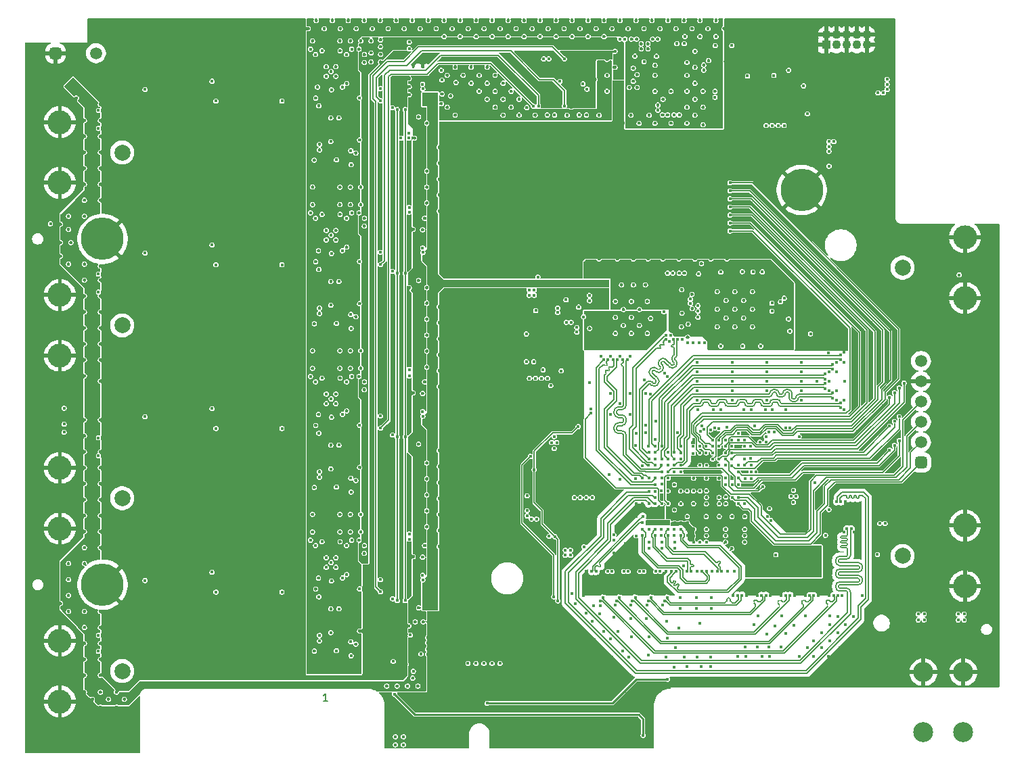
<source format=gbr>
%TF.GenerationSoftware,KiCad,Pcbnew,9.0.3*%
%TF.CreationDate,2025-08-04T19:38:51-04:00*%
%TF.ProjectId,Thunderscope_Rev5.1,5468756e-6465-4727-9363-6f70655f5265,rev?*%
%TF.SameCoordinates,Original*%
%TF.FileFunction,Copper,L4,Inr*%
%TF.FilePolarity,Positive*%
%FSLAX46Y46*%
G04 Gerber Fmt 4.6, Leading zero omitted, Abs format (unit mm)*
G04 Created by KiCad (PCBNEW 9.0.3) date 2025-08-04 19:38:51*
%MOMM*%
%LPD*%
G01*
G04 APERTURE LIST*
G04 Aperture macros list*
%AMRoundRect*
0 Rectangle with rounded corners*
0 $1 Rounding radius*
0 $2 $3 $4 $5 $6 $7 $8 $9 X,Y pos of 4 corners*
0 Add a 4 corners polygon primitive as box body*
4,1,4,$2,$3,$4,$5,$6,$7,$8,$9,$2,$3,0*
0 Add four circle primitives for the rounded corners*
1,1,$1+$1,$2,$3*
1,1,$1+$1,$4,$5*
1,1,$1+$1,$6,$7*
1,1,$1+$1,$8,$9*
0 Add four rect primitives between the rounded corners*
20,1,$1+$1,$2,$3,$4,$5,0*
20,1,$1+$1,$4,$5,$6,$7,0*
20,1,$1+$1,$6,$7,$8,$9,0*
20,1,$1+$1,$8,$9,$2,$3,0*%
G04 Aperture macros list end*
%ADD10C,0.200000*%
%TA.AperFunction,NonConductor*%
%ADD11C,0.200000*%
%TD*%
%TA.AperFunction,ComponentPad*%
%ADD12C,2.000000*%
%TD*%
%TA.AperFunction,ComponentPad*%
%ADD13C,3.000000*%
%TD*%
%TA.AperFunction,ComponentPad*%
%ADD14R,1.090000X1.090000*%
%TD*%
%TA.AperFunction,ComponentPad*%
%ADD15C,1.090000*%
%TD*%
%TA.AperFunction,ComponentPad*%
%ADD16C,2.500000*%
%TD*%
%TA.AperFunction,ComponentPad*%
%ADD17RoundRect,0.375000X-0.375000X-0.375000X0.375000X-0.375000X0.375000X0.375000X-0.375000X0.375000X0*%
%TD*%
%TA.AperFunction,ComponentPad*%
%ADD18C,1.500000*%
%TD*%
%TA.AperFunction,ComponentPad*%
%ADD19C,5.300000*%
%TD*%
%TA.AperFunction,ComponentPad*%
%ADD20RoundRect,0.375000X0.375000X-0.375000X0.375000X0.375000X-0.375000X0.375000X-0.375000X-0.375000X0*%
%TD*%
%TA.AperFunction,ViaPad*%
%ADD21C,0.406400*%
%TD*%
%TA.AperFunction,Conductor*%
%ADD22C,0.203200*%
%TD*%
%TA.AperFunction,Conductor*%
%ADD23C,0.127000*%
%TD*%
%TA.AperFunction,Conductor*%
%ADD24C,0.147890*%
%TD*%
%TA.AperFunction,Conductor*%
%ADD25C,0.254000*%
%TD*%
%TA.AperFunction,Conductor*%
%ADD26C,0.152400*%
%TD*%
G04 APERTURE END LIST*
D10*
D11*
X125194577Y-143320819D02*
X124623149Y-143320819D01*
X124908863Y-143320819D02*
X124908863Y-142320819D01*
X124908863Y-142320819D02*
X124813625Y-142463676D01*
X124813625Y-142463676D02*
X124718387Y-142558914D01*
X124718387Y-142558914D02*
X124623149Y-142606533D01*
D12*
%TO.N,/CH3/BNC_IN*%
%TO.C,J1002_3*%
X99476095Y-117878600D03*
D13*
%TO.N,GND*%
X91676095Y-121678600D03*
X91676095Y-114078600D03*
%TD*%
D12*
%TO.N,/CH2/BNC_IN*%
%TO.C,J1002_2*%
X99476095Y-96228600D03*
D13*
%TO.N,GND*%
X91676095Y-100028600D03*
X91676095Y-92428600D03*
%TD*%
D12*
%TO.N,/CH4/BNC_IN*%
%TO.C,J1002_4*%
X99476095Y-139528600D03*
D13*
%TO.N,GND*%
X91676095Y-143328600D03*
X91676095Y-135728600D03*
%TD*%
D14*
%TO.N,GND*%
%TO.C,J3*%
X187561095Y-61088600D03*
D15*
X187561095Y-59818600D03*
%TO.N,/TS-PCIe Components/REFINOUT2*%
X188831095Y-61088600D03*
%TO.N,GND*%
X188831095Y-59818600D03*
X190101095Y-61088600D03*
X190101095Y-59818600D03*
%TO.N,/TS-PCIe Components/SYNC2*%
X191371095Y-61088600D03*
%TO.N,GND*%
X191371095Y-59818600D03*
X192641095Y-61088600D03*
X192641095Y-59818600D03*
%TD*%
D12*
%TO.N,/TS-USB4 Components/SYNC1*%
%TO.C,J2*%
X197101095Y-125103600D03*
D13*
%TO.N,GND*%
X204901095Y-121303600D03*
X204901095Y-128903600D03*
%TD*%
D12*
%TO.N,/CH1/BNC_IN*%
%TO.C,J1002_1*%
X99476095Y-74578600D03*
D13*
%TO.N,GND*%
X91676095Y-78378600D03*
X91676095Y-70778600D03*
%TD*%
D16*
%TO.N,GND*%
%TO.C,J11*%
X199701095Y-147153600D03*
X204701095Y-147153600D03*
X199701095Y-139653600D03*
X204701095Y-139653600D03*
%TD*%
D12*
%TO.N,/TS-USB4 Components/REFINOUT1*%
%TO.C,J1*%
X197101095Y-89003600D03*
D13*
%TO.N,GND*%
X204901095Y-85203600D03*
X204901095Y-92803600D03*
%TD*%
D17*
%TO.N,GND*%
%TO.C,J4*%
X91111095Y-62153600D03*
D18*
%TO.N,Net-(J4-Pad2)*%
X96191095Y-62153600D03*
%TD*%
D19*
%TO.N,GND*%
%TO.C,SO2*%
X97001095Y-85403600D03*
%TD*%
D20*
%TO.N,/FPGA/TMS*%
%TO.C,J5*%
X199401095Y-113403600D03*
D18*
%TO.N,/FPGA/TDI*%
X199401095Y-110863600D03*
%TO.N,/FPGA/TDO*%
X199401095Y-108323600D03*
%TO.N,/FPGA/TCK*%
X199401095Y-105783600D03*
%TO.N,GND*%
X199401095Y-103243600D03*
%TO.N,+3V3*%
X199401095Y-100703600D03*
%TD*%
D19*
%TO.N,GND*%
%TO.C,SO1*%
X184476095Y-79278600D03*
%TD*%
%TO.N,GND*%
%TO.C,SO3*%
X97001095Y-128703600D03*
%TD*%
D21*
%TO.N,/ADC/+1V8A*%
X157926095Y-92478600D03*
X167701095Y-89678600D03*
X167251095Y-94528600D03*
X157936658Y-93138081D03*
X168351095Y-89678600D03*
%TO.N,/ADC/+1V8D*%
X167255863Y-95544072D03*
X157926095Y-95283610D03*
X157936658Y-95943091D03*
%TO.N,/VCM*%
X137336695Y-108487379D03*
X137336695Y-128987379D03*
X137336695Y-87987379D03*
X137336695Y-67487379D03*
X160126095Y-91153600D03*
%TO.N,/FPGA/MGT_TX0_N*%
X166745943Y-127047870D03*
%TO.N,/FPGA/MGT_TX0_P*%
X166212543Y-127047870D03*
%TO.N,/FPGA/MGT_TX1_N*%
X164745943Y-127047870D03*
%TO.N,/FPGA/MGT_TX1_P*%
X164212543Y-127047870D03*
%TO.N,/FPGA/MGT_TX2_N*%
X162745943Y-127047870D03*
%TO.N,/FPGA/MGT_TX2_P*%
X162212543Y-127047870D03*
%TO.N,/FPGA/MGT_TX3_N*%
X160745943Y-127047870D03*
%TO.N,/FPGA/MGT_TX3_P*%
X160212543Y-127047870D03*
%TO.N,/Clock Generator/ADC_CLK_R_P*%
X170551844Y-92935280D03*
%TO.N,/Clock Generator/ADC_CLK_R_N*%
X170551844Y-93471900D03*
%TO.N,/ACQ and FE Voltage Regs/+5V_R_PGA*%
X134351095Y-72778600D03*
%TO.N,Net-(U18H-VCCADC_0)*%
X170154535Y-116963600D03*
%TO.N,Net-(U20-FB)*%
X180176095Y-120178600D03*
%TO.N,/CH4/OPA_OUT*%
X126576095Y-131728600D03*
X126276095Y-136978600D03*
%TO.N,/TRIM_1*%
X154796106Y-68753600D03*
X131801095Y-68103600D03*
%TO.N,/TRIM_2*%
X131801095Y-88603600D03*
X151546106Y-68753600D03*
%TO.N,/TRIM_3*%
X150896106Y-68753600D03*
X131801095Y-109103600D03*
%TO.N,/TRIM_4*%
X131801095Y-129603600D03*
X154796106Y-62853600D03*
%TO.N,/CH4/PGA_BIAS*%
X131776095Y-128078600D03*
%TO.N,+2V5*%
X150426095Y-102853600D03*
X151926095Y-102853600D03*
X167731339Y-113753600D03*
X164541095Y-113783600D03*
X168951095Y-109653600D03*
X166169426Y-110553600D03*
X152676095Y-102853600D03*
X166131095Y-117028600D03*
X151176095Y-102853600D03*
X169351095Y-112953600D03*
X163721095Y-111303600D03*
%TO.N,Net-(D1000_1-K)*%
X102333605Y-66677470D03*
%TO.N,/CH4/OUT_R_N*%
X137076095Y-128098600D03*
%TO.N,/CH4/OUT_R_P*%
X137055645Y-127525600D03*
%TO.N,/FPGA/TCK*%
X167771095Y-118547769D03*
%TO.N,/FPGA/TDI*%
X175771095Y-117798800D03*
%TO.N,/FPGA/TMS*%
X176541095Y-118573600D03*
%TO.N,/FPGA/TDO*%
X176571095Y-117773600D03*
%TO.N,AGND*%
X171751095Y-116978600D03*
X170951095Y-116978600D03*
%TO.N,+3V3*%
X172534779Y-111384431D03*
X181051095Y-109617350D03*
X178076095Y-112903600D03*
X157942015Y-103373600D03*
X166931095Y-116943600D03*
X174931095Y-113773600D03*
X194901095Y-121028600D03*
X187451095Y-122528600D03*
X164771095Y-103063600D03*
X180001095Y-110817350D03*
X171501095Y-106828600D03*
X174961095Y-115363600D03*
X194251095Y-121028600D03*
X180401094Y-109617350D03*
X175761095Y-116173600D03*
X174934779Y-110584431D03*
X176591095Y-109733600D03*
X167745388Y-115377893D03*
X178151095Y-106828600D03*
X166226095Y-108228600D03*
X177356802Y-118577893D03*
X174376095Y-106803600D03*
X180001095Y-110167350D03*
X182451095Y-109053600D03*
X183026095Y-109053600D03*
%TO.N,+1V8*%
X166957395Y-116103600D03*
X150126095Y-120078600D03*
X150676095Y-120478600D03*
X172551095Y-113753600D03*
X155551095Y-124378600D03*
X155551095Y-125028600D03*
X169334779Y-114584431D03*
X151326095Y-120478600D03*
X154901095Y-124378600D03*
X154901095Y-125028600D03*
X171751095Y-113753600D03*
X174141095Y-113763600D03*
X150126095Y-119428600D03*
%TO.N,+1V2_MGT*%
X156031076Y-117788599D03*
X158281076Y-117788599D03*
X160976095Y-123128600D03*
X156781076Y-117788599D03*
X165401095Y-124133600D03*
X163769426Y-122582416D03*
X167001095Y-124133601D03*
X157531076Y-117788599D03*
X168481095Y-122513600D03*
X168567411Y-123347769D03*
X160976095Y-122453600D03*
%TO.N,+1V0*%
X182001095Y-126403600D03*
X183201095Y-126403600D03*
X170951095Y-119353600D03*
X171751095Y-118578600D03*
X170151094Y-118578600D03*
X185601095Y-126403600D03*
X183801095Y-125803600D03*
X185001095Y-125803600D03*
X171751095Y-115378600D03*
X173351095Y-120163600D03*
X173351095Y-115378599D03*
X167751095Y-116175160D03*
X182601095Y-125803600D03*
X170151095Y-115378600D03*
X174161095Y-116143600D03*
X169351095Y-117778601D03*
X174171095Y-116993600D03*
X174951093Y-120163600D03*
X184401095Y-126403600D03*
X174951094Y-120963600D03*
X186201095Y-125803600D03*
X168571095Y-118553600D03*
X176551094Y-120163600D03*
X173351095Y-118578600D03*
X170160155Y-117767526D03*
X168551095Y-116978600D03*
%TO.N,+1V0_MGT*%
X166151095Y-120953600D03*
X166967411Y-120963600D03*
X167767411Y-120953600D03*
X165351095Y-120963600D03*
%TO.N,-5V*%
X126151095Y-108728600D03*
X127676095Y-64678600D03*
X123476095Y-137953600D03*
X173631093Y-71333619D03*
X125551095Y-87903600D03*
X125551095Y-67403600D03*
X126151095Y-129228600D03*
X123476095Y-96953600D03*
X125951095Y-109303600D03*
X127676095Y-126178600D03*
X126151095Y-67728600D03*
X123501095Y-76453600D03*
X127676095Y-105678600D03*
X126151095Y-88228600D03*
X173631093Y-69083619D03*
X125551095Y-128903600D03*
X123476095Y-117453600D03*
X125951095Y-129803600D03*
X125551095Y-108403600D03*
X125951095Y-68303600D03*
X173631093Y-69833619D03*
X167273617Y-60368598D03*
X125951095Y-88803600D03*
X167923617Y-60368598D03*
X127676095Y-85178600D03*
X173631093Y-70583619D03*
%TO.N,+VBIAS*%
X129826095Y-84428600D03*
X161991072Y-65113621D03*
X129826095Y-104928600D03*
X129826095Y-63928600D03*
X129826095Y-125428600D03*
%TO.N,+3V3_PGA*%
X137226095Y-72778600D03*
X135626095Y-90578600D03*
X159626095Y-66328600D03*
X135626095Y-111078600D03*
X135626095Y-70078600D03*
X135626095Y-131578600D03*
X159626095Y-63628600D03*
X136716105Y-72778600D03*
X93051095Y-66303600D03*
%TO.N,+1V8APLL*%
X179351095Y-98828600D03*
X178384472Y-89533786D03*
X177101095Y-98828600D03*
X177051095Y-89503600D03*
X174351095Y-89553600D03*
X171501095Y-94453600D03*
X171501095Y-93756043D03*
X174351095Y-98828600D03*
X171501095Y-95203600D03*
X185576095Y-97278600D03*
%TO.N,+5V3*%
X182851095Y-64283600D03*
X195151095Y-65403600D03*
X175741075Y-61193600D03*
%TO.N,-VBIAS*%
X129176095Y-67728600D03*
X129176095Y-88228600D03*
X169783618Y-60938598D03*
X129176095Y-129228600D03*
X129176095Y-108728600D03*
%TO.N,/Front End Trim and Bias/TRIM_SCL*%
X176534779Y-113773600D03*
%TO.N,/Front End Trim and Bias/TRIM_SCL_5V*%
X152846106Y-62853600D03*
X157126095Y-65978600D03*
%TO.N,/Front End Trim and Bias/TRIM_SDA*%
X178171095Y-113743600D03*
%TO.N,/Front End Trim and Bias/TRIM_SDA_5V*%
X152196106Y-62853600D03*
X157626095Y-66628600D03*
%TO.N,Net-(D1000_2-K)*%
X102333605Y-87177470D03*
%TO.N,Net-(D1000_3-K)*%
X102333605Y-107677470D03*
%TO.N,Net-(D1000_4-K)*%
X102333605Y-128177470D03*
%TO.N,/ADC/ADC_CSn*%
X155001095Y-93028600D03*
X177334779Y-110563600D03*
%TO.N,/ADC/ADC_RSTn*%
X156576095Y-93953600D03*
%TO.N,/ADC/ADC_PD*%
X157201095Y-95153600D03*
%TO.N,/FPGA/MGT_RX0_N*%
X174437048Y-127032880D03*
X167741095Y-122553600D03*
%TO.N,/FPGA/MGT_RX0_P*%
X167738595Y-121753600D03*
X173903648Y-127032880D03*
%TO.N,/FPGA/MGT_RX1_N*%
X164528595Y-122553600D03*
X172537048Y-127032880D03*
%TO.N,/FPGA/MGT_RX1_P*%
X172003648Y-127032880D03*
X164538595Y-121753600D03*
%TO.N,/FPGA/MGT_RX2_N*%
X170645943Y-127032880D03*
X166121095Y-122546100D03*
%TO.N,/FPGA/MGT_RX2_P*%
X170112543Y-127032880D03*
X166138595Y-121753600D03*
%TO.N,/FPGA/MGT_RX3_N*%
X168745943Y-127032880D03*
X169338595Y-122536100D03*
%TO.N,/FPGA/MGT_RX3_P*%
X169338595Y-121743600D03*
X168212543Y-127032880D03*
%TO.N,Net-(U7-RSTN)*%
X179551095Y-89528600D03*
%TO.N,/Clock Generator/PLL_RSTn*%
X196676095Y-110653600D03*
X174934779Y-112984431D03*
%TO.N,/FPGA/FPGA IO Banks/PLL_SCL*%
X181826095Y-93278600D03*
X195476095Y-111853600D03*
X176541295Y-114577600D03*
%TO.N,/FPGA/FPGA IO Banks/PLL_SDA*%
X182301095Y-92828600D03*
X176561095Y-115373600D03*
X196076095Y-111253600D03*
%TO.N,+1V8_ACQ*%
X171626095Y-98428600D03*
X172326095Y-98428600D03*
X156336084Y-97078600D03*
X156336084Y-96478600D03*
X155031076Y-95838599D03*
X155631076Y-95838599D03*
X170926095Y-98428600D03*
%TO.N,/Clock Generator/AC0*%
X180751095Y-93453600D03*
%TO.N,/Clock Generator/TEST*%
X180751095Y-94453600D03*
%TO.N,Net-(U18D-INIT_B_0)*%
X176599138Y-116165557D03*
%TO.N,Net-(U18D-PROGRAM_B_0)*%
X174967395Y-116156004D03*
%TO.N,/TERM_1*%
X175501095Y-80378600D03*
X173334779Y-112984431D03*
%TO.N,/TERM_2*%
X175501095Y-84403600D03*
X171731095Y-112201200D03*
%TO.N,/TERM_3*%
X171789883Y-109509900D03*
%TO.N,/TERM_4*%
X178719557Y-114578838D03*
%TO.N,/ATTEN_1*%
X175501095Y-79378600D03*
X174134779Y-110584431D03*
%TO.N,/ATTEN_2*%
X175501095Y-82403600D03*
X173334779Y-111384431D03*
%TO.N,/ATTEN_3*%
X172273578Y-109285050D03*
%TO.N,/ATTEN_4*%
X178171095Y-115413600D03*
%TO.N,/PGA_CSn_1*%
X133301095Y-68963600D03*
X174934779Y-111384431D03*
X195476095Y-105253600D03*
%TO.N,/PGA_CSn_2*%
X133301095Y-89463600D03*
X173334779Y-110584431D03*
X175501095Y-81403600D03*
%TO.N,/PGA_CSn_3*%
X175734779Y-110584431D03*
X133301095Y-109963600D03*
%TO.N,/PGA_CSn_4*%
X177371095Y-115383600D03*
X133301095Y-130463600D03*
%TO.N,/CH4/BUF_R_BIAS*%
X125649385Y-128226890D03*
%TO.N,/DC_CPL_1*%
X175501095Y-78378600D03*
X125576095Y-73203600D03*
X174134779Y-111384431D03*
%TO.N,/DC_CPL_2*%
X173334779Y-112184431D03*
X125576095Y-93703600D03*
X175501095Y-83403600D03*
%TO.N,/DC_CPL_3*%
X174144695Y-109200212D03*
X125576095Y-114203600D03*
%TO.N,/DC_CPL_4*%
X125576095Y-134703600D03*
X178151183Y-114585200D03*
%TO.N,/ADC/ADC_SDATA*%
X153951095Y-94053600D03*
X175734779Y-111384431D03*
%TO.N,/ADC/ADC_SCLK*%
X177331095Y-111383600D03*
X153951095Y-94608403D03*
%TO.N,GND*%
X150266100Y-110153599D03*
X206126095Y-90903600D03*
X133626095Y-133878600D03*
X140126095Y-120903600D03*
X166951095Y-117763600D03*
X171301095Y-130353600D03*
X113081095Y-75266100D03*
X106961095Y-131603600D03*
X192126095Y-86903600D03*
X170126095Y-68903600D03*
X195391095Y-122873600D03*
X156726095Y-141753600D03*
X166932764Y-121753600D03*
X126715705Y-140403600D03*
X152556076Y-123343599D03*
X188126095Y-80903600D03*
X99751096Y-79553600D03*
X162911073Y-66428600D03*
X122031095Y-122103590D03*
X101451095Y-69753590D03*
X144126095Y-76903600D03*
X89751095Y-83253600D03*
X148326095Y-88903600D03*
X144926095Y-121903600D03*
X164401070Y-60943600D03*
X205126095Y-89903600D03*
X185976095Y-137728600D03*
X146126095Y-116903600D03*
X108886115Y-128471700D03*
X192126095Y-90903600D03*
X90251095Y-105553600D03*
X130615705Y-118403600D03*
X96751095Y-124053600D03*
X155751074Y-60053600D03*
X131126095Y-134353600D03*
X108876105Y-95438610D03*
X108091095Y-135328600D03*
X170151095Y-114553600D03*
X179126095Y-75903600D03*
X134376095Y-120653600D03*
X139501095Y-67253600D03*
X145126095Y-117903600D03*
X144326095Y-88903600D03*
X89751095Y-133053600D03*
X158126095Y-68728600D03*
X106751050Y-59053600D03*
X158626095Y-65403600D03*
X207126095Y-115903600D03*
X193026095Y-87803600D03*
X163126095Y-71903600D03*
X117326105Y-110553590D03*
X91751096Y-85853620D03*
X92751096Y-94553600D03*
X123511105Y-116518600D03*
X116801095Y-103033600D03*
X159426095Y-85903600D03*
X156126095Y-84903600D03*
X146751070Y-59053600D03*
X177201095Y-106828600D03*
X138126095Y-133353600D03*
X152076095Y-114203600D03*
X174134779Y-112184431D03*
X104376105Y-136428600D03*
X194376095Y-70903600D03*
X98751096Y-98553600D03*
X108091095Y-73828600D03*
X102749095Y-104603600D03*
X131801095Y-124728600D03*
X99751096Y-143053600D03*
X165248619Y-60943598D03*
X153076095Y-138503600D03*
X141126095Y-99903600D03*
X200413413Y-124229630D03*
X142126095Y-141353600D03*
X92401095Y-64753600D03*
X108781095Y-81103590D03*
X89501095Y-115053600D03*
X92751095Y-126053600D03*
X208751095Y-126803600D03*
X147326095Y-121903600D03*
X180552598Y-130051806D03*
X91751095Y-75753600D03*
X137051095Y-104753600D03*
X134376095Y-86828600D03*
X202501095Y-103503600D03*
X158526095Y-142053600D03*
X166921095Y-122549707D03*
X186126095Y-72903600D03*
X122001095Y-131028600D03*
X148126095Y-78903600D03*
X142126095Y-72903600D03*
X150776095Y-129903600D03*
X194026095Y-117528600D03*
X125001095Y-63828590D03*
X202126095Y-86903600D03*
X126713695Y-101598380D03*
X133376095Y-111653600D03*
X90512500Y-87292196D03*
X184426095Y-94253600D03*
X100401095Y-136703600D03*
X139151096Y-135978600D03*
X97751046Y-58053600D03*
X168863629Y-60938598D03*
X106961095Y-87603600D03*
X146126095Y-133353600D03*
X153291095Y-107353600D03*
X94751095Y-120053600D03*
X104051095Y-140403600D03*
X99751095Y-103053600D03*
X112921095Y-83953600D03*
X92751095Y-140053600D03*
X123283705Y-99398390D03*
X196126095Y-84903600D03*
X120141005Y-126853600D03*
X139151096Y-135328600D03*
X120783695Y-78898390D03*
X166473619Y-60368598D03*
X182476095Y-106828600D03*
X115621095Y-91163600D03*
X111581085Y-77466100D03*
X133286485Y-71803600D03*
X159344387Y-100127183D03*
X123511105Y-96018600D03*
X147026095Y-73903600D03*
X169126095Y-79903600D03*
X159926095Y-84903600D03*
X166126095Y-66903600D03*
X173101095Y-137753600D03*
X99751095Y-99403600D03*
X89751095Y-89553600D03*
X171376095Y-127032880D03*
X140126095Y-64903600D03*
X116871095Y-85253600D03*
X130611095Y-90253590D03*
X145326095Y-83903600D03*
X179126095Y-77903600D03*
X160926095Y-85880615D03*
X145126095Y-65903600D03*
X188126095Y-88903600D03*
X89751095Y-125053600D03*
X182126095Y-74903600D03*
X108901095Y-82348602D03*
X173267200Y-127032880D03*
X135651095Y-148753600D03*
X163767411Y-118547769D03*
X208751095Y-140803600D03*
X151026095Y-77903600D03*
X120781095Y-122103590D03*
X207126095Y-87903600D03*
X102826105Y-77378600D03*
X133376095Y-117653600D03*
X92751096Y-96553600D03*
X120141005Y-84603600D03*
X137576095Y-99453600D03*
X153501095Y-62853600D03*
X190126095Y-82903600D03*
X117581125Y-77466100D03*
X163169145Y-95228600D03*
X157176095Y-130103600D03*
X117501095Y-93353600D03*
X109726095Y-103103382D03*
X91751095Y-87553600D03*
X124026095Y-127878610D03*
X178126095Y-68903600D03*
X161126095Y-69903600D03*
X96751096Y-96553600D03*
X123281105Y-101603590D03*
X121426095Y-82803600D03*
X129313695Y-81098380D03*
X99751095Y-121053600D03*
X106401095Y-103098380D03*
X133286485Y-74303600D03*
X160726095Y-137753600D03*
X187909592Y-130051806D03*
X199148682Y-117503600D03*
X89501095Y-69803600D03*
X119071095Y-105753600D03*
X117283705Y-78898390D03*
X191126095Y-87903600D03*
X153331076Y-120578599D03*
X173101095Y-139003600D03*
X144326095Y-124903600D03*
X129101105Y-102628590D03*
X206826095Y-97353600D03*
X131726095Y-75103600D03*
X142326095Y-126903600D03*
X200126095Y-90903600D03*
X115416105Y-128733600D03*
X113081095Y-134541100D03*
X188126095Y-94903600D03*
X99751095Y-123053600D03*
X126715705Y-78903600D03*
X140126095Y-114903600D03*
X106961095Y-110103600D03*
X182126095Y-88903600D03*
X91751095Y-95553600D03*
X170176095Y-120963600D03*
X116031095Y-60603590D03*
X102736145Y-85628600D03*
X193476095Y-120278600D03*
X114581105Y-116266100D03*
X104376105Y-70503600D03*
X172126095Y-82903600D03*
X150126095Y-126903600D03*
X133376095Y-97353600D03*
X96751096Y-76553600D03*
X100751098Y-144053600D03*
X172551096Y-118578600D03*
X164401070Y-61593600D03*
X124151095Y-114553600D03*
X159226095Y-136753600D03*
X106961095Y-70103600D03*
X119071095Y-104543600D03*
X206413413Y-132229630D03*
X131726095Y-76603600D03*
X185751089Y-60053600D03*
X107401095Y-62483600D03*
X199413413Y-129429630D03*
X151126095Y-132353600D03*
X124151095Y-74253600D03*
X106651105Y-94303600D03*
X112621095Y-62043600D03*
X180091095Y-100828600D03*
X148126095Y-98903600D03*
X104376105Y-134203600D03*
X170951095Y-118553600D03*
X115216095Y-61458610D03*
X170126095Y-66903600D03*
X105876115Y-134203600D03*
X125001095Y-84328590D03*
X192276095Y-133628600D03*
X153006076Y-99003599D03*
X174151095Y-115378600D03*
X154126095Y-78903600D03*
X165126095Y-73903600D03*
X192026095Y-82903600D03*
X177358597Y-120176100D03*
X107521095Y-66253600D03*
X98751095Y-114053600D03*
X136551095Y-90604200D03*
X121426095Y-62303600D03*
X105876115Y-113703600D03*
X164126095Y-72903600D03*
X119106095Y-112091100D03*
X191051095Y-106328600D03*
X201413413Y-123229630D03*
X174138595Y-117766100D03*
X147126095Y-67903600D03*
X98751096Y-76553600D03*
X105101095Y-139477480D03*
X171126095Y-79903600D03*
X208751095Y-86803600D03*
X104376105Y-91003600D03*
X184126095Y-82903600D03*
X188126095Y-82903600D03*
X109751052Y-58053600D03*
X105876115Y-91003600D03*
X109116025Y-126578600D03*
X113891095Y-126213600D03*
X134376095Y-116653600D03*
X194126095Y-98903600D03*
X149126095Y-89903600D03*
X96751095Y-136053600D03*
X132376095Y-114653600D03*
X91751095Y-140653600D03*
X194751094Y-61053600D03*
X136751065Y-59053600D03*
X120783695Y-140398390D03*
X107401095Y-82983600D03*
X120141085Y-76291100D03*
X151026095Y-145653600D03*
X148126095Y-106903600D03*
X179126095Y-71903600D03*
X152126095Y-72903600D03*
X110176095Y-63603600D03*
X120651095Y-95378600D03*
X168676095Y-136553600D03*
X191751093Y-58053600D03*
X88751095Y-98553600D03*
X128013695Y-101598380D03*
X88751095Y-96553600D03*
X143026095Y-87903600D03*
X180126095Y-86903600D03*
X146326095Y-122903600D03*
X117971095Y-104543600D03*
X147126095Y-63903600D03*
X161326095Y-83903600D03*
X156751075Y-59053600D03*
X106651105Y-92078600D03*
X91751095Y-67753600D03*
X164326095Y-82903600D03*
X110033695Y-119898390D03*
X147026095Y-83903600D03*
X137701095Y-137428600D03*
X120651095Y-74878600D03*
X145126095Y-79903600D03*
X124151095Y-94753600D03*
X94751096Y-82553600D03*
X94751095Y-116053600D03*
X116081115Y-138966100D03*
X126726095Y-123328600D03*
X155576095Y-138503600D03*
X141126095Y-97903600D03*
X207626095Y-139803600D03*
X106961095Y-129603600D03*
X133926095Y-143553600D03*
X131726095Y-111653600D03*
X187126095Y-73903600D03*
X97751096Y-91553600D03*
X87751095Y-81753600D03*
X208753000Y-133303600D03*
X114783695Y-99398390D03*
X171126095Y-73903600D03*
X149026095Y-85903600D03*
X147126095Y-130103600D03*
X188126095Y-78903600D03*
X98751045Y-61053601D03*
X98751095Y-110053600D03*
X130611095Y-132503600D03*
X100023887Y-69853600D03*
X191926095Y-76903600D03*
X175761095Y-102028600D03*
X95751099Y-149053600D03*
X94751095Y-138053600D03*
X120141005Y-103853600D03*
X92751095Y-138053600D03*
X201413413Y-131229630D03*
X109201095Y-84103600D03*
X94751096Y-70553600D03*
X146026095Y-72903600D03*
X130611095Y-71003600D03*
X105151095Y-114803600D03*
X133376095Y-65328600D03*
X170126095Y-70903600D03*
X185126095Y-60903600D03*
X152326095Y-76903600D03*
X120141005Y-123103600D03*
X127551095Y-65928600D03*
X149126095Y-71903600D03*
X142126095Y-96903600D03*
X200551095Y-109603600D03*
X170126095Y-64903600D03*
X145751070Y-58053600D03*
X133751064Y-58053600D03*
X148126095Y-108903600D03*
X102736145Y-106128600D03*
X139401095Y-68453600D03*
X135815705Y-140403600D03*
X165361095Y-121763600D03*
X123501095Y-75528600D03*
X162976095Y-107398600D03*
X98251095Y-64253600D03*
X132926095Y-134553600D03*
X114606095Y-62068610D03*
X91751095Y-119053600D03*
X91751095Y-83553600D03*
X160576095Y-104728600D03*
X184826095Y-89603600D03*
X119106095Y-91591100D03*
X130615705Y-119903600D03*
X178126095Y-74903600D03*
X140051095Y-139953600D03*
X155626095Y-65903600D03*
X155126095Y-81903600D03*
X129758245Y-104285730D03*
X154126095Y-72903600D03*
X184431095Y-103228600D03*
X152326095Y-137453600D03*
X193476095Y-123103600D03*
X140901095Y-147753600D03*
X118596065Y-72841100D03*
X197276095Y-102853600D03*
X151126095Y-63903600D03*
X195851095Y-62053600D03*
X192476095Y-134728600D03*
X174921095Y-63178600D03*
X141126095Y-111903600D03*
X104331115Y-85616100D03*
X169126095Y-77903600D03*
X137051095Y-125253600D03*
X151751073Y-58053600D03*
X161126095Y-71903600D03*
X116801095Y-62033600D03*
X156326095Y-133453600D03*
X196076095Y-110653600D03*
X172226095Y-63618600D03*
X163611095Y-62513600D03*
X135376095Y-127828600D03*
X139126095Y-75903600D03*
X201413413Y-127229630D03*
X184751089Y-59053600D03*
X90751095Y-138053600D03*
X87751095Y-129703600D03*
X119466096Y-127286101D03*
X131726095Y-113653600D03*
X160526095Y-135503600D03*
X102749095Y-84103600D03*
X164126095Y-74903600D03*
X177126095Y-73903600D03*
X135376095Y-79853600D03*
X192026095Y-78903600D03*
X104049095Y-62098380D03*
X176126095Y-76903600D03*
X187879295Y-102028924D03*
X91751095Y-65753600D03*
X132126095Y-135353600D03*
X195126095Y-99903600D03*
X89551095Y-61753600D03*
X108901095Y-82988602D03*
X101451095Y-149053600D03*
X119071095Y-84043600D03*
X89501095Y-77753600D03*
X194376095Y-82903600D03*
X117516094Y-65781099D03*
X101475276Y-147048212D03*
X88751095Y-94553600D03*
X152126095Y-84903600D03*
X207126095Y-107903600D03*
X147326095Y-81903600D03*
X182526095Y-134803600D03*
X155326095Y-134453600D03*
X144126095Y-102903600D03*
X112921095Y-104453600D03*
X189126095Y-95903600D03*
X189126095Y-89903600D03*
X187976095Y-135728600D03*
X189026095Y-91803600D03*
X134376095Y-98353600D03*
X115986125Y-134028610D03*
X201126095Y-91903600D03*
X90751095Y-88553600D03*
X187126095Y-65903600D03*
X90751095Y-140053600D03*
X182751088Y-59053600D03*
X148126095Y-68903600D03*
X194376095Y-80903600D03*
X183526095Y-133803600D03*
X154751074Y-59053600D03*
X146126095Y-108903600D03*
X90751095Y-145653600D03*
X191276095Y-116428600D03*
X161776095Y-106013600D03*
X198526095Y-124103600D03*
X105951085Y-77977480D03*
X172541095Y-123373601D03*
X163126095Y-73903600D03*
X167476095Y-127047870D03*
X110176095Y-84103600D03*
X131776095Y-87853600D03*
X192026095Y-88803600D03*
X93751095Y-144653600D03*
X160555777Y-100127183D03*
X130615705Y-135753600D03*
X107521095Y-85591100D03*
X115081095Y-107073600D03*
X174941095Y-123353600D03*
X163226095Y-77903600D03*
X98751095Y-106053600D03*
X111581085Y-118466100D03*
X88751095Y-104553600D03*
X104051095Y-78903600D03*
X196076095Y-114203600D03*
X208751095Y-128803600D03*
X135376095Y-65328600D03*
X111581085Y-136766100D03*
X105349095Y-82598380D03*
X132376095Y-112653600D03*
X187226095Y-129153600D03*
X101451095Y-138903600D03*
X120783695Y-99398390D03*
X175126095Y-75903600D03*
X137576095Y-115453600D03*
X119091095Y-88103600D03*
X185126095Y-83903600D03*
X161626095Y-143378600D03*
X207326095Y-119903600D03*
X130613695Y-122098380D03*
X175901095Y-69903600D03*
X108781095Y-60603590D03*
X162126095Y-70903600D03*
X166483597Y-68638600D03*
X191126095Y-95903600D03*
X153126095Y-81903600D03*
X87751095Y-69753600D03*
X103551095Y-76253600D03*
X167126095Y-77903600D03*
X156026095Y-144503600D03*
X123676095Y-108753600D03*
X111281105Y-101603590D03*
X112621095Y-103043600D03*
X188626095Y-123153600D03*
X116871095Y-104543600D03*
X89751095Y-79553600D03*
X199308587Y-122429630D03*
X104376105Y-74928600D03*
X140901095Y-143353600D03*
X113081095Y-73041100D03*
X172126095Y-66903600D03*
X187126095Y-83903600D03*
X180191100Y-118392349D03*
X106651105Y-73803600D03*
X106201095Y-127753600D03*
X199887515Y-120954234D03*
X120141005Y-106353600D03*
X131801095Y-81828600D03*
X197951095Y-103888600D03*
X165169145Y-93228600D03*
X113741095Y-103733600D03*
X112621095Y-82543600D03*
X87751095Y-67753600D03*
X185826095Y-88603600D03*
X143126095Y-65903600D03*
X108751051Y-59053600D03*
X208751095Y-84803600D03*
X204576095Y-108303600D03*
X102749095Y-60598380D03*
X109201095Y-104603600D03*
X188976095Y-134728600D03*
X106651105Y-133078600D03*
X142751068Y-59053600D03*
X102826105Y-138878600D03*
X203413413Y-123229630D03*
X190026095Y-90803600D03*
X105876115Y-95428600D03*
X208751095Y-104803600D03*
X140126095Y-116903600D03*
X110121095Y-134213600D03*
X141126095Y-79903600D03*
X87751095Y-73753600D03*
X145126095Y-101903600D03*
X111401095Y-82543600D03*
X99751096Y-91553600D03*
X97751096Y-97553600D03*
X106401095Y-123598380D03*
X110121095Y-113713600D03*
X186976095Y-134728600D03*
X155626095Y-67403600D03*
X96751096Y-98553600D03*
X155026095Y-132253600D03*
X158681076Y-119628599D03*
X140301096Y-135978600D03*
X116801095Y-82533600D03*
X207126095Y-89903600D03*
X162169145Y-96228600D03*
X111151095Y-127703600D03*
X141126095Y-95903600D03*
X188626095Y-121903600D03*
X125601095Y-105428590D03*
X175761095Y-105628600D03*
X131726095Y-77903600D03*
X122031095Y-60603590D03*
X109701095Y-132003600D03*
X135376095Y-126828600D03*
X92751095Y-130053600D03*
X184851095Y-97253600D03*
X147126095Y-79903600D03*
X114606095Y-82568610D03*
X137051095Y-63753600D03*
X140126095Y-102903600D03*
X183751088Y-60053600D03*
X191726095Y-118528600D03*
X180091095Y-104428600D03*
X96751095Y-116053600D03*
X90751095Y-124053600D03*
X184126095Y-84903600D03*
X138351095Y-135328600D03*
X130615705Y-97903600D03*
X170163595Y-120166100D03*
X163401071Y-64003600D03*
X139126095Y-95903600D03*
X101451095Y-110753590D03*
X169126095Y-71903600D03*
X177126095Y-72103600D03*
X141751068Y-58053600D03*
X160126095Y-62903600D03*
X150901095Y-123578600D03*
X189126095Y-77903600D03*
X199126095Y-96078600D03*
X96751096Y-100553600D03*
X184126095Y-86903600D03*
X145701095Y-148753600D03*
X192011095Y-130103600D03*
X114581105Y-136766100D03*
X94751095Y-132053600D03*
X128013695Y-122098380D03*
X134376095Y-118653600D03*
X139381665Y-85987320D03*
X142126095Y-74903600D03*
X130615705Y-78903600D03*
X134501095Y-133878600D03*
X162126095Y-74903600D03*
X154026095Y-147053600D03*
X184431095Y-100828600D03*
X155126095Y-75903600D03*
X98751095Y-104053600D03*
X144126095Y-64903600D03*
X175126095Y-72103600D03*
X91751095Y-133053600D03*
X175751084Y-60053600D03*
X111401095Y-103043600D03*
X159476095Y-127047870D03*
X105926085Y-65103600D03*
X141126095Y-63903600D03*
X95701095Y-66953600D03*
X117283705Y-119898390D03*
X189801095Y-65178600D03*
X161726095Y-115503600D03*
X146126095Y-104903600D03*
X176956072Y-66093599D03*
X110031095Y-60603590D03*
X101449095Y-125098380D03*
X139381665Y-84787320D03*
X191976095Y-136728600D03*
X204576095Y-115803600D03*
X134376095Y-108328600D03*
X109551095Y-129603600D03*
X166963971Y-119363600D03*
X168126095Y-80903600D03*
X158681076Y-120953599D03*
X188829295Y-100832599D03*
X133865705Y-141403600D03*
X111151095Y-84103600D03*
X90512500Y-130592196D03*
X135376095Y-128828600D03*
X136401095Y-147753600D03*
X88751095Y-76753600D03*
X142126095Y-112903600D03*
X120781095Y-81103590D03*
X168751081Y-59053600D03*
X117971095Y-63543600D03*
X169751082Y-58053600D03*
X184326095Y-98399601D03*
X137576095Y-101453600D03*
X144126095Y-94903600D03*
X139126095Y-77903600D03*
X197571269Y-119803600D03*
X148026095Y-143003600D03*
X175167200Y-127032880D03*
X148126095Y-94903600D03*
X104049095Y-104603600D03*
X115216095Y-102458610D03*
X129776105Y-62303590D03*
X142126095Y-116903600D03*
X157951095Y-96603600D03*
X109881096Y-108213600D03*
X194851095Y-116428600D03*
X173201095Y-131703600D03*
X163426095Y-87903600D03*
X173751084Y-58053600D03*
X111201095Y-87713600D03*
X194151095Y-112478600D03*
X119176095Y-75253600D03*
X111751053Y-58053600D03*
X102876095Y-95428600D03*
X163836118Y-129837363D03*
X146326095Y-82903600D03*
X148776095Y-131903600D03*
X92751096Y-82553600D03*
X114751054Y-59053600D03*
X135376095Y-115653600D03*
X173908095Y-96403590D03*
X135326095Y-133878600D03*
X196676095Y-103453600D03*
X156176095Y-148453600D03*
X208751095Y-100803600D03*
X101451095Y-89003590D03*
X153126095Y-75903600D03*
X130613695Y-123598380D03*
X170776095Y-94128600D03*
X169524208Y-98003600D03*
X136126095Y-133353600D03*
X122001105Y-71913610D03*
X98601095Y-67753600D03*
X112751053Y-59053600D03*
X144126095Y-72903600D03*
X115416105Y-87733600D03*
X188976095Y-132728600D03*
X90751095Y-80553600D03*
X170226095Y-98428600D03*
X201413413Y-125229630D03*
X187926095Y-90703600D03*
X90751095Y-102553600D03*
X197078508Y-116420227D03*
X142126095Y-64903600D03*
X197701095Y-117503600D03*
X151126095Y-134353600D03*
X150076095Y-141503600D03*
X101449095Y-122098380D03*
X155726095Y-129853600D03*
X145126095Y-131903600D03*
X199413413Y-131229630D03*
X102751095Y-119903600D03*
X175008045Y-93103590D03*
X129776105Y-103303590D03*
X89751095Y-101553600D03*
X92751095Y-124053600D03*
X89751095Y-87553600D03*
X181126095Y-73903600D03*
X177126095Y-83903600D03*
X191476095Y-109528600D03*
X198126095Y-84903600D03*
X163926095Y-80903600D03*
X167676095Y-135403600D03*
X176476095Y-137731100D03*
X194413413Y-132229630D03*
X171126095Y-69903600D03*
X116801095Y-128733600D03*
X102876095Y-93203600D03*
X110176095Y-104603600D03*
X143126095Y-113903600D03*
X135376095Y-86828600D03*
X143126095Y-107903600D03*
X181909592Y-130053600D03*
X119091115Y-131059200D03*
X189126095Y-79903600D03*
X195476095Y-111253600D03*
X139381665Y-64287320D03*
X192751095Y-114203600D03*
X154951095Y-109203600D03*
X128751061Y-59053600D03*
X110601095Y-96803600D03*
X149731095Y-101423600D03*
X187879295Y-103228276D03*
X142126095Y-94903600D03*
X168601095Y-124133601D03*
X112921095Y-63453600D03*
X162051095Y-137053600D03*
X131726095Y-115653600D03*
X180126095Y-134903600D03*
X173401095Y-106828600D03*
X94751095Y-126053600D03*
X139126095Y-111903600D03*
X147126095Y-125703600D03*
X157526095Y-143053600D03*
X122001095Y-90028600D03*
X173126095Y-83903600D03*
X178126095Y-78903600D03*
X141126095Y-129903600D03*
X174126095Y-76903600D03*
X117321095Y-70553600D03*
X96751096Y-74553600D03*
X175231072Y-64418599D03*
X172551095Y-115378600D03*
X188151095Y-62203600D03*
X171431095Y-105628600D03*
X131726095Y-93353600D03*
X105876115Y-136428600D03*
X190976095Y-137728600D03*
X172126095Y-68903600D03*
X143126095Y-77903600D03*
X94751096Y-74553600D03*
X157482391Y-127047870D03*
X196413413Y-130229630D03*
X146126095Y-134353600D03*
X200551095Y-112138600D03*
X180091095Y-105628600D03*
X174991095Y-118553600D03*
X172126095Y-78903600D03*
X165126095Y-75903600D03*
X105951085Y-118977480D03*
X207126095Y-91903600D03*
X141126095Y-121903600D03*
X183751089Y-58053600D03*
X169126095Y-83903600D03*
X129315705Y-140403600D03*
X87751095Y-95553600D03*
X139126095Y-123903600D03*
X102876095Y-134203600D03*
X94751096Y-88553600D03*
X116191095Y-61423600D03*
X129776105Y-123803590D03*
X191476095Y-135728600D03*
X130613695Y-104228600D03*
X107751051Y-58053600D03*
X179490228Y-137731100D03*
X127026095Y-107378600D03*
X97751098Y-145053600D03*
X179126095Y-73903600D03*
X152126095Y-74903600D03*
X87751095Y-149503600D03*
X186552598Y-130053600D03*
X126726095Y-102828600D03*
X149076095Y-142503600D03*
X135876095Y-125203600D03*
X110376095Y-136428600D03*
X168126095Y-84903600D03*
X146026095Y-84903600D03*
X140126095Y-92903600D03*
X158681076Y-122278599D03*
X184901095Y-115092350D03*
X96751095Y-112053600D03*
X104251095Y-139477480D03*
X155681095Y-120953600D03*
X104049095Y-103098380D03*
X109116025Y-106078600D03*
X105349095Y-103098380D03*
X159126095Y-69903600D03*
X164126095Y-76903600D03*
X202126095Y-90903600D03*
X183126095Y-87903600D03*
X197951095Y-101348600D03*
X150026095Y-137253600D03*
X159726095Y-138753600D03*
X169126095Y-85903600D03*
X157126095Y-79903600D03*
X108783695Y-99398390D03*
X176108045Y-94203590D03*
X89501095Y-135053600D03*
X194376095Y-78903600D03*
X137576095Y-95453600D03*
X91751095Y-105553600D03*
X114606095Y-103068610D03*
X151651095Y-148753600D03*
X207176095Y-111853600D03*
X165126095Y-77903600D03*
X135376095Y-87828600D03*
X112011095Y-102433600D03*
X111581085Y-73041100D03*
X137576095Y-117453600D03*
X133376095Y-126828600D03*
X167126095Y-75903600D03*
X195544754Y-121004115D03*
X196701095Y-113124601D03*
X116081115Y-116266100D03*
X184901095Y-115942350D03*
X169476095Y-91753600D03*
X144126095Y-134353600D03*
X108301105Y-131578600D03*
X111581085Y-114041100D03*
X87751095Y-147053600D03*
X137751066Y-58053600D03*
X134376095Y-78853600D03*
X184526095Y-92503600D03*
X104051095Y-119903600D03*
X127551095Y-106928600D03*
X134376095Y-65328600D03*
X144126095Y-145653600D03*
X133326095Y-79853600D03*
X131801095Y-104228600D03*
X158101095Y-106678600D03*
X97751095Y-135053600D03*
X151076095Y-140503600D03*
X154576095Y-139503600D03*
X88751095Y-92553600D03*
X144126095Y-143353600D03*
X182651095Y-68028600D03*
X192126095Y-92903600D03*
X90751095Y-66553600D03*
X158026095Y-147053600D03*
X144751069Y-59053600D03*
X196126095Y-94903600D03*
X199901095Y-116386973D03*
X135376095Y-95353600D03*
X171126095Y-85903600D03*
X124151095Y-115253600D03*
X172226095Y-64268600D03*
X179126095Y-63903600D03*
X163116072Y-131269837D03*
X146126095Y-64903600D03*
X185726095Y-129153600D03*
X116801095Y-67233600D03*
X189651095Y-116428600D03*
X195851095Y-58053600D03*
X148126095Y-110903600D03*
X156076095Y-135503600D03*
X110031095Y-81103590D03*
X156026095Y-143053600D03*
X111151095Y-107203600D03*
X90751095Y-73053600D03*
X160126095Y-76903600D03*
X154101095Y-120953600D03*
X165576095Y-95353600D03*
X160026095Y-147053600D03*
X148126095Y-64903600D03*
X192601095Y-111153600D03*
X133215705Y-140403600D03*
X160626095Y-144378600D03*
X160126095Y-74903600D03*
X178308095Y-94203590D03*
X175126095Y-85903600D03*
X130613695Y-83728600D03*
X92751096Y-68553600D03*
X194126095Y-100903600D03*
X208751095Y-108803600D03*
X137576095Y-119453600D03*
X130611095Y-130003580D03*
X176956072Y-66743599D03*
X171751083Y-58053600D03*
X99751045Y-62053601D03*
X87749134Y-132256334D03*
X89401095Y-143053600D03*
X101449095Y-106098380D03*
X165276095Y-83903600D03*
X105151095Y-135303600D03*
X125001095Y-106028590D03*
X146026095Y-88903600D03*
X116816115Y-109777300D03*
X88751095Y-100553600D03*
X171431095Y-102028600D03*
X153126095Y-73903600D03*
X208751095Y-112803600D03*
X115621095Y-70663600D03*
X119176095Y-138966100D03*
X162751078Y-59053600D03*
X139151095Y-139343600D03*
X98751096Y-90553600D03*
X87751095Y-79753600D03*
X203413413Y-127229630D03*
X204576095Y-103803600D03*
X142326095Y-106903600D03*
X125601095Y-125928590D03*
X89751095Y-111053600D03*
X108901095Y-123988602D03*
X195851095Y-64053600D03*
X97651095Y-67853600D03*
X143326095Y-105903600D03*
X160026095Y-145653600D03*
X150126095Y-62903600D03*
X149026095Y-147053600D03*
X145126095Y-103903600D03*
X108886115Y-66971700D03*
X114581105Y-93541100D03*
X157126095Y-85903600D03*
X104049095Y-122098380D03*
X119176095Y-97966100D03*
X162926095Y-79903600D03*
X112621095Y-123543600D03*
X113891095Y-64713600D03*
X94751095Y-122053600D03*
X157126095Y-75903600D03*
X204576095Y-105303600D03*
X109201095Y-125103600D03*
X150126095Y-72903600D03*
X172821095Y-63063600D03*
X163401071Y-65643600D03*
X161476095Y-127047870D03*
X116871095Y-86463600D03*
X192126095Y-98903600D03*
X162427467Y-123555509D03*
X141126095Y-75903600D03*
X150101095Y-124378600D03*
X89751095Y-73753600D03*
X173126095Y-87903600D03*
X145126095Y-105903600D03*
X139126095Y-103903600D03*
X130615705Y-99403600D03*
X170201095Y-122503600D03*
X102736145Y-65128600D03*
X146126095Y-76903600D03*
X181151095Y-68028600D03*
X151026095Y-144253600D03*
X135401095Y-75103600D03*
X204413413Y-124229630D03*
X105351095Y-119903600D03*
X204301095Y-118253600D03*
X129101105Y-61628590D03*
X88751095Y-112053600D03*
X121443955Y-124785740D03*
X101449095Y-104598380D03*
X171126095Y-81903600D03*
X162026095Y-82903600D03*
X168126095Y-82903600D03*
X101451095Y-145053600D03*
X165276095Y-87903600D03*
X196076095Y-107653600D03*
X165116072Y-131269837D03*
X98751095Y-134053600D03*
X175761095Y-120158599D03*
X105349095Y-62098380D03*
X134376095Y-87828600D03*
X165751098Y-147053600D03*
X187126095Y-67903600D03*
X122031095Y-101603590D03*
X176151095Y-78903600D03*
X93751095Y-63753600D03*
X187976095Y-133728600D03*
X101449095Y-85598380D03*
X88751095Y-80753600D03*
X100401095Y-132053600D03*
X87751095Y-121053600D03*
X140126095Y-98903600D03*
X160576095Y-107398600D03*
X207126095Y-93903600D03*
X125001095Y-125328590D03*
X161426095Y-87903600D03*
X143126095Y-111903600D03*
X99751096Y-77553600D03*
X110301095Y-85573600D03*
X175126095Y-83903600D03*
X156131076Y-100478600D03*
X129176095Y-73003600D03*
X129176095Y-134503600D03*
X184431095Y-104428600D03*
X145126095Y-97903600D03*
X96751095Y-138053600D03*
X92751095Y-128053600D03*
X197413413Y-123229630D03*
X178126095Y-72903600D03*
X101451095Y-130003590D03*
X183191095Y-114042350D03*
X115986125Y-133028610D03*
X90512500Y-126803600D03*
X170951095Y-113753600D03*
X119466095Y-86926101D03*
X148126095Y-114903600D03*
X110576095Y-62103382D03*
X110081075Y-118466100D03*
X99751047Y-58053600D03*
X174751084Y-59053600D03*
X159126095Y-81903600D03*
X200551095Y-114578600D03*
X92751095Y-133553600D03*
X131801095Y-63228600D03*
X169367410Y-120947769D03*
X141126095Y-101903600D03*
X142126095Y-70903600D03*
X111581085Y-138966100D03*
X154951095Y-107603600D03*
X97751095Y-102203600D03*
X113081095Y-93541100D03*
X141126095Y-69903600D03*
X180126095Y-82903600D03*
X131726095Y-95353600D03*
X197126095Y-86009900D03*
X125001095Y-85528590D03*
X97751095Y-115053600D03*
X118651095Y-90841100D03*
X167058597Y-69863600D03*
X128013695Y-81098380D03*
X129758245Y-124785730D03*
X141126095Y-91903600D03*
X175126095Y-79903600D03*
X147326095Y-71903600D03*
X94751096Y-76553600D03*
X140301096Y-135328600D03*
X205089999Y-135303600D03*
X126715705Y-119903600D03*
X149126095Y-67903600D03*
X120141005Y-61603600D03*
X94751095Y-62753600D03*
X154126095Y-82903600D03*
X113036105Y-129153600D03*
X132376095Y-116653600D03*
X100451095Y-98553600D03*
X139126095Y-93903600D03*
X88751095Y-62753600D03*
X164169145Y-94228600D03*
X169126095Y-87903600D03*
X135376095Y-113653600D03*
X133376095Y-87828600D03*
X164926105Y-91153600D03*
X153751073Y-60053600D03*
X164176095Y-148453600D03*
X154226095Y-141753600D03*
X200551095Y-104518600D03*
X205351095Y-118253600D03*
X140536095Y-128643600D03*
X160751077Y-59053600D03*
X101451095Y-99403600D03*
X197126095Y-96078600D03*
X207176095Y-118253600D03*
X94751095Y-110053600D03*
X131726095Y-91353600D03*
X88751095Y-72753600D03*
X139381665Y-105287320D03*
X181901095Y-136528600D03*
X143126095Y-134353600D03*
X152126095Y-82903600D03*
X97751094Y-69853600D03*
X119106095Y-132591100D03*
X150266100Y-110903599D03*
X194413413Y-130229630D03*
X137301095Y-62303600D03*
X110601095Y-137803600D03*
X167476095Y-137753600D03*
X130613695Y-82598380D03*
X202413413Y-138229630D03*
X194126095Y-92903600D03*
X178126095Y-80903600D03*
X142126095Y-110903600D03*
X111401095Y-123543600D03*
X186126095Y-86903600D03*
X194676095Y-119803600D03*
X183126095Y-73903600D03*
X158426095Y-84903600D03*
X95751045Y-58053600D03*
X144126095Y-130903600D03*
X94751096Y-100553600D03*
X101451095Y-112003600D03*
X106961095Y-90603600D03*
X163826070Y-60368600D03*
X140326095Y-88903600D03*
X181126095Y-133903600D03*
X121651095Y-73878600D03*
X90751095Y-94553600D03*
X112701095Y-127993600D03*
X112921095Y-124953600D03*
X199413413Y-123229630D03*
X116871095Y-126253600D03*
X207413413Y-129229630D03*
X162326095Y-84903600D03*
X108876105Y-136438610D03*
X198526095Y-116403600D03*
X206676095Y-116753600D03*
X143326095Y-85903600D03*
X119091095Y-129103600D03*
X89501095Y-121053600D03*
X198323682Y-118653600D03*
X97751096Y-77553600D03*
X129176095Y-114003600D03*
X91751095Y-131053600D03*
X105151095Y-112578600D03*
X162978557Y-100127183D03*
X196751095Y-83713600D03*
X132551092Y-145503600D03*
X171431095Y-104428600D03*
X133376095Y-115653600D03*
X155126095Y-87903600D03*
X111581085Y-134541100D03*
X139126095Y-73903600D03*
X173126095Y-73903600D03*
X146326095Y-70903600D03*
X114606095Y-123568610D03*
X131776095Y-108353600D03*
X202501095Y-105428600D03*
X180126095Y-72903600D03*
X130613695Y-62098380D03*
X161169145Y-93228600D03*
X187126095Y-87903600D03*
X170934779Y-122584431D03*
X184431095Y-105628600D03*
X124076095Y-68728600D03*
X149126095Y-134353600D03*
X131801095Y-82778600D03*
X116033695Y-78898390D03*
X137576095Y-121453600D03*
X132551092Y-144203600D03*
X191126095Y-77903600D03*
X152276095Y-145653600D03*
X183426095Y-68403600D03*
X87751095Y-93553600D03*
X170947655Y-115380025D03*
X164926095Y-81903600D03*
X151326095Y-138453600D03*
X163769425Y-120182416D03*
X184126095Y-74903600D03*
X108926085Y-134203600D03*
X104049095Y-84103600D03*
X115986125Y-92028610D03*
X168501095Y-139034900D03*
X97751096Y-81553600D03*
X158226095Y-137753600D03*
X185751090Y-58053600D03*
X140126095Y-78903600D03*
X114581095Y-124953600D03*
X185376095Y-110209900D03*
X195851095Y-80053600D03*
X174126095Y-72903600D03*
X208751095Y-110803600D03*
X120141005Y-64103600D03*
X120141005Y-85853600D03*
X129315705Y-78903600D03*
X93751095Y-61753600D03*
X97751045Y-62053601D03*
X88751095Y-124053600D03*
X178526095Y-133703600D03*
X140126095Y-74903600D03*
X110301095Y-65073600D03*
X193476095Y-136728600D03*
X89751095Y-119053600D03*
X129315705Y-119903600D03*
X110376095Y-74928600D03*
X158501095Y-135578600D03*
X137576095Y-97453600D03*
X189501095Y-137728600D03*
X189776704Y-122132743D03*
X207413413Y-125229630D03*
X148751071Y-59053600D03*
X139481665Y-65487320D03*
X106961095Y-130603600D03*
X115986125Y-71528610D03*
X95751044Y-60053600D03*
X108301105Y-70078600D03*
X120781095Y-101603590D03*
X189779295Y-100831951D03*
X191186095Y-68743600D03*
X146056095Y-80903600D03*
X162151095Y-148453600D03*
X131726095Y-119653600D03*
X201226095Y-85978600D03*
X146126095Y-114903600D03*
X180191100Y-117642349D03*
X111581085Y-97966100D03*
X133376095Y-99353600D03*
X126201095Y-104828590D03*
X168567411Y-120947769D03*
X125576095Y-131728600D03*
X97751096Y-75553600D03*
X120141005Y-82103600D03*
X145126095Y-111903600D03*
X153586095Y-114453600D03*
X116031095Y-122103590D03*
X151126095Y-79903600D03*
X123281105Y-122103590D03*
X91751095Y-97553600D03*
X194126095Y-84903600D03*
X163769426Y-123382416D03*
X182042598Y-128253600D03*
X196992341Y-120987488D03*
X185042598Y-128253600D03*
X177476095Y-137731100D03*
X91751095Y-117053600D03*
X204576095Y-99303600D03*
X102876095Y-115928600D03*
X119071095Y-125043600D03*
X185976095Y-135728600D03*
X130615705Y-137403600D03*
X159276095Y-131303600D03*
X186126095Y-84903600D03*
X152971044Y-125638549D03*
X96751096Y-94553600D03*
X114581095Y-83953600D03*
X143126095Y-121903600D03*
X111283705Y-119898390D03*
X184976095Y-132603600D03*
X131801095Y-60478600D03*
X90751095Y-132053600D03*
X174126095Y-78903600D03*
X171126095Y-83903600D03*
X199126095Y-86009900D03*
X175231072Y-65018599D03*
X126751060Y-59053600D03*
X153331076Y-121328599D03*
X145326095Y-123903600D03*
X177631097Y-70593581D03*
X144126095Y-120903600D03*
X102826105Y-97878600D03*
X88751095Y-110053600D03*
X189779295Y-105628924D03*
X202413413Y-126229630D03*
X97751095Y-123053600D03*
X159751076Y-60053600D03*
X89751095Y-63753600D03*
X108876105Y-74938610D03*
X198701095Y-127978600D03*
X205978595Y-136203600D03*
X142126095Y-133353600D03*
X194126095Y-90903600D03*
X143126095Y-63903600D03*
X137576094Y-80903600D03*
X153081095Y-106653600D03*
X141126095Y-73903600D03*
X156131076Y-99003599D03*
X174976456Y-117720639D03*
X94751096Y-98553600D03*
X202203761Y-122429630D03*
X139126095Y-115903600D03*
X148326095Y-141453600D03*
X153961095Y-88553600D03*
X99023887Y-70553600D03*
X88751095Y-118053600D03*
X143126095Y-79903600D03*
X143126095Y-71903600D03*
X106961095Y-69103600D03*
X129101105Y-82128590D03*
X142126095Y-108903600D03*
X145026095Y-71903600D03*
X162326095Y-80903600D03*
X150126095Y-70903600D03*
X117821015Y-108616100D03*
X107376125Y-115928600D03*
X152076095Y-112603600D03*
X166313572Y-62523598D03*
X135376095Y-99653600D03*
X191776095Y-122403600D03*
X142126095Y-139353600D03*
X114581095Y-63453600D03*
X152851095Y-66653600D03*
X115356095Y-74141100D03*
X170751095Y-92328600D03*
X119176095Y-77466100D03*
X117581125Y-95766100D03*
X145126095Y-134353600D03*
X126201095Y-126528590D03*
X92751095Y-62753600D03*
X151126095Y-87903600D03*
X99901095Y-83553600D03*
X116801095Y-108233600D03*
X106961095Y-111103600D03*
X163201095Y-135278600D03*
X166483597Y-69288600D03*
X172126095Y-80903600D03*
X107401095Y-123343600D03*
X165751098Y-143053600D03*
X177542598Y-130053600D03*
X89751095Y-145053600D03*
X188829295Y-102031951D03*
X122101095Y-102628600D03*
X144126095Y-108903600D03*
X143126095Y-75903600D03*
X149326095Y-140453600D03*
X105926085Y-126603600D03*
X102876095Y-91003600D03*
X96751095Y-122053600D03*
X99751095Y-131053600D03*
X181451095Y-113628600D03*
X186542598Y-128253600D03*
X124151095Y-94053600D03*
X208751095Y-92803600D03*
X111151095Y-104603600D03*
X123281105Y-60603590D03*
X124151095Y-73553600D03*
X89751095Y-137053600D03*
X98751095Y-124053600D03*
X198439928Y-120970861D03*
X94751096Y-90553600D03*
X189126095Y-93903600D03*
X115986125Y-72528610D03*
X113741095Y-62733600D03*
X159126095Y-71903600D03*
X173326412Y-109784167D03*
X115081095Y-66073600D03*
X178976095Y-132603600D03*
X137576095Y-113453600D03*
X100401095Y-137953600D03*
X130611095Y-110753590D03*
X186126095Y-74903600D03*
X165326095Y-137503600D03*
X99023887Y-65153600D03*
X171751082Y-60053600D03*
X115986125Y-113528610D03*
X94551095Y-64753600D03*
X172126095Y-72903600D03*
X137701095Y-135328600D03*
X175231072Y-63818599D03*
X187751091Y-58053600D03*
X184126095Y-72903600D03*
X119466096Y-106786101D03*
X135751065Y-58053600D03*
X203413413Y-137229630D03*
X165248619Y-61593598D03*
X117821015Y-67616100D03*
X199026095Y-119803600D03*
X101449095Y-63598380D03*
X92751095Y-102553600D03*
X116033695Y-140398390D03*
X184776095Y-121753600D03*
X154881076Y-120578599D03*
X208751095Y-106803600D03*
X139381665Y-125787320D03*
X140126095Y-72903600D03*
X109551095Y-109103600D03*
X136551095Y-131604200D03*
X142126095Y-80903600D03*
X97801095Y-140353600D03*
X141026095Y-89903600D03*
X119466096Y-65786101D03*
X176126095Y-86903600D03*
X133926095Y-144853600D03*
X115621095Y-132163600D03*
X125751060Y-58053600D03*
X170126095Y-139003600D03*
X191276095Y-134628600D03*
X192926095Y-81903600D03*
X194376095Y-74903600D03*
X202413413Y-140503600D03*
X148326095Y-72903600D03*
X137301095Y-103303600D03*
X119466095Y-66426101D03*
X151551095Y-62853600D03*
X160426095Y-86903600D03*
X169801095Y-89678600D03*
X111581085Y-93541100D03*
X105349095Y-81098380D03*
X151126095Y-85903600D03*
X193576095Y-118728600D03*
X108901095Y-103488602D03*
X165351095Y-135253600D03*
X171576095Y-89778600D03*
X184226095Y-129153600D03*
X146126095Y-102903600D03*
X199413413Y-127229630D03*
X117971095Y-125043600D03*
X135376095Y-85828600D03*
X101449095Y-103098380D03*
X156761095Y-111653600D03*
X148126095Y-116903600D03*
X98751096Y-78553600D03*
X120141005Y-124353600D03*
X186126095Y-66903600D03*
X119091115Y-69559200D03*
X140126095Y-112903600D03*
X134376095Y-96353600D03*
X186126095Y-82903600D03*
X149776095Y-96678600D03*
X205726095Y-113003600D03*
X205726095Y-105003600D03*
X121443955Y-63285740D03*
X129313695Y-60598380D03*
X195426095Y-126978600D03*
X167116072Y-131269837D03*
X110033695Y-140398390D03*
X169301095Y-131657745D03*
X137701095Y-136778600D03*
X101449095Y-65098380D03*
X130613695Y-60598380D03*
X146126095Y-74903600D03*
X135876095Y-63703600D03*
X195126095Y-91903600D03*
X190476095Y-136728600D03*
X105349095Y-60598380D03*
X99751095Y-109053600D03*
X126726095Y-61828600D03*
X102749095Y-123598380D03*
X195413413Y-135229630D03*
X196123682Y-119803600D03*
X188776095Y-98653600D03*
X185126095Y-87903600D03*
X109551095Y-68103600D03*
X110033695Y-99398390D03*
X107376125Y-72703600D03*
X184901095Y-114242350D03*
X116081115Y-118466100D03*
X150326095Y-74903600D03*
X157751076Y-58053600D03*
X101451095Y-131253590D03*
X126713695Y-122098380D03*
X169351095Y-116978600D03*
X178226095Y-129153600D03*
X111151095Y-63603600D03*
X107401095Y-103483600D03*
X107521095Y-107253600D03*
X167126095Y-79903600D03*
X166167411Y-119347769D03*
X119466096Y-86286101D03*
X167126095Y-73903600D03*
X197831095Y-127593600D03*
X187126095Y-81903600D03*
X175899592Y-130053600D03*
X166126095Y-74903600D03*
X148326095Y-84903600D03*
X129315705Y-99403600D03*
X143126095Y-119903600D03*
X155626095Y-62903600D03*
X143926095Y-122903600D03*
X101449095Y-101598380D03*
X106501085Y-77366100D03*
X161116072Y-131269837D03*
X160126095Y-78903600D03*
X157576095Y-136503600D03*
X182001095Y-120178600D03*
X195126095Y-101903600D03*
X161526095Y-139053600D03*
X164026095Y-144253600D03*
X204413413Y-136229630D03*
X163076095Y-132928600D03*
X189126095Y-83903600D03*
X96751095Y-140053600D03*
X145126095Y-129903600D03*
X177351094Y-122563600D03*
X179126095Y-85903600D03*
X174126095Y-86903600D03*
X194413413Y-128229630D03*
X168126095Y-76903600D03*
X117281105Y-81103590D03*
X149126095Y-129903600D03*
X152551095Y-119103600D03*
X94751096Y-72553600D03*
X106961095Y-89603600D03*
X189276095Y-136628600D03*
X197413413Y-129429630D03*
X118596065Y-113841100D03*
X180751087Y-59053600D03*
X120141005Y-83353600D03*
X117581125Y-116266100D03*
X94751093Y-142153600D03*
X144126095Y-78903600D03*
X132751063Y-59053600D03*
X205726095Y-107003600D03*
X177751085Y-60053600D03*
X102749095Y-63603600D03*
X154451095Y-92553600D03*
X97751095Y-72203600D03*
X193126095Y-89903600D03*
X128015705Y-99403600D03*
X98601095Y-66303600D03*
X99023887Y-69153600D03*
X161001095Y-124728600D03*
X87751095Y-71753600D03*
X155126095Y-79903600D03*
X192051095Y-62203600D03*
X102751095Y-140403600D03*
X199413413Y-137229630D03*
X180542598Y-128253600D03*
X162026095Y-141053600D03*
X193976095Y-134728600D03*
X127026095Y-127878600D03*
X94751095Y-144053600D03*
X105751050Y-58053600D03*
X94751096Y-80553600D03*
X104376105Y-93203600D03*
X194476095Y-135728600D03*
X149906076Y-99003599D03*
X149026095Y-81903600D03*
X134376095Y-127828600D03*
X148126095Y-96903600D03*
X123281105Y-81103590D03*
X158751076Y-59053600D03*
X132376095Y-96353600D03*
X112011095Y-122933600D03*
X116191095Y-122923600D03*
X130615705Y-94903600D03*
X173126095Y-72103600D03*
X145126095Y-113903600D03*
X170126095Y-84903600D03*
X178909592Y-130051806D03*
X117516095Y-66421099D03*
X135376095Y-97353600D03*
X100401095Y-116053600D03*
X95751095Y-145053600D03*
X194701095Y-106303600D03*
X183126095Y-75903600D03*
X150126095Y-64903600D03*
X184431095Y-102028600D03*
X148026095Y-86903600D03*
X170963971Y-121749194D03*
X152231076Y-99378599D03*
X116801095Y-87733600D03*
X97751095Y-121053600D03*
X202576095Y-118103600D03*
X145026095Y-85903600D03*
X98751095Y-112053600D03*
X195126095Y-87903600D03*
X89751095Y-95553600D03*
X126201095Y-65028590D03*
X112011095Y-61433600D03*
X187126095Y-75903600D03*
X97751096Y-95553600D03*
X160126095Y-66903600D03*
X123676095Y-67753600D03*
X89751095Y-123053600D03*
X89751095Y-117053600D03*
X172551094Y-122563600D03*
X89501095Y-91553600D03*
X139126095Y-81903600D03*
X162026095Y-147053600D03*
X151026095Y-126328600D03*
X143126095Y-140353600D03*
X144126095Y-116903600D03*
X174126095Y-74903600D03*
X124751059Y-59053600D03*
X87751095Y-113053600D03*
X188401095Y-114203600D03*
X163026095Y-140053600D03*
X170751082Y-59053600D03*
X156761095Y-110153600D03*
X153576095Y-140503600D03*
X145126095Y-75903600D03*
X166226095Y-80903600D03*
X87751095Y-125053600D03*
X146326095Y-86903600D03*
X104376105Y-72703600D03*
X152126095Y-78903600D03*
X154126095Y-74903600D03*
X120141005Y-102603600D03*
X131726095Y-73603600D03*
X188026095Y-92803600D03*
X149151095Y-148453600D03*
X87751095Y-84403600D03*
X163176070Y-60368600D03*
X145126095Y-107903600D03*
X109551095Y-88603600D03*
X121751058Y-58053600D03*
X136551095Y-111104200D03*
X208751095Y-138803600D03*
X109701095Y-70503600D03*
X185176095Y-136628600D03*
X87751095Y-117053600D03*
X104251095Y-118977480D03*
X195428508Y-118653600D03*
X195851095Y-72053600D03*
X128701095Y-95153600D03*
X93751095Y-134639386D03*
X191251095Y-123403600D03*
X146126095Y-139353600D03*
X89751095Y-65753600D03*
X92751095Y-145653600D03*
X173908095Y-92003590D03*
X113036105Y-88153600D03*
X129313695Y-101598380D03*
X207126095Y-113903600D03*
X122001095Y-110528600D03*
X130611095Y-131253590D03*
X109116025Y-65078600D03*
X140126095Y-108903600D03*
X176376095Y-62093600D03*
X108886115Y-107971700D03*
X182126095Y-72903600D03*
X117501095Y-72853600D03*
X108781095Y-122103590D03*
X113891095Y-85213600D03*
X150126095Y-82903600D03*
X165169145Y-97228600D03*
X113741095Y-124233600D03*
X88751095Y-90553600D03*
X151126095Y-65903600D03*
X173631095Y-66903600D03*
X104049095Y-123598380D03*
X179126095Y-79903600D03*
X97751095Y-105053600D03*
X88751095Y-66753600D03*
X127026095Y-66378600D03*
X143126095Y-109903600D03*
X130615705Y-77403600D03*
X130615705Y-96403600D03*
X161126095Y-61903600D03*
X94751095Y-114053600D03*
X145126095Y-63903600D03*
X126715705Y-99403600D03*
X178901095Y-136528600D03*
X116871095Y-65963600D03*
X161126095Y-75903600D03*
X92751096Y-84203600D03*
X92701095Y-76353600D03*
X87751095Y-109303600D03*
X131776095Y-65578600D03*
X133286485Y-75803600D03*
X164026095Y-145653600D03*
X189920998Y-118319950D03*
X145926095Y-120903600D03*
X139401095Y-109453600D03*
X120141005Y-108853600D03*
X174167411Y-118563600D03*
X126713695Y-60598380D03*
X159126095Y-75903600D03*
X102876095Y-136428600D03*
X198126095Y-98903600D03*
X88751095Y-102553600D03*
X131915705Y-140403600D03*
X131726095Y-72103600D03*
X144126095Y-133353600D03*
X100426095Y-114653600D03*
X168051095Y-97460300D03*
X139401095Y-87753600D03*
X100751047Y-59053600D03*
X143126095Y-117903600D03*
X153751074Y-58053600D03*
X147126095Y-69903600D03*
X187126095Y-71903600D03*
X140126095Y-133353600D03*
X98751095Y-108053600D03*
X105349095Y-123598380D03*
X197861000Y-122429630D03*
X96751095Y-132053600D03*
X195851095Y-74053600D03*
X151126095Y-127903600D03*
X171376095Y-137753600D03*
X92751095Y-141153600D03*
X154126095Y-131353600D03*
X113081095Y-118466100D03*
X114581095Y-104453600D03*
X89751095Y-103553600D03*
X91751095Y-63753600D03*
X146126095Y-130903600D03*
X87751095Y-138253600D03*
X131801095Y-102328600D03*
X87751095Y-111053600D03*
X134376095Y-92353600D03*
X179751086Y-60053600D03*
X89751095Y-67753600D03*
X110081075Y-77466100D03*
X149126095Y-77903600D03*
X162626095Y-142378600D03*
X155126095Y-71903600D03*
X92751095Y-118053600D03*
X143126095Y-129903600D03*
X149326095Y-73903600D03*
X113081095Y-116266100D03*
X119071095Y-63543600D03*
X195476095Y-108253600D03*
X112701095Y-86993600D03*
X110376095Y-115928600D03*
X192951095Y-116428600D03*
X141126095Y-109903600D03*
X202335102Y-119937607D03*
X91751095Y-81553600D03*
X148126095Y-122903600D03*
X87751095Y-89553600D03*
X93751095Y-142239386D03*
X188601095Y-117053600D03*
X130751062Y-59053600D03*
X132551092Y-146803600D03*
X114781095Y-81103590D03*
X150126095Y-78903600D03*
X145026095Y-89903600D03*
X150126095Y-133353600D03*
X116081115Y-77466100D03*
X170276095Y-96078600D03*
X183126095Y-89903600D03*
X122751058Y-59053600D03*
X180126095Y-76903600D03*
X113081095Y-114041100D03*
X96501095Y-147053600D03*
X115216095Y-81958610D03*
X171431095Y-103228600D03*
X117516095Y-127921099D03*
X165276095Y-85903600D03*
X195226095Y-86003600D03*
X139126095Y-79903600D03*
X162976095Y-104728600D03*
X109881096Y-128713600D03*
X115216095Y-122958610D03*
X204126095Y-88903600D03*
X157156076Y-120953599D03*
X117321095Y-91053600D03*
X153226095Y-142753600D03*
X176126095Y-72903600D03*
X130613695Y-124728600D03*
X101451095Y-115403600D03*
X167126095Y-85903600D03*
X134376095Y-126828600D03*
X115986125Y-93028610D03*
X194151095Y-109578600D03*
X189851095Y-114203600D03*
X163026095Y-83903600D03*
X156226095Y-139753600D03*
X110576095Y-103103382D03*
X151126095Y-71903600D03*
X114783695Y-140398390D03*
X172563595Y-117766101D03*
X118651095Y-111341100D03*
X113081095Y-138966100D03*
X140126095Y-110903600D03*
X130611095Y-109503580D03*
X152026095Y-135253600D03*
X121651095Y-94378600D03*
X180126095Y-80903600D03*
X145126095Y-93903600D03*
X95751093Y-143053600D03*
X148126095Y-66903600D03*
X101451095Y-68503590D03*
X106961095Y-128603600D03*
X104049095Y-63603600D03*
X201576095Y-119103600D03*
X175751085Y-58053600D03*
X119071095Y-64753600D03*
X128701095Y-74653600D03*
X142126095Y-76903600D03*
X183552598Y-130053600D03*
X176531095Y-111383600D03*
X141126095Y-77903600D03*
X167751081Y-58053600D03*
X104376105Y-111503600D03*
X172126095Y-74903600D03*
X101449095Y-123598380D03*
X166751080Y-59053600D03*
X148126095Y-124903600D03*
X172126095Y-86903600D03*
X143126095Y-131903600D03*
X175451095Y-65668598D03*
X191186095Y-69543600D03*
X200756174Y-122429630D03*
X135001095Y-138678600D03*
X167836118Y-129837363D03*
X178126095Y-86903600D03*
X110576095Y-82603382D03*
X133376095Y-128828600D03*
X172531095Y-120163600D03*
X145126095Y-109903600D03*
X94751095Y-112053600D03*
X112701095Y-107493600D03*
X175008045Y-95303590D03*
X103701095Y-97866100D03*
X131776095Y-128853600D03*
X139126095Y-101903600D03*
X150681076Y-98628599D03*
X190301095Y-68403600D03*
X120141005Y-107603600D03*
X105101095Y-118977480D03*
X140126095Y-118903600D03*
X170126095Y-80903600D03*
X156026095Y-145653600D03*
X169126095Y-73903600D03*
X141126095Y-117903600D03*
X179126095Y-83903600D03*
X133376095Y-108328600D03*
X179626095Y-68028600D03*
X94751095Y-140053600D03*
X105876115Y-115928600D03*
X120141005Y-62853600D03*
X145126095Y-91903600D03*
X157076095Y-134503600D03*
X127751061Y-58053600D03*
X188126095Y-70903600D03*
X116081115Y-75266100D03*
X200126095Y-92903600D03*
X104251095Y-77977480D03*
X131801095Y-61328600D03*
X178308095Y-92003590D03*
X176151095Y-80903600D03*
X122033695Y-140398390D03*
X146126095Y-118903600D03*
X151126095Y-73903600D03*
X104049095Y-101598380D03*
X111151095Y-66203600D03*
X114581105Y-118466100D03*
X102749095Y-62098380D03*
X97751093Y-143053600D03*
X179126095Y-81903600D03*
X100023887Y-66153600D03*
X100751095Y-140903600D03*
X100201095Y-141303600D03*
X87751095Y-123053600D03*
X100401095Y-135578600D03*
X107521095Y-106091100D03*
X111201095Y-108213600D03*
X191126095Y-101903600D03*
X163891073Y-66428600D03*
X156776095Y-103353600D03*
X200413413Y-130229630D03*
X97751095Y-117053600D03*
X192026095Y-80903600D03*
X167126095Y-87903600D03*
X97751100Y-149053600D03*
X110033695Y-78898390D03*
X154451095Y-90178600D03*
X90751095Y-76303600D03*
X111201095Y-128713600D03*
X140126095Y-104903600D03*
X108901095Y-62488602D03*
X196076095Y-104053600D03*
X105351095Y-99403600D03*
X121443955Y-104285740D03*
X96751096Y-72553600D03*
X155751075Y-58053600D03*
X136851095Y-137378600D03*
X103551095Y-96753600D03*
X138651095Y-148753600D03*
X116871095Y-64753600D03*
X171431095Y-100828600D03*
X94751096Y-94553600D03*
X170934779Y-123384431D03*
X92751096Y-88553600D03*
X194376095Y-72903600D03*
X191126095Y-91903600D03*
X114781095Y-60603590D03*
X171126095Y-75903600D03*
X206451095Y-95853600D03*
X99501095Y-141453600D03*
X117501095Y-113853600D03*
X117501095Y-134353600D03*
X191186095Y-70343600D03*
X180091095Y-103228600D03*
X96751095Y-103203600D03*
X148026095Y-74903600D03*
X125001095Y-104828590D03*
X120141005Y-87103600D03*
X117326105Y-90053590D03*
X140901095Y-140353600D03*
X146276095Y-145653600D03*
X121443955Y-83785740D03*
X177126095Y-69903600D03*
X156626095Y-62303600D03*
X179503079Y-110358392D03*
X113036105Y-108653600D03*
X121426095Y-103303600D03*
X108901095Y-61848602D03*
X108781095Y-101603590D03*
X117321095Y-132053600D03*
X114781095Y-101603590D03*
X206413413Y-126229630D03*
X162126095Y-72903600D03*
X208751095Y-94803600D03*
X149126095Y-125903600D03*
X106501085Y-97866100D03*
X200551095Y-101978600D03*
X107401095Y-61843600D03*
X134376095Y-106328600D03*
X125576095Y-111228600D03*
X105876115Y-111503600D03*
X174951094Y-122563600D03*
X122101095Y-123128600D03*
X118651095Y-131841100D03*
X117516095Y-86921099D03*
X108301105Y-90578600D03*
X155226095Y-140753600D03*
X160526095Y-140053600D03*
X99751096Y-81553600D03*
X148126095Y-70903600D03*
X165226095Y-79903600D03*
X166126095Y-63653600D03*
X132376095Y-90353600D03*
X91151095Y-147053600D03*
X186711090Y-116892349D03*
X155126095Y-69903600D03*
X89301095Y-105553600D03*
X171876095Y-139003600D03*
X87751095Y-99553600D03*
X117971095Y-105753600D03*
X141926095Y-124903600D03*
X156176095Y-131103600D03*
X175126095Y-81903600D03*
X147126095Y-65903600D03*
X97101095Y-63353600D03*
X94751096Y-102553600D03*
X175761095Y-103228600D03*
X166126095Y-76903600D03*
X88751095Y-122053600D03*
X115751055Y-58053600D03*
X137576094Y-76903600D03*
X205426095Y-126903600D03*
X160126095Y-64903600D03*
X99751095Y-107053600D03*
X142126095Y-114903600D03*
X130611095Y-69753590D03*
X114581105Y-138966100D03*
X168126095Y-78903600D03*
X168532764Y-121749784D03*
X120783695Y-119898390D03*
X194376095Y-76903600D03*
X199126095Y-89903600D03*
X96751095Y-88803600D03*
X101451095Y-140403600D03*
X116031095Y-101603590D03*
X101449095Y-84098380D03*
X207126095Y-85903600D03*
X87751095Y-136653600D03*
X168126095Y-70903600D03*
X160026095Y-143053600D03*
X113751054Y-58053600D03*
X90751095Y-90303600D03*
X206826095Y-130603600D03*
X191926095Y-72553600D03*
X204576095Y-109803600D03*
X176151095Y-82903600D03*
X107376125Y-93203600D03*
X171126095Y-87903600D03*
X193126095Y-99632599D03*
X148126095Y-102903600D03*
X99751096Y-89553600D03*
X163751095Y-141278600D03*
X162126095Y-76903600D03*
X177811095Y-62723600D03*
X198126095Y-96903600D03*
X166967412Y-120163600D03*
X98751095Y-132053600D03*
X130611095Y-89003580D03*
X153126095Y-87903600D03*
X191926095Y-71553600D03*
X174126095Y-84903600D03*
X107521095Y-65091100D03*
X191026095Y-89803600D03*
X204576095Y-100803600D03*
X114581105Y-114041100D03*
X102749095Y-103098380D03*
X183126095Y-60903600D03*
X136465705Y-141403600D03*
X159476095Y-116278600D03*
X145126095Y-99903600D03*
X181226095Y-129153600D03*
X164567411Y-119347769D03*
X122001095Y-69528600D03*
X197951095Y-109003600D03*
X128013695Y-60598380D03*
X87751095Y-103553600D03*
X169126095Y-81903600D03*
X113856085Y-115141100D03*
X106201095Y-86753600D03*
X107401095Y-82343600D03*
X141126095Y-71903600D03*
X195126095Y-95903600D03*
X191776095Y-124403600D03*
X189751092Y-58053600D03*
X202126095Y-84903600D03*
X140126095Y-122903600D03*
X149026095Y-75903600D03*
X186926095Y-91703600D03*
X159726095Y-134553600D03*
X144126095Y-118903600D03*
X170126095Y-82903600D03*
X91412500Y-129703600D03*
X135376095Y-119653600D03*
X146126095Y-66903600D03*
X191025486Y-122132743D03*
X139751067Y-58053600D03*
X204576095Y-111303600D03*
X149126095Y-65903600D03*
X91751095Y-103553600D03*
X152556076Y-120953599D03*
X108783695Y-140398390D03*
X163326095Y-81903600D03*
X164976095Y-104728600D03*
X122033695Y-119898390D03*
X113036105Y-67653600D03*
X141126095Y-103903600D03*
X119091095Y-108603600D03*
X105876115Y-132003600D03*
X171726095Y-133503600D03*
X120141085Y-96791100D03*
X111281105Y-122103590D03*
X120141005Y-67853600D03*
X181751088Y-58053600D03*
X102876095Y-111503600D03*
X130615705Y-138903600D03*
X120141005Y-125603600D03*
X119176095Y-136753600D03*
X177751086Y-58053600D03*
X87751095Y-145453600D03*
X171126095Y-65903600D03*
X87751095Y-119053600D03*
X101449095Y-81098380D03*
X172126095Y-84903600D03*
X96751045Y-59053600D03*
X180851095Y-113628600D03*
X87751095Y-142503600D03*
X144126095Y-62903600D03*
X101451095Y-143153600D03*
X147126095Y-75903600D03*
X192176095Y-103153600D03*
X106651105Y-114803600D03*
X154026095Y-133253600D03*
X120141005Y-88353600D03*
X132376095Y-98353600D03*
X184876095Y-95853600D03*
X198126095Y-92903600D03*
X176876095Y-67643600D03*
X165476095Y-127047870D03*
X131801095Y-83728600D03*
X151451095Y-99003600D03*
X116871095Y-63543600D03*
X131776095Y-86078600D03*
X146126095Y-62903600D03*
X148126095Y-118903600D03*
X150266100Y-111653599D03*
X143126095Y-115903600D03*
X197126095Y-99903600D03*
X202126095Y-92903600D03*
X189976095Y-133728600D03*
X129776105Y-82803590D03*
X208751095Y-130553600D03*
X101451095Y-97903600D03*
X143126095Y-127903600D03*
X101451095Y-90253590D03*
X118751056Y-59053600D03*
X117516094Y-86281099D03*
X178308095Y-96403590D03*
X134376095Y-67328600D03*
X93051095Y-85853600D03*
X190976095Y-132728600D03*
X166126095Y-72903600D03*
X202751095Y-83713600D03*
X149026095Y-138253600D03*
X152126095Y-133353600D03*
X110081075Y-138966100D03*
X175761095Y-104428600D03*
X166132764Y-120153600D03*
X163426095Y-85903600D03*
X107376125Y-136428600D03*
X179126095Y-60903600D03*
X165201095Y-148603600D03*
X162169145Y-94228600D03*
X134376095Y-114653600D03*
X196676095Y-110053600D03*
X157126095Y-71903600D03*
X151126095Y-69903600D03*
X92751095Y-116053600D03*
X192126095Y-94903600D03*
X150126095Y-125428600D03*
X139481665Y-126987320D03*
X206276095Y-118253600D03*
X117971095Y-64753600D03*
X105926085Y-106103600D03*
X145126095Y-77903600D03*
X126726095Y-82328600D03*
X125601095Y-84928590D03*
X180191100Y-116892349D03*
X208751095Y-120803600D03*
X148126095Y-134353600D03*
X148126095Y-76903600D03*
X148126095Y-135353600D03*
X199401095Y-115327680D03*
X98751095Y-122053600D03*
X169426095Y-96403600D03*
X163426095Y-91153600D03*
X97751096Y-74003600D03*
X170126095Y-76903600D03*
X99751101Y-149053600D03*
X106961095Y-68103600D03*
X151201095Y-93778600D03*
X153126095Y-63903600D03*
X207126095Y-109903600D03*
X208751095Y-124803600D03*
X207326095Y-95853600D03*
X111401095Y-62043600D03*
X105876115Y-70503600D03*
X198126095Y-90903600D03*
X191926095Y-73553600D03*
X133376095Y-85828600D03*
X152751073Y-59053600D03*
X146126095Y-96903600D03*
X93751098Y-149053600D03*
X150076095Y-68953600D03*
X114783695Y-119898390D03*
X101449095Y-62098380D03*
X97751095Y-109053600D03*
X134376095Y-128828600D03*
X194301095Y-114203600D03*
X124026095Y-86878610D03*
X140126095Y-100903600D03*
X116081115Y-97966100D03*
X196126095Y-92903600D03*
X145126095Y-115903600D03*
X204576095Y-112803600D03*
X105151095Y-94303600D03*
X117821015Y-88116100D03*
X161126095Y-65903600D03*
X170134779Y-121784431D03*
X89751095Y-141253600D03*
X116816115Y-89277300D03*
X120651095Y-115878600D03*
X170226095Y-97703600D03*
X176376095Y-62743600D03*
X147026095Y-140253600D03*
X105151095Y-92078600D03*
X198126095Y-94903600D03*
X153126095Y-132353600D03*
X102876095Y-70503600D03*
X196126095Y-100903600D03*
X194751094Y-59053600D03*
X96751096Y-80553600D03*
X208751095Y-102803600D03*
X101451095Y-96403600D03*
X199126095Y-91903600D03*
X158151095Y-148453600D03*
X141026095Y-105903600D03*
X145351095Y-144278600D03*
X126201095Y-63828590D03*
X165823619Y-60368598D03*
X123283705Y-119898390D03*
X98851095Y-82503600D03*
X131776095Y-106578600D03*
X128701095Y-136153600D03*
X101451095Y-118403600D03*
X125001095Y-65028590D03*
X137901095Y-147753600D03*
X139501095Y-108253600D03*
X117581125Y-136766100D03*
X117751056Y-58053600D03*
X149026095Y-145653600D03*
X152231076Y-98628599D03*
X105101095Y-77977480D03*
X111151095Y-125103600D03*
X90751095Y-116303600D03*
X101451095Y-135903600D03*
X175901095Y-69213600D03*
X123901095Y-66378600D03*
X114581105Y-77466100D03*
X130611095Y-112003600D03*
X91751095Y-139053600D03*
X93751095Y-137053600D03*
X133376095Y-106328600D03*
X196253507Y-117503600D03*
X117581125Y-138966100D03*
X114581105Y-134541100D03*
X178126095Y-76903600D03*
X181126095Y-71903600D03*
X117581125Y-75266100D03*
X193801095Y-137603600D03*
X144026095Y-86903600D03*
X168126095Y-74903600D03*
X158726095Y-139753600D03*
X94751096Y-92553600D03*
X117971095Y-85253600D03*
X91412500Y-86403600D03*
X147126095Y-77903600D03*
X117581125Y-118466100D03*
X109701095Y-91003600D03*
X170941095Y-110533600D03*
X90751095Y-68753600D03*
X140551095Y-67478600D03*
X117516095Y-107421099D03*
X87751095Y-77753600D03*
X116033695Y-119898390D03*
X190126095Y-80903600D03*
X116801095Y-123533600D03*
X142126095Y-118903600D03*
X129313695Y-122098380D03*
X168551095Y-114563600D03*
X194126095Y-103150911D03*
X193126095Y-91903600D03*
X167126095Y-71903600D03*
X205413413Y-125229630D03*
X185126095Y-73903600D03*
X189801095Y-67178600D03*
X196126095Y-98903600D03*
X200413413Y-126229630D03*
X107376125Y-134203600D03*
X140901095Y-141353600D03*
X194126095Y-96903600D03*
X201335102Y-120937607D03*
X172126095Y-71103600D03*
X88751095Y-78753600D03*
X138351095Y-137428600D03*
X94001095Y-143403600D03*
X106401095Y-62098380D03*
X132126095Y-136653600D03*
X93301095Y-106553600D03*
X148126095Y-137353600D03*
X119106095Y-71091100D03*
X171941095Y-88478600D03*
X166151095Y-112953600D03*
X144126095Y-92903600D03*
X104751049Y-59053600D03*
X116816115Y-68777300D03*
X133376095Y-67328600D03*
X123283705Y-78898390D03*
X167291095Y-102243600D03*
X148126095Y-62903600D03*
X108886115Y-87471700D03*
X175741095Y-124173600D03*
X190126095Y-76903600D03*
X195551095Y-89753600D03*
X205726095Y-111003600D03*
X99751098Y-145053600D03*
X87751095Y-133703600D03*
X186711090Y-117642349D03*
X97751095Y-137053600D03*
X133376095Y-127828600D03*
X146126095Y-98903600D03*
X119091115Y-110559200D03*
X123751059Y-58053600D03*
X137576095Y-93453600D03*
X104049095Y-82598380D03*
X169126095Y-75903600D03*
X183001095Y-96953600D03*
X112701095Y-66493600D03*
X101451095Y-116903600D03*
X109116025Y-85578600D03*
X191926095Y-74553600D03*
X153126095Y-85903600D03*
X140126095Y-124903600D03*
X133376095Y-119653600D03*
X89751095Y-93553600D03*
X147126095Y-131903600D03*
X123283705Y-140398390D03*
X103551095Y-117253600D03*
X110751052Y-59053600D03*
X152076095Y-113403600D03*
X105151095Y-133078600D03*
X149776095Y-95678600D03*
X180126095Y-84903600D03*
X135401095Y-75903600D03*
X114581105Y-95766100D03*
X198413413Y-126229630D03*
X89001095Y-84403600D03*
X94751096Y-78553600D03*
X139501095Y-128753600D03*
X134376095Y-107328600D03*
X196413413Y-128229630D03*
X161501095Y-134528600D03*
X150026095Y-76903600D03*
X102749095Y-82598380D03*
X126713695Y-81098380D03*
X192476095Y-137728600D03*
X165836118Y-129837363D03*
X208753000Y-135303600D03*
X108926085Y-72703600D03*
X98601095Y-137953600D03*
X96951095Y-64753600D03*
X141226095Y-65803600D03*
X99751046Y-60053600D03*
X96751096Y-92553600D03*
X108901095Y-102848602D03*
X102749095Y-122098380D03*
X176108045Y-96403590D03*
X130615705Y-74403600D03*
X97751095Y-133053600D03*
X202501095Y-107003600D03*
X163126095Y-75903600D03*
X130615705Y-75903600D03*
X163726095Y-115403600D03*
X188626095Y-124403600D03*
X146126095Y-92903600D03*
X104331115Y-106116100D03*
X165551095Y-141978600D03*
X142126095Y-128903600D03*
X196413413Y-122429630D03*
X142026095Y-104903600D03*
X99751095Y-105053600D03*
X142126095Y-130903600D03*
X172126095Y-76903600D03*
X156026095Y-147053600D03*
X146126095Y-100903600D03*
X129758245Y-83785730D03*
X102876095Y-113703600D03*
X131776095Y-127078600D03*
X102749095Y-125103600D03*
X131751063Y-58053600D03*
X208751095Y-122803600D03*
X104331115Y-65116100D03*
X89751095Y-139053600D03*
X102751095Y-78903600D03*
X171301095Y-131703600D03*
X195126095Y-83903600D03*
X114581105Y-75266100D03*
X114783695Y-78898390D03*
X146026095Y-143028600D03*
X134751064Y-59053600D03*
X97751095Y-107053600D03*
X141126095Y-81903600D03*
X178126095Y-66903600D03*
X117283705Y-140398390D03*
X173908095Y-94203590D03*
X101449095Y-126598380D03*
X166951095Y-115349784D03*
X204576095Y-106803600D03*
X178126095Y-82903600D03*
X205726095Y-109003600D03*
X125576095Y-70228600D03*
X177126095Y-75903600D03*
X184206076Y-68028599D03*
X201413413Y-129429630D03*
X142326095Y-86903600D03*
X128015705Y-78903600D03*
X117281105Y-60603590D03*
X152776095Y-127903600D03*
X144126095Y-114903600D03*
X164226095Y-78903600D03*
X144126095Y-141353600D03*
X173126095Y-77903600D03*
X115081095Y-127573600D03*
X156126095Y-78903600D03*
X120651095Y-136378600D03*
X110121095Y-93213600D03*
X124076095Y-89228600D03*
X200376095Y-85128600D03*
X191126095Y-99632599D03*
X158126095Y-72903600D03*
X167708597Y-69863600D03*
X144126095Y-126903600D03*
X122001105Y-112913610D03*
X111151095Y-86703600D03*
X177208045Y-93103590D03*
X108783695Y-78898390D03*
X124076095Y-130228600D03*
X136041095Y-72778600D03*
X161926095Y-91153600D03*
X93751095Y-67753600D03*
X156126095Y-74903600D03*
X156761095Y-110903600D03*
X117516094Y-106781099D03*
X120141005Y-66603600D03*
X139126095Y-97903600D03*
X124026095Y-107378610D03*
X96751096Y-70553600D03*
X131801095Y-103278600D03*
X200531095Y-107078600D03*
X141651095Y-148753600D03*
X156126095Y-72903600D03*
X124151095Y-135753600D03*
X160126095Y-82903600D03*
X126201095Y-125328590D03*
X182826095Y-95428600D03*
X207126095Y-101903600D03*
X188126095Y-127278600D03*
X131801095Y-122828600D03*
X189126095Y-81903600D03*
X178751086Y-59053600D03*
X142026095Y-88903600D03*
X167576095Y-133303600D03*
X173126095Y-75903600D03*
X105351095Y-140403600D03*
X104331115Y-126616100D03*
X190126095Y-94903600D03*
X157911095Y-91793600D03*
X207126095Y-103903600D03*
X87751095Y-127703600D03*
X97726095Y-93528600D03*
X192976095Y-135728600D03*
X105951085Y-98477480D03*
X140126095Y-96903600D03*
X144126095Y-74903600D03*
X131776095Y-67353600D03*
X114581105Y-73041100D03*
X156131076Y-97678599D03*
X157226095Y-138753600D03*
X142126095Y-62903600D03*
X153326095Y-136453600D03*
X102876095Y-72703600D03*
X195851095Y-68053600D03*
X161026095Y-142053600D03*
X193501095Y-130128600D03*
X197126095Y-91903600D03*
X140126095Y-94903600D03*
X104376105Y-113703600D03*
X108783695Y-119898390D03*
X139401095Y-88953600D03*
X106651105Y-135303600D03*
X183542598Y-128253600D03*
X108926085Y-93203600D03*
X177341095Y-121773601D03*
X176151095Y-84903600D03*
X157726095Y-140753600D03*
X94751096Y-96553600D03*
X107521095Y-126591100D03*
X182726095Y-129153600D03*
X139151095Y-139953600D03*
X140126095Y-62903600D03*
X132126095Y-133353600D03*
X131726095Y-70603600D03*
X107401095Y-102843600D03*
X106651105Y-71578600D03*
X125576095Y-90728600D03*
X96751095Y-144053600D03*
X149126095Y-79903600D03*
X96751095Y-108053600D03*
X147126095Y-123903600D03*
X141126095Y-113903600D03*
X184126095Y-88903600D03*
X176751085Y-59053600D03*
X142126095Y-78903600D03*
X177401095Y-136528600D03*
X194126095Y-94903600D03*
X87751095Y-65753600D03*
X162026095Y-145653600D03*
X195851095Y-76053600D03*
X92751096Y-74553600D03*
X142926095Y-123903600D03*
X115621095Y-111663600D03*
X168551095Y-116178600D03*
X139126095Y-133353600D03*
X117821015Y-129116100D03*
X208751095Y-88803600D03*
X98751095Y-120053600D03*
X116191095Y-102423600D03*
X120141005Y-129353600D03*
X116031095Y-81103590D03*
X120751057Y-59053600D03*
X111581085Y-116266100D03*
X127026095Y-86878600D03*
X153961096Y-93423600D03*
X98651095Y-136053600D03*
X102876095Y-74928600D03*
X141326095Y-107903600D03*
X148026095Y-82903600D03*
X175126095Y-77903600D03*
X148126095Y-92903600D03*
X140926095Y-125903600D03*
X182151095Y-113342350D03*
X158476095Y-131303600D03*
X103751049Y-58053600D03*
X161767167Y-100127183D03*
X183426095Y-67653600D03*
X111581085Y-75266100D03*
X149126095Y-63903600D03*
X111281105Y-81103590D03*
X172551095Y-114553600D03*
X122001105Y-92413610D03*
X202413413Y-128229630D03*
X120141085Y-137791100D03*
X90751095Y-64753600D03*
X133376095Y-93353600D03*
X198026095Y-111603600D03*
X188829295Y-104428924D03*
X158301095Y-133303600D03*
X142126095Y-102903600D03*
X123676095Y-129253600D03*
X101451095Y-94903600D03*
X109726095Y-82603382D03*
X111283705Y-99398390D03*
X140901095Y-142353600D03*
X195413413Y-131229630D03*
X147751070Y-60053600D03*
X91751095Y-125053600D03*
X160176095Y-148453600D03*
X180376095Y-136528600D03*
X167719666Y-112159531D03*
X179042598Y-128253600D03*
X90751095Y-96553600D03*
X133376095Y-66328600D03*
X141026095Y-85903600D03*
X180126095Y-78903600D03*
X152126095Y-64903600D03*
X187126095Y-69903600D03*
X144126095Y-66903600D03*
X102749095Y-101598380D03*
X110176095Y-125103600D03*
X105151095Y-73803600D03*
X198151095Y-115328600D03*
X165751080Y-58053600D03*
X94751095Y-118053600D03*
X137126095Y-133353600D03*
X124076095Y-109728600D03*
X110031095Y-122103590D03*
X200751094Y-83713600D03*
X200466443Y-119803600D03*
X181126095Y-87903600D03*
X107401095Y-123983600D03*
X146126095Y-94903600D03*
X97751095Y-111053600D03*
X173126095Y-81903600D03*
X169151095Y-89678600D03*
X90751095Y-74753600D03*
X113741095Y-83233600D03*
X188829295Y-105628276D03*
X188426095Y-110078600D03*
X184182522Y-137660027D03*
X157126095Y-73903600D03*
X98751096Y-142153600D03*
X111201095Y-67213600D03*
X144126095Y-139353600D03*
X153126095Y-65903600D03*
X206126095Y-88903600D03*
X152576095Y-141503600D03*
X189552598Y-130051806D03*
X161126095Y-79903600D03*
X97701095Y-139653600D03*
X90751095Y-110303600D03*
X166126095Y-78903600D03*
X110301095Y-106073600D03*
X184909592Y-130053600D03*
X152126095Y-131353600D03*
X175126095Y-87903600D03*
X109726095Y-62103382D03*
X162801095Y-137803600D03*
X101451095Y-77403600D03*
X98801095Y-141303600D03*
X113081095Y-97966100D03*
X145126095Y-127903600D03*
X126201095Y-106028590D03*
X134376095Y-66328600D03*
X148126095Y-100903600D03*
X113081095Y-95766100D03*
X208797895Y-118953600D03*
X89001095Y-86403600D03*
X195851095Y-60053600D03*
X161126095Y-63903600D03*
X147751071Y-58053600D03*
X96751096Y-68553600D03*
X161926095Y-78903600D03*
X163891071Y-64823600D03*
X130613695Y-101598380D03*
X165076095Y-132928600D03*
X117281105Y-122103590D03*
X115416105Y-108233600D03*
X137576094Y-70903600D03*
X169861095Y-60053600D03*
X109201095Y-63603600D03*
X203126095Y-89903600D03*
X185126095Y-85903600D03*
X139126095Y-119903600D03*
X152276095Y-144503600D03*
X87751095Y-63753600D03*
X157556095Y-69873600D03*
X174151095Y-114573600D03*
X205726095Y-103003600D03*
X167126095Y-83903600D03*
X131726095Y-117653600D03*
X114781095Y-122103590D03*
X139401095Y-129953600D03*
X100023887Y-68153600D03*
X158026095Y-145653600D03*
X107521095Y-86753600D03*
X131801095Y-80878600D03*
X193751094Y-58053600D03*
X164976095Y-108703600D03*
X207001095Y-83713600D03*
X104049095Y-60598380D03*
X89751095Y-75753600D03*
X135165705Y-141403600D03*
X94001095Y-135803600D03*
X98751098Y-144053600D03*
X200126095Y-94903600D03*
X99751045Y-64053601D03*
X119071095Y-85253600D03*
X145326095Y-87903600D03*
X108091095Y-114828600D03*
X88751095Y-70753600D03*
X193471095Y-132403600D03*
X99751095Y-133053600D03*
X163767410Y-119347769D03*
X174961095Y-121758599D03*
X147326095Y-85903600D03*
X96751096Y-78553600D03*
X154076095Y-137503600D03*
X137301095Y-123803600D03*
X123676095Y-88253600D03*
X106201095Y-107253600D03*
X116871095Y-106963600D03*
X157226095Y-128603600D03*
X107376125Y-74928600D03*
X184976095Y-67653600D03*
X159126095Y-87903600D03*
X138351095Y-135978600D03*
X148126095Y-130903600D03*
X91401095Y-127703600D03*
X135876095Y-84203600D03*
X187879295Y-104428276D03*
X140751067Y-59053600D03*
X179751087Y-58053600D03*
X195851095Y-82053600D03*
X186401095Y-103253600D03*
X117321095Y-111553600D03*
X113856085Y-94641100D03*
X170126095Y-72903600D03*
X96751096Y-90553600D03*
X181751087Y-60053600D03*
X196126095Y-96903600D03*
X101451095Y-75903600D03*
X153796095Y-115153600D03*
X194376095Y-68903600D03*
X152076095Y-139503600D03*
X146126095Y-78903600D03*
X157126095Y-87903600D03*
X202413413Y-130229630D03*
X130613695Y-63228600D03*
X88751095Y-120053600D03*
X141126095Y-133353600D03*
X149751071Y-60053600D03*
X116871095Y-127463600D03*
X141326095Y-87903600D03*
X121651095Y-114878600D03*
X119176095Y-118466100D03*
X117283705Y-99398390D03*
X102751095Y-99403600D03*
X139126095Y-113903600D03*
X207126095Y-105903600D03*
X117326105Y-131053590D03*
X141126095Y-119903600D03*
X98751096Y-88553600D03*
X101451095Y-119903600D03*
X145126095Y-140353600D03*
X163476095Y-127047870D03*
X87751095Y-91553600D03*
X152171044Y-126438550D03*
X135376095Y-121653600D03*
X128015705Y-140403600D03*
X101449095Y-82598380D03*
X133376095Y-113653600D03*
X153126095Y-79903600D03*
X141126095Y-115903600D03*
X195391095Y-123623600D03*
X115356095Y-135641100D03*
X146126095Y-106903600D03*
X135376095Y-108328600D03*
X97751095Y-113053600D03*
X170126095Y-78903600D03*
X131726095Y-99353600D03*
X113856085Y-135641100D03*
X113081095Y-77466100D03*
X165751098Y-145053600D03*
X108091095Y-94328600D03*
X132565705Y-141403600D03*
X191301095Y-114203600D03*
X108926085Y-113703600D03*
X101451095Y-78903600D03*
X96751093Y-142153600D03*
X129176095Y-93503600D03*
X149326095Y-87903600D03*
X180126095Y-74903600D03*
X104376105Y-132003600D03*
X181126095Y-81903600D03*
X181126095Y-60903600D03*
X100251095Y-129603600D03*
X132126095Y-137953600D03*
X107521095Y-127753600D03*
X153126095Y-71903600D03*
X110301095Y-126573600D03*
X139126095Y-121903600D03*
X140126095Y-80903600D03*
X141126095Y-123903600D03*
X150126095Y-84903600D03*
X163769426Y-109782416D03*
X94751095Y-136053600D03*
X113856085Y-74141100D03*
X143126095Y-73903600D03*
X105926085Y-85603600D03*
X144126095Y-112903600D03*
X142126095Y-122903600D03*
X131726095Y-79853600D03*
X151326095Y-75903600D03*
X207126095Y-99903600D03*
X105876115Y-72703600D03*
X205413413Y-131229630D03*
X190126095Y-78903600D03*
X154126095Y-76903600D03*
X109726095Y-123603382D03*
X149751072Y-58053600D03*
X169361095Y-118573600D03*
X150126095Y-66903600D03*
X141326095Y-127903600D03*
X119071095Y-126253600D03*
X172558596Y-121776100D03*
X135376095Y-66328600D03*
X164567411Y-118547769D03*
X96751095Y-114053600D03*
X90751095Y-111803600D03*
X120141005Y-128103600D03*
X110081075Y-97966100D03*
X122101095Y-82128600D03*
X177208045Y-95303590D03*
X94751095Y-134053600D03*
X100251095Y-126253600D03*
X185126095Y-75903600D03*
X105101095Y-98477480D03*
X116033695Y-99398390D03*
X173126095Y-79903600D03*
X135376095Y-91503600D03*
X146126095Y-112903600D03*
X164126095Y-70903600D03*
X87751095Y-140853600D03*
X154881076Y-121328599D03*
X106651105Y-112578600D03*
X95751095Y-63753600D03*
X145126095Y-125903600D03*
X118596065Y-93341100D03*
X148126095Y-133353600D03*
X141126095Y-131903600D03*
X150326095Y-139453600D03*
X190126095Y-92903600D03*
X192126095Y-96903600D03*
X97751045Y-60053601D03*
X192872707Y-108131988D03*
X137576095Y-91503600D03*
X205126095Y-87903600D03*
X188277992Y-118319950D03*
X149776095Y-130903600D03*
X152651084Y-69873600D03*
X130615705Y-115403600D03*
X189779295Y-99632599D03*
X180801095Y-106828600D03*
X188126095Y-68903600D03*
X204413413Y-126229630D03*
X146026095Y-141253600D03*
X170126095Y-63283600D03*
X111283705Y-140398390D03*
X139126095Y-99903600D03*
X181126095Y-79903600D03*
X155126095Y-73903600D03*
X163169145Y-93228600D03*
X134376095Y-85828600D03*
X110121095Y-72713600D03*
X159836118Y-129837363D03*
X127551095Y-86428600D03*
X189779295Y-106828276D03*
X137576094Y-78903600D03*
X106401095Y-82598380D03*
X185751095Y-70378600D03*
X195851095Y-70053600D03*
X132376095Y-92353600D03*
X161751078Y-58053600D03*
X188126095Y-76903600D03*
X115356095Y-115141100D03*
X99751095Y-125053600D03*
X145126095Y-67903600D03*
X134376095Y-94353600D03*
X166967411Y-123347769D03*
X148126095Y-120903600D03*
X192926095Y-77903600D03*
X142126095Y-120903600D03*
X189879295Y-103228276D03*
X141126095Y-93903600D03*
X89501095Y-71753600D03*
X144126095Y-96903600D03*
X116751055Y-59053600D03*
X98751045Y-63053601D03*
X174161095Y-120173600D03*
X111581085Y-95766100D03*
X203126095Y-87903600D03*
X196876095Y-118653600D03*
X154326095Y-135453600D03*
X200476095Y-127978600D03*
X115081095Y-86573600D03*
X117971095Y-84043600D03*
X121426095Y-123803600D03*
X204576095Y-102303600D03*
X146276095Y-147053600D03*
X131726095Y-97353600D03*
X119091115Y-90059200D03*
X177351095Y-114585200D03*
X101451095Y-137403600D03*
X117326105Y-69553590D03*
X151026095Y-136253600D03*
X117281105Y-101603590D03*
X134515705Y-140403600D03*
X193126095Y-83903600D03*
X193126095Y-95903600D03*
X102736145Y-126628600D03*
X177443832Y-116212600D03*
X105876115Y-93203600D03*
X117581125Y-97966100D03*
X185751095Y-71378600D03*
X98751046Y-59053600D03*
X137051095Y-84253600D03*
X133326095Y-77903600D03*
X158126095Y-78903600D03*
X168126095Y-72903600D03*
X88751095Y-114053600D03*
X104049095Y-125103600D03*
X108301105Y-111078600D03*
X92751095Y-104553600D03*
X150126095Y-135353600D03*
X197126095Y-101903600D03*
X177351094Y-123363600D03*
X138351095Y-136778600D03*
X135376095Y-107328600D03*
X170126095Y-74903600D03*
X177631097Y-71343581D03*
X187851095Y-99653600D03*
X118596065Y-134341100D03*
X179726095Y-129153600D03*
X184976095Y-68403600D03*
X195851095Y-78053600D03*
X135376095Y-93353600D03*
X146126095Y-68903600D03*
X145126095Y-142353600D03*
X190276095Y-135628600D03*
X159126095Y-79903600D03*
X161169145Y-95228600D03*
X206413413Y-124229630D03*
X116191095Y-81923600D03*
X104251095Y-98477480D03*
X150126095Y-128903600D03*
X87751095Y-107053600D03*
X87751095Y-97553600D03*
X177126095Y-77903600D03*
X89751096Y-149053600D03*
X169076095Y-134153600D03*
X119466095Y-127926101D03*
X124151095Y-135053600D03*
X115986125Y-112528610D03*
X113081095Y-136766100D03*
X135376095Y-117653600D03*
X108876105Y-115938610D03*
X139401095Y-147753600D03*
X130613695Y-81098380D03*
X106201095Y-66253600D03*
X167959064Y-98248760D03*
X195126095Y-97903600D03*
X133376095Y-107328600D03*
X89751095Y-97553600D03*
X133376095Y-95353600D03*
X151576095Y-142503600D03*
X117971095Y-126253600D03*
X177126095Y-79903600D03*
X205726095Y-100803600D03*
X109881096Y-67213600D03*
X157476095Y-132303600D03*
X110601095Y-76303600D03*
X139751066Y-60053600D03*
X122101095Y-61628600D03*
X130613695Y-103098380D03*
X105151095Y-71578600D03*
X119091095Y-67603600D03*
X163126095Y-69903600D03*
X140151095Y-148753600D03*
X180467491Y-137731100D03*
X105349095Y-122098380D03*
X197951095Y-106428600D03*
X126201095Y-84328590D03*
X160401095Y-114953600D03*
X171126095Y-71903600D03*
X192926095Y-79903600D03*
X88751095Y-68753600D03*
X185751095Y-68028600D03*
X130611095Y-91503600D03*
X127551095Y-127428600D03*
X137701095Y-135978600D03*
X183876095Y-121753600D03*
X129101105Y-123128590D03*
X107376125Y-95428600D03*
X109701095Y-111503600D03*
X150681076Y-99378599D03*
X139126095Y-117903600D03*
X160126095Y-72903600D03*
X116871095Y-105753600D03*
X175761095Y-115378600D03*
X119176095Y-116253600D03*
X94751095Y-108053600D03*
X101451095Y-71003600D03*
X205413413Y-137229630D03*
X131801095Y-123778600D03*
X122033695Y-99398390D03*
X193126095Y-104678600D03*
X111281105Y-60603590D03*
X151751072Y-60053600D03*
X97801095Y-138903600D03*
X90751095Y-119553600D03*
X169301095Y-130353600D03*
X106501085Y-138866100D03*
X89501095Y-113053600D03*
X135376095Y-77903600D03*
X121651095Y-135378600D03*
X166126095Y-70903600D03*
X163751079Y-58053600D03*
X155626095Y-68903600D03*
X116871095Y-84043600D03*
X180091095Y-102028600D03*
X102876095Y-132003600D03*
X203413413Y-131229630D03*
X177126095Y-81903600D03*
X196126095Y-90903600D03*
X185801095Y-65628600D03*
X144126095Y-104903600D03*
X132376095Y-94353600D03*
X154941094Y-88553600D03*
X171126095Y-77903600D03*
X173751083Y-60053600D03*
X105349095Y-101598380D03*
X164551095Y-142978600D03*
X97751096Y-99553600D03*
X92751096Y-80553600D03*
X92751095Y-72753600D03*
X129751062Y-58053600D03*
X137301095Y-82803600D03*
X88751095Y-74753600D03*
X145126095Y-73903600D03*
X144126095Y-110903600D03*
X161836118Y-129837363D03*
X146126095Y-110903600D03*
X195413413Y-129429630D03*
X119466095Y-107426101D03*
X98251095Y-140903600D03*
X154026095Y-145653600D03*
X101451095Y-109503590D03*
X182126095Y-82903600D03*
X156126095Y-82903600D03*
X100251095Y-127703600D03*
X106961095Y-109103600D03*
X140126095Y-130903600D03*
X111283705Y-78898390D03*
X143326095Y-125903600D03*
X138751066Y-59053600D03*
X203335102Y-118937607D03*
X90751095Y-133553600D03*
X191126095Y-81903600D03*
X167126095Y-67903600D03*
X130611095Y-68253590D03*
X148126095Y-112903600D03*
X110576095Y-123603382D03*
X106501085Y-118366100D03*
X140126095Y-84903600D03*
X92751095Y-132053600D03*
X186976095Y-136628600D03*
X153026095Y-134253600D03*
X96751095Y-134053600D03*
X150751072Y-59053600D03*
X105876115Y-74928600D03*
X165126095Y-71903600D03*
X179626095Y-66703600D03*
X135376095Y-67328600D03*
X190126095Y-88903600D03*
X120141085Y-117291100D03*
X204576095Y-114303600D03*
X145751069Y-60053600D03*
X101451095Y-91503600D03*
X136551095Y-70104200D03*
X158126095Y-76903600D03*
X125601095Y-64428590D03*
X139481665Y-106487320D03*
X198751095Y-83713600D03*
X206413413Y-138229630D03*
X171126095Y-63903600D03*
X179626095Y-69353600D03*
X143751069Y-58053600D03*
X128701095Y-115653600D03*
X101451095Y-74403600D03*
X202413413Y-124229630D03*
X110376095Y-95428600D03*
X92751095Y-112053600D03*
X141751067Y-60053600D03*
X88751095Y-64753600D03*
X132376095Y-118653600D03*
X164976095Y-109653600D03*
X129758245Y-63285730D03*
X112011095Y-81933600D03*
X186711090Y-118392349D03*
X191926095Y-70553600D03*
X144126095Y-128903600D03*
X151776095Y-128903600D03*
X187126095Y-85903600D03*
X115416105Y-67233600D03*
X92751096Y-90453600D03*
X149126095Y-136353600D03*
X87751095Y-115053600D03*
X114581105Y-97966100D03*
X174126095Y-80903600D03*
X163169145Y-97228600D03*
X91751095Y-89553600D03*
X161169145Y-97228600D03*
X98751096Y-80553600D03*
X189801095Y-64178600D03*
X101451095Y-132503600D03*
X135401095Y-76728600D03*
X169681508Y-126347300D03*
X103551095Y-137753600D03*
X154151095Y-148453600D03*
X166126095Y-64903600D03*
X107376125Y-113703600D03*
X119176095Y-95753600D03*
X106961095Y-88603600D03*
X159226095Y-132353600D03*
X122033695Y-78898390D03*
X155076095Y-136503600D03*
X113891095Y-105713600D03*
X152226095Y-147053600D03*
X116081115Y-95766100D03*
X122031095Y-81103590D03*
X88751095Y-116053600D03*
X195476095Y-104653600D03*
X201413413Y-137229630D03*
X101023887Y-67153600D03*
X87751095Y-61753600D03*
X171126095Y-61903600D03*
X191126095Y-93903600D03*
X87751095Y-101553600D03*
X167751095Y-116978600D03*
X116871095Y-125043600D03*
X147026095Y-87903600D03*
X200126095Y-96903600D03*
X122001105Y-133413610D03*
X167126095Y-81903600D03*
X154506076Y-99003599D03*
X103701095Y-77366100D03*
X87751095Y-105553600D03*
X99751095Y-111053600D03*
X181126095Y-75903600D03*
X96751095Y-120053600D03*
X201126095Y-89903600D03*
X161126095Y-67903600D03*
X125001095Y-126528590D03*
X153961095Y-91803600D03*
X90751095Y-104553600D03*
X183276095Y-121053600D03*
X106961095Y-67103600D03*
X160955632Y-132799063D03*
X175126095Y-73903600D03*
X187804483Y-137681988D03*
X174126095Y-82903600D03*
X181976095Y-132603600D03*
X123511105Y-137018600D03*
X110601095Y-117303600D03*
X144326095Y-84903600D03*
X120141005Y-65353600D03*
X96751095Y-118053600D03*
X183126095Y-83903600D03*
X190026095Y-97103600D03*
X97751096Y-79553600D03*
X131801095Y-121878600D03*
X168126095Y-86903600D03*
X91751097Y-149053600D03*
X182001095Y-119378600D03*
X155126095Y-85903600D03*
X195851095Y-66053600D03*
X159126095Y-73903600D03*
X195626095Y-112978600D03*
X182981095Y-113342350D03*
X177126095Y-85903600D03*
X170126095Y-86903600D03*
X164169145Y-96228600D03*
X118651095Y-70341100D03*
X177351095Y-109723600D03*
X143751068Y-60053600D03*
X108901095Y-123348602D03*
X126201095Y-85528590D03*
X181126095Y-77903600D03*
X203413413Y-125229630D03*
X207326095Y-121228600D03*
X181126095Y-83903600D03*
X165391095Y-69903600D03*
X168126095Y-66903600D03*
X161026095Y-81903600D03*
X105351095Y-78903600D03*
X105951085Y-139477480D03*
X172751083Y-59053600D03*
X188042598Y-128253600D03*
X157126095Y-81903600D03*
X101449095Y-60598380D03*
X135376095Y-106328600D03*
X104376105Y-115928600D03*
X199776095Y-118653600D03*
X192751095Y-132403600D03*
X120141005Y-105103600D03*
X116081115Y-136766100D03*
X87751095Y-86403600D03*
X104376105Y-95428600D03*
X137151095Y-148753600D03*
X97751095Y-125053600D03*
X161126095Y-73903600D03*
X91751095Y-73753600D03*
X130615705Y-140403600D03*
X169776095Y-137753600D03*
X202501095Y-108553600D03*
X154126095Y-84903600D03*
X149126095Y-69903600D03*
X178126095Y-84903600D03*
X102749095Y-81098380D03*
X128015705Y-119903600D03*
X154941094Y-91803600D03*
X133376095Y-91353600D03*
X169501095Y-94703600D03*
X157751075Y-60053600D03*
X187976095Y-132603600D03*
X140126095Y-82903600D03*
X119751057Y-58053600D03*
X190301095Y-67703600D03*
X102751048Y-59053600D03*
X197413413Y-131229630D03*
X164751079Y-59053600D03*
X94751095Y-124053600D03*
X194051095Y-124128600D03*
X158126095Y-74903600D03*
X103701095Y-118366100D03*
X106961095Y-108103600D03*
X130615705Y-116903600D03*
X87751095Y-75753600D03*
X99751095Y-113053600D03*
X173126095Y-85903600D03*
X131801095Y-101378600D03*
X168551095Y-119343600D03*
X134376095Y-112653600D03*
X193126095Y-101903600D03*
X165367411Y-123347769D03*
X172551095Y-116953600D03*
X156576095Y-137503600D03*
X147126095Y-134353600D03*
X109881096Y-87713600D03*
X104051095Y-99403600D03*
X207413413Y-127229630D03*
X110031095Y-101603590D03*
X159751077Y-58053600D03*
X160126095Y-70903600D03*
X144126095Y-106903600D03*
X176126095Y-74903600D03*
X148126095Y-104903600D03*
X145126095Y-119903600D03*
X201126095Y-96078600D03*
X154026095Y-144503600D03*
X133376095Y-86828600D03*
X115356095Y-94641100D03*
X146126095Y-124903600D03*
X171126095Y-67903600D03*
X103701095Y-138866100D03*
X140126095Y-70903600D03*
X205726095Y-98228600D03*
X148026095Y-139253600D03*
X151026095Y-147053600D03*
X199413413Y-125229630D03*
X175761095Y-100828600D03*
X116816115Y-130277300D03*
X142126095Y-134353600D03*
X145126095Y-95903600D03*
X140126095Y-76903600D03*
X117516094Y-127281099D03*
X140126095Y-68903600D03*
X208751095Y-90803600D03*
X135876095Y-104703600D03*
X158126095Y-82903600D03*
X156126095Y-76903600D03*
X164026095Y-147053600D03*
X154951095Y-108403600D03*
X131801095Y-62278600D03*
X185006066Y-72028600D03*
X182001095Y-120978600D03*
X104049095Y-81098380D03*
X101751048Y-58053600D03*
X98751095Y-101203600D03*
X173201095Y-130353600D03*
X207413413Y-123229630D03*
X120781095Y-60603590D03*
X151126095Y-81903600D03*
X90751095Y-118053600D03*
X176108045Y-92003590D03*
X102826105Y-118378600D03*
X198413413Y-130229630D03*
X142126095Y-92903600D03*
X159526095Y-141053600D03*
X189801095Y-66178600D03*
X97751095Y-119053600D03*
X191126095Y-79903600D03*
%TO.N,+5V*%
X135376095Y-60753600D03*
X164751095Y-63213598D03*
X135376095Y-123003600D03*
X135351095Y-72188600D03*
X135376095Y-82053600D03*
X169158595Y-69863600D03*
X123658235Y-62303600D03*
X128101095Y-137603600D03*
X128176105Y-102628590D03*
X135376095Y-101753600D03*
X128176105Y-61628590D03*
X162376072Y-60368600D03*
X128076095Y-94853600D03*
X123026095Y-61628600D03*
X135376095Y-61578600D03*
X154242508Y-65662187D03*
X128101095Y-96603600D03*
X123026095Y-82128600D03*
X127543965Y-103303590D03*
X123658235Y-103303600D03*
X127543965Y-123803590D03*
X123026095Y-102628600D03*
X123658235Y-123803600D03*
X128176105Y-123128590D03*
X128101095Y-76103600D03*
X135376095Y-122353600D03*
X161726072Y-60368600D03*
X182276095Y-71193600D03*
X135376095Y-102553600D03*
X128076095Y-74353600D03*
X127543965Y-82803590D03*
X124476095Y-82328600D03*
X124476095Y-61828600D03*
X124476095Y-123328600D03*
X123658235Y-82803600D03*
X168508595Y-69863600D03*
X124476095Y-102828600D03*
X181526095Y-71193600D03*
X128101095Y-117103600D03*
X180026095Y-71193600D03*
X127543965Y-62303590D03*
X153571084Y-69873600D03*
X123026095Y-123128600D03*
X180776095Y-71193600D03*
X135376095Y-81453600D03*
X128076095Y-135853600D03*
X156636095Y-69873600D03*
X135351095Y-72778600D03*
X128176105Y-82128590D03*
X128076095Y-115353600D03*
%TO.N,/ADC/D2A_P*%
X166141095Y-116173600D03*
X159671395Y-100548590D03*
%TO.N,/ADC/LCLK_N*%
X166941095Y-113753600D03*
X162630795Y-100548590D03*
%TO.N,/ADC/D2B_N*%
X165351095Y-115363600D03*
X161419405Y-100548590D03*
%TO.N,/ADC/D2B_P*%
X164551095Y-115378600D03*
X160882785Y-100548590D03*
%TO.N,/ADC/D2A_N*%
X166151095Y-115328600D03*
X160208015Y-100548590D03*
%TO.N,/ADC/D4B_P*%
X168432785Y-98003600D03*
X165351095Y-112953600D03*
%TO.N,/ADC/D4A_N*%
X165331095Y-113763600D03*
X167488857Y-97460300D03*
%TO.N,/ADC/LCLK_P*%
X162094175Y-100548590D03*
X166951095Y-114553600D03*
%TO.N,/ADC/D4A_P*%
X167488857Y-97996920D03*
X166151095Y-113763600D03*
%TO.N,/ADC/D4B_N*%
X165351095Y-112153600D03*
X168969405Y-98003600D03*
%TO.N,/FPGA/FPGA IO Banks/FE_PG*%
X185201095Y-69723600D03*
X178076095Y-111396031D03*
%TO.N,/FPGA/FPGA IO Banks/QSPI_DQ2*%
X170921095Y-112253600D03*
%TO.N,/FPGA/FPGA IO Banks/QSPI_DQ0*%
X171734779Y-111384431D03*
%TO.N,/FPGA/FPGA IO Banks/QSPI_DQ1*%
X173096053Y-109303071D03*
X165526095Y-104803600D03*
X167703595Y-102631100D03*
%TO.N,/PGA_SDIO*%
X174934779Y-112184431D03*
X133891095Y-89703600D03*
X133891095Y-130703600D03*
X133891095Y-69203600D03*
X196076095Y-104653600D03*
X133891095Y-110203600D03*
%TO.N,/PGA_SCLK*%
X134861095Y-89703600D03*
X134861095Y-69203600D03*
X174134779Y-112983600D03*
X196676095Y-104053600D03*
X134861095Y-110203600D03*
X134861095Y-130703600D03*
%TO.N,/FPGA/FPGA IO Banks/QSPI_DQ3*%
X170921095Y-111383600D03*
%TO.N,Net-(D1001_1-K)*%
X111201075Y-68133600D03*
%TO.N,Net-(D1001_2-K)*%
X111201075Y-88633600D03*
%TO.N,Net-(D1001_3-K)*%
X111201075Y-109133600D03*
%TO.N,Net-(D1001_4-K)*%
X111201075Y-129633600D03*
%TO.N,+VUSB*%
X195151095Y-66698600D03*
X187886095Y-74413600D03*
X187886095Y-73813600D03*
X195151095Y-66048600D03*
X150376095Y-91803600D03*
X204801095Y-132378600D03*
X194671095Y-67118600D03*
X204051095Y-132378600D03*
X204051095Y-133128600D03*
X153521095Y-110153600D03*
X187886095Y-73213600D03*
X194021095Y-67118600D03*
X199051095Y-132378600D03*
X204801095Y-133128600D03*
X96501095Y-71553600D03*
X183451095Y-116892350D03*
X96501095Y-135053600D03*
X153826095Y-110903600D03*
X96501095Y-69303600D03*
X183126095Y-117642350D03*
X151026095Y-91803600D03*
X133376095Y-138303600D03*
X199801095Y-132378600D03*
X144731095Y-138563600D03*
X143731095Y-138563600D03*
X96501095Y-92053600D03*
X146731095Y-138563600D03*
X183776095Y-117642350D03*
X153201095Y-110903600D03*
X183451095Y-118392350D03*
X188486095Y-73213600D03*
X142731095Y-138563600D03*
X96501095Y-110303600D03*
X153521095Y-111653600D03*
X145731095Y-138563600D03*
X199051095Y-133128600D03*
X150376095Y-92453600D03*
X96501095Y-137053600D03*
X199801095Y-133128600D03*
X96501095Y-89803600D03*
X151026095Y-92453600D03*
X96501095Y-112553600D03*
%TO.N,+3V3_ACQ*%
X173101095Y-98853600D03*
X182951095Y-91028600D03*
X157651094Y-90053600D03*
X158301094Y-90053600D03*
X182851095Y-94453600D03*
X175601095Y-89603600D03*
X180726104Y-96453590D03*
X157651094Y-89403600D03*
X171561095Y-90953590D03*
X177826095Y-89528600D03*
X167251095Y-93953600D03*
X158301094Y-89403600D03*
X171561095Y-92453590D03*
X172851095Y-88478600D03*
X167151095Y-91303600D03*
X166501095Y-91303600D03*
X178951095Y-89543400D03*
X170226095Y-96778600D03*
X175851095Y-98828600D03*
X178101095Y-98828600D03*
%TO.N,/TS-USB4 Components/M2_PER3_N*%
X176454395Y-130053600D03*
X167664681Y-130365014D03*
%TO.N,/TS-USB4 Components/M2_PER3_P*%
X176987795Y-130053600D03*
X167287509Y-130742186D03*
%TO.N,/TS-USB4 Components/M2_PER2_N*%
X165664681Y-130365014D03*
X179464395Y-130051806D03*
%TO.N,/TS-USB4 Components/M2_PER2_P*%
X179997795Y-130051806D03*
X165287509Y-130742186D03*
%TO.N,/TS-USB4 Components/M2_PER1_N*%
X163664681Y-130365014D03*
X182464395Y-130053600D03*
%TO.N,/TS-USB4 Components/M2_PER1_P*%
X182997795Y-130053600D03*
X163287509Y-130742186D03*
%TO.N,/TS-USB4 Components/M2_PER0_N*%
X185464395Y-130053600D03*
X161664681Y-130365014D03*
%TO.N,/TS-USB4 Components/M2_PER0_P*%
X161287509Y-130742186D03*
X185997795Y-130053600D03*
%TO.N,/MGT_CLK1_N*%
X158745943Y-127047870D03*
X164551095Y-120953600D03*
%TO.N,/MGT_CLK1_P*%
X158212543Y-127047870D03*
X164581095Y-120153600D03*
%TO.N,/TS-USB4 Components/M2_REFCLK_N*%
X159664681Y-130365014D03*
X188454395Y-130053600D03*
%TO.N,/TS-USB4 Components/M2_REFCLK_P*%
X188987795Y-130053600D03*
X159287509Y-130742186D03*
%TO.N,Net-(U14-EN)*%
X150951095Y-100778600D03*
%TO.N,/ACQ and FE Voltage Regs/+5V3_R_CP*%
X173661095Y-61193600D03*
%TO.N,/ACQ and FE Voltage Regs/+5V3_R_LDO*%
X181001095Y-64923600D03*
%TO.N,Net-(D1000_1-A)*%
X110711095Y-65651100D03*
%TO.N,Net-(D1000_2-A)*%
X110711095Y-86151100D03*
%TO.N,Net-(D1000_3-A)*%
X110711095Y-106651100D03*
%TO.N,Net-(D1000_4-A)*%
X110711095Y-127151100D03*
%TO.N,/TS-PCIe Components/REFINOUT2*%
X204176095Y-89903600D03*
%TO.N,/FPGA/USRIO_9_N*%
X165301095Y-111328600D03*
X189301095Y-99913900D03*
%TO.N,/FPGA/USRIO_4_N*%
X189301095Y-105910225D03*
X168551095Y-113763600D03*
%TO.N,/FPGA/USRIO_5_P*%
X188351095Y-105346975D03*
X169363595Y-111366100D03*
%TO.N,/FPGA/USRIO_8_N*%
X166151095Y-112153600D03*
X188351095Y-101113900D03*
%TO.N,/FPGA/USRIO_7_N*%
X166951095Y-112953600D03*
X187401095Y-102310225D03*
%TO.N,/FPGA/USRIO_5_N*%
X169351095Y-112166100D03*
X188351095Y-104710225D03*
%TO.N,/FPGA/USRIO_8_P*%
X166951095Y-111328600D03*
X188351095Y-101750650D03*
%TO.N,/FPGA/USRIO_9_P*%
X189301095Y-100550650D03*
X166111095Y-111353600D03*
%TO.N,/FPGA/USRIO_6_N*%
X168551095Y-112963600D03*
X187401095Y-103510225D03*
%TO.N,/FPGA/USRIO_4_P*%
X189301095Y-106546975D03*
X169351095Y-113763600D03*
%TO.N,/FPGA/USRIO_7_P*%
X167751095Y-112963600D03*
X187401095Y-102946975D03*
%TO.N,/FPGA/USRIO_6_P*%
X168551095Y-112153600D03*
X187401095Y-104146975D03*
%TO.N,/SPRING*%
X90501095Y-83503600D03*
%TO.N,/TS-PCIe Components/+12V_PCIe*%
X133651095Y-147753600D03*
X133651095Y-148753600D03*
X134651095Y-148753600D03*
X134651095Y-147753600D03*
%TO.N,/TS-PCIe Components/PCIe_PERST#*%
X167697145Y-140553600D03*
X145126095Y-143553600D03*
%TO.N,/TS-PCIe Components/PRSNT2#_4*%
X133551095Y-142428600D03*
X164651095Y-147578600D03*
%TO.N,Net-(D1001_1-A)*%
X119451095Y-68133600D03*
%TO.N,/FPGA/FPGA Voltage Regs/PG_1V8*%
X186151095Y-115953600D03*
X153976095Y-130728600D03*
X153601095Y-122673600D03*
X156511095Y-108903600D03*
X151008685Y-114303600D03*
%TO.N,/FPGA/LED_G*%
X196676095Y-107653600D03*
X175734779Y-113784431D03*
X92201095Y-106603600D03*
%TO.N,/FPGA/PROBE_COMP*%
X197276095Y-103453600D03*
X175734779Y-112184431D03*
%TO.N,/PERST#*%
X176076095Y-127028600D03*
X171751095Y-123353600D03*
%TO.N,/FPGA/FPGA IO Banks/ACQ_PG*%
X150026095Y-97303600D03*
X179926340Y-106823400D03*
%TO.N,/FPGA/SYNC_OUT_N*%
X165381095Y-117033600D03*
X188832795Y-118319950D03*
%TO.N,/FPGA/SYNC_OUT_P*%
X189369415Y-118319950D03*
X166122221Y-117823324D03*
%TO.N,/FPGA/SYNC_REn*%
X187876095Y-119303600D03*
%TO.N,/FPGA/SYNC_DE*%
X193951095Y-124928600D03*
%TO.N,/FPGA/LED_R*%
X195476095Y-108853600D03*
X175751095Y-112978600D03*
X92201095Y-109603600D03*
%TO.N,/FPGA/LED_B*%
X177331095Y-113743600D03*
X196076095Y-108253600D03*
X92201115Y-108603600D03*
%TO.N,/FPGA/FPGA Config and Transceivers/QSPI_CS*%
X172534779Y-112183600D03*
%TO.N,/FPGA/FPGA IO Banks/HWID0*%
X178626095Y-108828600D03*
%TO.N,/FPGA/FPGA IO Banks/HWID1*%
X175151095Y-109003600D03*
%TO.N,/FPGA/FPGA IO Banks/HWID2*%
X173601095Y-109053600D03*
%TO.N,/VARIANT*%
X171951095Y-108853600D03*
%TO.N,/FPGA/FPGA IO Banks/ACQ_EN*%
X151201095Y-94378600D03*
X176534779Y-110563600D03*
%TO.N,/ACQ and FE Voltage Regs/FE_EN*%
X177332764Y-112949784D03*
X184701095Y-66228600D03*
X177701095Y-65003600D03*
%TO.N,/FPGA/FPGA Voltage Regs/PG_1V0*%
X180651095Y-120678600D03*
X150531095Y-112633600D03*
X153476095Y-130228600D03*
%TO.N,/FPGA/FPGA Config and Transceivers/QSPI_CLK*%
X166961095Y-118563600D03*
X158141095Y-107243600D03*
%TO.N,/FPGA/SYNC_IN_N*%
X165351095Y-118553600D03*
X190132785Y-121707288D03*
%TO.N,/FPGA/SYNC_IN_P*%
X190669405Y-121707288D03*
X166151095Y-118553600D03*
%TO.N,/FPGA/CLK25*%
X179240342Y-110822598D03*
%TO.N,/ACQ and FE Voltage Regs/+VUSB_R_ACQ*%
X151476095Y-90178600D03*
%TO.N,/ACQ and FE Voltage Regs/+2V5_R_ACQ*%
X152126095Y-101803600D03*
X154401095Y-101928600D03*
X150026095Y-100778600D03*
%TO.N,Net-(D1001_2-A)*%
X119451095Y-88633600D03*
%TO.N,Net-(D1001_3-A)*%
X119451095Y-109133600D03*
%TO.N,Net-(D1001_4-A)*%
X119451095Y-129633600D03*
%TO.N,/CH1/OPA_OUT*%
X126576095Y-70228600D03*
X126276095Y-75478600D03*
%TO.N,/CH2/OPA_OUT*%
X126276095Y-95978600D03*
X126576095Y-90728600D03*
%TO.N,/CH3/OPA_OUT*%
X126576095Y-111228600D03*
X126276095Y-116478600D03*
%TO.N,/CH1/PGA_BIAS*%
X131776095Y-66578600D03*
%TO.N,/CH2/PGA_BIAS*%
X131776095Y-87078600D03*
%TO.N,/CH3/PGA_BIAS*%
X131776095Y-107578600D03*
%TO.N,/CH1/OUT_R_N*%
X137076095Y-66598600D03*
%TO.N,/CH2/OUT_R_N*%
X137076095Y-87098600D03*
%TO.N,/CH3/OUT_R_N*%
X137076095Y-107598600D03*
%TO.N,/CH1/OUT_R_P*%
X137055645Y-66025600D03*
%TO.N,/CH2/OUT_R_P*%
X137055645Y-86525600D03*
%TO.N,/CH3/OUT_R_P*%
X137055645Y-107025600D03*
%TO.N,/CH1/BUF_R_BIAS*%
X125649385Y-66726890D03*
%TO.N,/CH2/BUF_R_BIAS*%
X125649385Y-87226890D03*
%TO.N,/CH3/BUF_R_BIAS*%
X125649385Y-107726890D03*
%TO.N,/ACQ and FE Voltage Regs/-5V_R*%
X173631095Y-67643600D03*
%TO.N,/TS-USB4 Components/+VUSB_R*%
X187901095Y-76278600D03*
%TO.N,/FPGA/FPGA Voltage Regs/+1V0_R*%
X181251095Y-124953600D03*
%TO.N,/FPGA/FPGA Voltage Regs/+2V5_R*%
X153076095Y-103753600D03*
%TO.N,/FPGA/FPGA Voltage Regs/+1V8_R*%
X150126095Y-117578600D03*
%TO.N,/FPGA/FPGA Voltage Regs/+3V3_R*%
X184151095Y-110153600D03*
%TO.N,/FPGA/FPGA Voltage Regs/+1V8_R_LDO*%
X157251095Y-123953600D03*
X152871095Y-122643600D03*
%TO.N,/FPGA/FPGA Voltage Regs/FPGA_EN*%
X180456095Y-119178600D03*
%TO.N,/FPGA/FPGA Config and Transceivers/DONE*%
X179576095Y-116428600D03*
X167751095Y-114583600D03*
%TO.N,Net-(U11-EN{slash}SYNC)*%
X135511095Y-135013600D03*
X135901095Y-139553600D03*
%TD*%
D22*
%TO.N,/TRIM_1*%
X132801095Y-63678600D02*
X135101095Y-63678600D01*
X131801095Y-68103600D02*
X131301095Y-67603600D01*
X131301095Y-65178600D02*
X132801095Y-63678600D01*
X136926095Y-61853600D02*
X148076095Y-61853600D01*
X135101095Y-63678600D02*
X136926095Y-61853600D01*
X154796106Y-66826444D02*
X154796106Y-68753600D01*
X148076095Y-61853600D02*
X151676095Y-65453600D01*
X131301095Y-67603600D02*
X131301095Y-65178600D01*
X151676095Y-65453600D02*
X153423262Y-65453600D01*
X153423262Y-65453600D02*
X154796106Y-66826444D01*
%TO.N,/TRIM_2*%
X151546106Y-67423611D02*
X151546106Y-68753600D01*
X131804352Y-88603600D02*
X132276095Y-88131857D01*
X146526095Y-62403600D02*
X151546106Y-67423611D01*
X132276095Y-88131857D02*
X132276095Y-64891100D01*
X137426095Y-64253600D02*
X139276095Y-62403600D01*
X132276095Y-64891100D02*
X132913595Y-64253600D01*
X131801095Y-88603600D02*
X131804352Y-88603600D01*
X139276095Y-62403600D02*
X146526095Y-62403600D01*
X132913595Y-64253600D02*
X137426095Y-64253600D01*
%TO.N,/TRIM_3*%
X137626095Y-64753600D02*
X138976095Y-63403600D01*
X145546106Y-63403600D02*
X150896106Y-68753600D01*
X138976095Y-63403600D02*
X145546106Y-63403600D01*
X131801095Y-109103600D02*
X131804352Y-109103600D01*
X132826095Y-108081857D02*
X132826095Y-65078600D01*
X132826095Y-65078600D02*
X133151095Y-64753600D01*
X133151095Y-64753600D02*
X137626095Y-64753600D01*
X131804352Y-109103600D02*
X132826095Y-108081857D01*
%TO.N,/TRIM_4*%
X131201095Y-68223600D02*
X131201095Y-129003600D01*
X136551095Y-61353600D02*
X134701095Y-63203600D01*
X132601095Y-63203600D02*
X130801095Y-65003600D01*
X131201095Y-129003600D02*
X131801095Y-129603600D01*
X153296106Y-61353600D02*
X136551095Y-61353600D01*
X134701095Y-63203600D02*
X132601095Y-63203600D01*
X154796106Y-62853600D02*
X153296106Y-61353600D01*
X130801095Y-67823600D02*
X131201095Y-68223600D01*
X130801095Y-65003600D02*
X130801095Y-67823600D01*
D23*
%TO.N,/FPGA/TCK*%
X174565795Y-116318895D02*
X175610500Y-117363600D01*
X196026095Y-114978600D02*
X197101095Y-113903600D01*
X197101095Y-113903600D02*
X197101095Y-108083600D01*
X167351095Y-118131453D02*
X167351095Y-115215409D01*
X174381095Y-114983600D02*
X174565795Y-115168300D01*
X197101095Y-108083600D02*
X199401095Y-105783600D01*
X186326095Y-114978600D02*
X196026095Y-114978600D01*
X167767411Y-118547769D02*
X167351095Y-118131453D01*
X167582904Y-114983600D02*
X174381095Y-114983600D01*
X175610500Y-117363600D02*
X177939811Y-117363600D01*
X179401095Y-118824884D02*
X179401095Y-120003600D01*
X185576095Y-121803600D02*
X185576095Y-115728600D01*
X185576095Y-115728600D02*
X186326095Y-114978600D01*
X174565795Y-115168300D02*
X174565795Y-116318895D01*
X181801095Y-122403600D02*
X184976095Y-122403600D01*
X167351095Y-115215409D02*
X167582904Y-114983600D01*
X177939811Y-117363600D02*
X179401095Y-118824884D01*
X179401095Y-120003600D02*
X181801095Y-122403600D01*
X184976095Y-122403600D02*
X185576095Y-121803600D01*
%TO.N,/FPGA/TDI*%
X181251099Y-123203600D02*
X185376095Y-123203600D01*
X175751095Y-117778800D02*
X175751095Y-117753600D01*
X186376095Y-122203600D02*
X186376095Y-119523288D01*
X178601095Y-120553596D02*
X181251099Y-123203600D01*
X175771095Y-117798800D02*
X175751095Y-117778800D01*
X198101095Y-114103600D02*
X198101095Y-112163600D01*
X176120595Y-118168300D02*
X177503986Y-118168300D01*
X187311095Y-116393600D02*
X188151095Y-115553600D01*
X188151095Y-115553600D02*
X196651095Y-115553600D01*
X175771095Y-117818800D02*
X176120595Y-118168300D01*
X178601095Y-119265409D02*
X178601095Y-120553596D01*
X198101095Y-112163600D02*
X199401095Y-110863600D01*
X187311095Y-118588288D02*
X187311095Y-116393600D01*
X196651095Y-115553600D02*
X198101095Y-114103600D01*
X177503986Y-118168300D02*
X178601095Y-119265409D01*
X185376095Y-123203600D02*
X186376095Y-122203600D01*
X175771095Y-117798800D02*
X175771095Y-117818800D01*
X186376095Y-119523288D02*
X187311095Y-118588288D01*
%TO.N,/FPGA/TMS*%
X186776095Y-119678600D02*
X187751095Y-118703600D01*
X178201095Y-120753596D02*
X181051099Y-123603600D01*
X176541095Y-118573600D02*
X176561095Y-118573600D01*
X188641095Y-115853600D02*
X196951095Y-115853600D01*
X185576095Y-123603600D02*
X186776095Y-122403600D01*
X181051099Y-123603600D02*
X185576095Y-123603600D01*
X187751095Y-118703600D02*
X187751095Y-116743600D01*
X177191095Y-119203600D02*
X177801095Y-119203600D01*
X178201095Y-119603600D02*
X178201095Y-120753596D01*
X186776095Y-122403600D02*
X186776095Y-119678600D01*
X177801095Y-119203600D02*
X178201095Y-119603600D01*
X176561095Y-118573600D02*
X177191095Y-119203600D01*
X187751095Y-116743600D02*
X188641095Y-115853600D01*
X196951095Y-115853600D02*
X199401095Y-113403600D01*
%TO.N,/FPGA/TDO*%
X185170587Y-122809108D02*
X185976095Y-122003600D01*
X177711095Y-117773600D02*
X178986095Y-119048600D01*
X178986095Y-120238600D02*
X181556603Y-122809108D01*
X181556603Y-122809108D02*
X185170587Y-122809108D01*
X197601095Y-114003600D02*
X197601095Y-110123600D01*
X187606095Y-115278600D02*
X196326095Y-115278600D01*
X178986095Y-119048600D02*
X178986095Y-120238600D01*
X196326095Y-115278600D02*
X197601095Y-114003600D01*
X176571095Y-117773600D02*
X177711095Y-117773600D01*
X185976095Y-122003600D02*
X185976095Y-116908600D01*
X197601095Y-110123600D02*
X199401095Y-108323600D01*
X185976095Y-116908600D02*
X187606095Y-115278600D01*
D24*
%TO.N,/FPGA/MGT_RX0_N*%
X167738595Y-122749159D02*
X167738595Y-122749158D01*
X168465373Y-124602710D02*
X172380373Y-124602710D01*
X167738595Y-122556100D02*
X167738595Y-122749159D01*
X167738595Y-122749158D02*
X167739595Y-122750158D01*
X172380373Y-124602710D02*
X173726179Y-125948516D01*
X173895885Y-125948517D02*
X174062054Y-125782345D01*
X174274186Y-125994478D02*
X174108014Y-126160647D01*
X174231760Y-125782346D02*
X174274186Y-125824772D01*
X174150443Y-126372780D02*
X174308793Y-126531130D01*
X174308793Y-126834799D02*
X174330193Y-126856199D01*
X167739595Y-123876932D02*
X168465373Y-124602710D01*
X167739595Y-122750158D02*
X167739595Y-123876932D01*
X167741095Y-122553600D02*
X167738595Y-122556100D01*
X174330193Y-126926025D02*
X174437048Y-127032880D01*
X174308793Y-126531130D02*
X174308793Y-126834799D01*
X174108015Y-126330353D02*
X174150443Y-126372780D01*
X174330193Y-126856199D02*
X174330193Y-126926025D01*
X174274186Y-125824772D02*
G75*
G02*
X174274161Y-125994453I-84886J-84828D01*
G01*
X173726179Y-125948516D02*
G75*
G03*
X173895852Y-125948485I84821J84816D01*
G01*
X174108014Y-126160647D02*
G75*
G03*
X174108014Y-126330354I84886J-84853D01*
G01*
X174062054Y-125782345D02*
G75*
G02*
X174231753Y-125782352I84846J-84855D01*
G01*
%TO.N,/FPGA/MGT_RX0_P*%
X172266095Y-124878600D02*
X174032903Y-126645408D01*
X167738595Y-121753600D02*
X167721095Y-121753600D01*
X167721095Y-121753600D02*
X167463705Y-122010990D01*
X174032903Y-126645408D02*
X174032903Y-126833799D01*
X174010503Y-126926025D02*
X173903648Y-127032880D01*
X174032903Y-126833799D02*
X174010503Y-126856199D01*
X167463705Y-122010990D02*
X167463705Y-122258028D01*
X167335950Y-122736681D02*
X167463705Y-122864436D01*
X168351096Y-124878600D02*
X172266095Y-124878600D01*
X167463705Y-123991210D02*
X168351096Y-124878600D01*
X167463705Y-122258028D02*
X167335950Y-122385783D01*
X174010503Y-126856199D02*
X174010503Y-126926025D01*
X167335950Y-122385783D02*
X167335950Y-122736681D01*
X167463705Y-122864436D02*
X167463705Y-123991210D01*
%TO.N,/FPGA/MGT_RX1_N*%
X164526615Y-122759753D02*
X164526615Y-124649909D01*
X164528595Y-122757772D02*
X164526615Y-122759753D01*
X169312650Y-126940155D02*
X169312650Y-127865155D01*
X172551095Y-128528600D02*
X172951095Y-128128600D01*
X169976095Y-128528600D02*
X172551095Y-128528600D01*
X169312650Y-127865155D02*
X169976095Y-128528600D01*
X172951095Y-128128600D02*
X172951095Y-127629721D01*
X172951095Y-127629721D02*
X172537048Y-127215674D01*
X164528595Y-122553600D02*
X164528595Y-122757772D01*
X164526615Y-124649909D02*
X166480305Y-126603600D01*
X168976095Y-126603600D02*
X169312650Y-126940155D01*
X166480305Y-126603600D02*
X168976095Y-126603600D01*
X172537048Y-127215674D02*
X172537048Y-127032880D01*
%TO.N,/FPGA/MGT_RX1_P*%
X172131903Y-127200697D02*
X172675205Y-127743999D01*
X166594583Y-126327710D02*
X164803485Y-124536611D01*
X169588540Y-127750877D02*
X169588540Y-126825878D01*
X164991095Y-122686826D02*
X164991095Y-122188600D01*
X172131903Y-127161135D02*
X172131903Y-127200697D01*
X170367200Y-128252710D02*
X170090373Y-128252710D01*
X171076095Y-128252710D02*
X170367200Y-128252710D01*
X172003648Y-127032880D02*
X172131903Y-127161135D01*
X164991095Y-122188600D02*
X164548595Y-121746100D01*
X169588540Y-126825878D02*
X169090373Y-126327710D01*
X169090373Y-126327710D02*
X166594583Y-126327710D01*
X170090373Y-128252710D02*
X169588540Y-127750877D01*
X172436817Y-128252710D02*
X171076095Y-128252710D01*
X164548595Y-121746100D02*
X164528595Y-121746100D01*
X164803485Y-124536611D02*
X164803485Y-122874436D01*
X172675205Y-128014322D02*
X172436817Y-128252710D01*
X172675205Y-127743999D02*
X172675205Y-128014322D01*
X164803485Y-122874436D02*
X164991095Y-122686826D01*
%TO.N,/FPGA/MGT_RX2_N*%
X170862688Y-126473600D02*
X170636688Y-126473600D01*
X170539088Y-126926025D02*
X170635943Y-127022880D01*
X170221205Y-125453710D02*
X170516688Y-125749193D01*
X166129595Y-123886932D02*
X167696373Y-125453710D01*
X170516688Y-126833799D02*
X170539088Y-126856199D01*
X170982688Y-126293600D02*
X170982688Y-126353600D01*
X170635943Y-127022880D02*
X170645943Y-127032880D01*
X166129595Y-122760158D02*
X166129595Y-123886932D01*
X166128595Y-122759158D02*
X166129595Y-122760158D01*
X167696373Y-125453710D02*
X170221205Y-125453710D01*
X170516688Y-125749193D02*
X170516688Y-126053600D01*
X166128595Y-122553600D02*
X166128595Y-122759159D01*
X170516688Y-126593600D02*
X170516688Y-126653600D01*
X170636688Y-126173600D02*
X170862688Y-126173600D01*
X166121095Y-122546100D02*
X166128595Y-122553600D01*
X170516688Y-126653600D02*
X170516688Y-126833799D01*
X166128595Y-122759159D02*
X166128595Y-122759158D01*
X170539088Y-126856199D02*
X170539088Y-126926025D01*
X170862688Y-126173600D02*
G75*
G02*
X170982700Y-126293600I12J-120000D01*
G01*
X170516688Y-126053600D02*
G75*
G03*
X170636688Y-126173612I120012J0D01*
G01*
X170636688Y-126473600D02*
G75*
G03*
X170516700Y-126593600I12J-120000D01*
G01*
X170982688Y-126353600D02*
G75*
G02*
X170862688Y-126473588I-119988J0D01*
G01*
%TO.N,/FPGA/MGT_RX2_P*%
X170107339Y-125728600D02*
X170241798Y-125863059D01*
X165702050Y-122722781D02*
X165853705Y-122874436D01*
X165853705Y-122020990D02*
X165853705Y-122217764D01*
X165853705Y-122874436D02*
X165853705Y-124001210D01*
X170241798Y-125863059D02*
X170241798Y-126833799D01*
X166128595Y-121746100D02*
X165853705Y-122020990D01*
X165702050Y-122369419D02*
X165702050Y-122722781D01*
X167581095Y-125728600D02*
X170107339Y-125728600D01*
X170219398Y-126856199D02*
X170219398Y-126926025D01*
X170219398Y-126926025D02*
X170112543Y-127032880D01*
X165853705Y-124001210D02*
X167581095Y-125728600D01*
X165853705Y-122217764D02*
X165702050Y-122369419D01*
X170241798Y-126833799D02*
X170219398Y-126856199D01*
%TO.N,/FPGA/MGT_RX3_N*%
X169337650Y-123235945D02*
X169337650Y-123235944D01*
X169337650Y-123234533D02*
X169337650Y-123235945D01*
X169336615Y-122749753D02*
X169336615Y-123233498D01*
X167977095Y-127841290D02*
X167977095Y-128239432D01*
X169288688Y-129402710D02*
X175156195Y-129402710D01*
X168669900Y-128244136D02*
X168708775Y-128283011D01*
X176612650Y-126585945D02*
X174118750Y-124092045D01*
X168947854Y-129210191D02*
X169140373Y-129402710D01*
X168520224Y-128782561D02*
X168559101Y-128821438D01*
X169097569Y-128827222D02*
X168908978Y-129015814D01*
X168745943Y-127032880D02*
X168617688Y-127161135D01*
X168708774Y-128438511D02*
X168520225Y-128627061D01*
X167977095Y-128239432D02*
X168170348Y-128432685D01*
X174118750Y-124092045D02*
X170193751Y-124092045D01*
X169336615Y-123233498D02*
X169337650Y-123234533D01*
X168617688Y-127200697D02*
X167977095Y-127841290D01*
X168617688Y-127161135D02*
X168617688Y-127200697D01*
X169140373Y-129402710D02*
X169288688Y-129402710D01*
X168714603Y-128821439D02*
X168903193Y-128632846D01*
X169058695Y-128632847D02*
X169097570Y-128671722D01*
X175156195Y-129402710D02*
X176612650Y-127946255D01*
X168325850Y-128432686D02*
X168514398Y-128244135D01*
X169338595Y-122747772D02*
X169336615Y-122749753D01*
X168908977Y-129171314D02*
X168947854Y-129210191D01*
X170193751Y-124092045D02*
X169337650Y-123235945D01*
X176612650Y-127946255D02*
X176612650Y-126585945D01*
X169338595Y-122536100D02*
X169338595Y-122747772D01*
X168520225Y-128627061D02*
G75*
G03*
X168520235Y-128782550I77775J-77739D01*
G01*
X169097570Y-128671722D02*
G75*
G02*
X169097598Y-128827250I-77770J-77778D01*
G01*
X168708775Y-128283011D02*
G75*
G02*
X168708814Y-128438550I-77775J-77789D01*
G01*
X168514398Y-128244135D02*
G75*
G02*
X168669851Y-128244184I77702J-77765D01*
G01*
X168903193Y-128632846D02*
G75*
G02*
X169058651Y-128632890I77707J-77754D01*
G01*
X168170348Y-128432685D02*
G75*
G03*
X168325850Y-128432686I77752J77785D01*
G01*
X168559101Y-128821438D02*
G75*
G03*
X168714650Y-128821487I77799J77738D01*
G01*
X168908978Y-129015814D02*
G75*
G03*
X168908941Y-129171350I77722J-77786D01*
G01*
%TO.N,/FPGA/MGT_RX3_P*%
X169613540Y-123121667D02*
X170308028Y-123816155D01*
X174233028Y-123816155D02*
X176888540Y-126471668D01*
X169613485Y-123103545D02*
X169613540Y-123103600D01*
X170308028Y-123816155D02*
X174233028Y-123816155D01*
X169613485Y-122207764D02*
X169765140Y-122359419D01*
X176888540Y-128060533D02*
X175270472Y-129678600D01*
X169613540Y-123103600D02*
X169613540Y-123121667D01*
X169613485Y-122010990D02*
X169613485Y-122207764D01*
X167701205Y-127727012D02*
X168212543Y-127215674D01*
X175270472Y-129678600D02*
X169026095Y-129678600D01*
X169613485Y-122864436D02*
X169613485Y-123103545D01*
X176888540Y-126471668D02*
X176888540Y-128060533D01*
X167701205Y-128353709D02*
X167701205Y-127727012D01*
X168212543Y-127215674D02*
X168212543Y-127032880D01*
X169338595Y-121743600D02*
X169346095Y-121743600D01*
X169765140Y-122712781D02*
X169613485Y-122864436D01*
X169765140Y-122359419D02*
X169765140Y-122712781D01*
X169346095Y-121743600D02*
X169613485Y-122010990D01*
X169026095Y-129678600D02*
X167701205Y-128353709D01*
D23*
%TO.N,/Clock Generator/PLL_RSTn*%
X196676095Y-110653600D02*
X196676095Y-112578600D01*
X176485104Y-116608300D02*
X176161095Y-116284291D01*
X175336639Y-114382853D02*
X175336639Y-113386291D01*
X175336639Y-113386291D02*
X174934779Y-112984431D01*
X196676095Y-112578600D02*
X194617645Y-114637050D01*
X194617645Y-114637050D02*
X184617645Y-114637050D01*
X176161095Y-116284291D02*
X176161095Y-115207309D01*
X176161095Y-115207309D02*
X175336639Y-114382853D01*
X178471395Y-116608300D02*
X176485104Y-116608300D01*
X184617645Y-114637050D02*
X183651095Y-115603600D01*
X183651095Y-115603600D02*
X179476095Y-115603600D01*
X179476095Y-115603600D02*
X178471395Y-116608300D01*
%TO.N,/FPGA/FPGA IO Banks/PLL_SCL*%
X184501095Y-113453600D02*
X193876095Y-113453600D01*
X176551095Y-114577600D02*
X176552095Y-114578600D01*
X193876095Y-113453600D02*
X195476095Y-111853600D01*
X176541295Y-114577600D02*
X176551095Y-114577600D01*
X182975795Y-114978900D02*
X184501095Y-113453600D01*
X177001395Y-114978900D02*
X182975795Y-114978900D01*
X176552095Y-114578600D02*
X176601095Y-114578600D01*
X176601095Y-114578600D02*
X177001395Y-114978900D01*
%TO.N,/FPGA/FPGA IO Banks/PLL_SDA*%
X178460795Y-115818900D02*
X178976095Y-115303600D01*
X178976095Y-115303600D02*
X183251095Y-115303600D01*
X196076095Y-111878600D02*
X196076095Y-111253600D01*
X184751095Y-113803600D02*
X194151095Y-113803600D01*
X176561095Y-115373600D02*
X176561095Y-115376100D01*
X177003895Y-115818900D02*
X178460795Y-115818900D01*
X183251095Y-115303600D02*
X184751095Y-113803600D01*
X176561095Y-115376100D02*
X177003895Y-115818900D01*
X194151095Y-113803600D02*
X196076095Y-111878600D01*
%TO.N,/TERM_1*%
X182226095Y-109453600D02*
X181431095Y-108658600D01*
X178411719Y-109353600D02*
X177761719Y-108703600D01*
X175500795Y-109403900D02*
X174757119Y-109403900D01*
X177761719Y-108703600D02*
X176201095Y-108703600D01*
X173729479Y-112589731D02*
X173334779Y-112984431D01*
X179871095Y-108658600D02*
X179176095Y-109353600D01*
X194626095Y-96803600D02*
X194626095Y-103303602D01*
X194026095Y-103903602D02*
X194026095Y-105478600D01*
X194026095Y-105478600D02*
X190713595Y-108791100D01*
X190713595Y-108791100D02*
X183863595Y-108791100D01*
X181431095Y-108658600D02*
X179871095Y-108658600D01*
X173729479Y-110431540D02*
X173729479Y-112589731D01*
X175501095Y-80378600D02*
X178201095Y-80378600D01*
X183863595Y-108791100D02*
X183201095Y-109453600D01*
X194626095Y-103303602D02*
X194026095Y-103903602D01*
X174757119Y-109403900D02*
X173729479Y-110431540D01*
X183201095Y-109453600D02*
X182226095Y-109453600D01*
X176201095Y-108703600D02*
X175500795Y-109403900D01*
X179176095Y-109353600D02*
X178411719Y-109353600D01*
X178201095Y-80378600D02*
X194626095Y-96803600D01*
%TO.N,/TERM_2*%
X190501095Y-106803600D02*
X190501095Y-96578600D01*
X171340079Y-110342584D02*
X170756095Y-109758600D01*
X170756095Y-108448600D02*
X171951095Y-107253600D01*
X171951095Y-107253600D02*
X190051095Y-107253600D01*
X171340079Y-111812584D02*
X171340079Y-110342584D01*
X171728695Y-112201200D02*
X171340079Y-111812584D01*
X178326095Y-84403600D02*
X175501095Y-84403600D01*
X190501095Y-96578600D02*
X178326095Y-84403600D01*
X170756095Y-109758600D02*
X170756095Y-108448600D01*
X190051095Y-107253600D02*
X190501095Y-106803600D01*
X171731095Y-112201200D02*
X171728695Y-112201200D01*
%TO.N,/ATTEN_1*%
X194476095Y-105478600D02*
X194476095Y-104253600D01*
X174134779Y-110465616D02*
X174941495Y-109658900D01*
X183876095Y-109153600D02*
X190801095Y-109153600D01*
X194476095Y-104253600D02*
X195626095Y-103103600D01*
X178001095Y-79378600D02*
X175501095Y-79378600D01*
X182136719Y-109728600D02*
X183301095Y-109728600D01*
X181321720Y-108913601D02*
X182136719Y-109728600D01*
X179236719Y-109653600D02*
X179976719Y-108913600D01*
X183301095Y-109728600D02*
X183876095Y-109153600D01*
X177701095Y-109003600D02*
X178351095Y-109653600D01*
X175645795Y-109658900D02*
X176301095Y-109003600D01*
X174134779Y-110584431D02*
X174134779Y-110465616D01*
X195626095Y-103103600D02*
X195626095Y-97003600D01*
X178351095Y-109653600D02*
X179236719Y-109653600D01*
X176301095Y-109003600D02*
X177701095Y-109003600D01*
X179976719Y-108913600D02*
X181321720Y-108913601D01*
X195626095Y-97003600D02*
X178001095Y-79378600D01*
X190801095Y-109153600D02*
X194476095Y-105478600D01*
X174941495Y-109658900D02*
X175645795Y-109658900D01*
%TO.N,/ATTEN_2*%
X192626095Y-105928600D02*
X192626095Y-96803600D01*
X171266095Y-108938600D02*
X172251095Y-107953600D01*
X172251095Y-107953600D02*
X190601095Y-107953600D01*
X190601095Y-107953600D02*
X192626095Y-105928600D01*
X172387226Y-110989731D02*
X171850079Y-110452584D01*
X178226095Y-82403600D02*
X175501095Y-82403600D01*
X172940079Y-110989731D02*
X172387226Y-110989731D01*
X171850079Y-110452584D02*
X171850079Y-110131336D01*
X171266095Y-109547352D02*
X171266095Y-108938600D01*
X173334779Y-111384431D02*
X172940079Y-110989731D01*
X171850079Y-110131336D02*
X171266095Y-109547352D01*
X192626095Y-96803600D02*
X178226095Y-82403600D01*
%TO.N,/PGA_CSn_1*%
X195476095Y-106103600D02*
X195476095Y-105253600D01*
X180826095Y-110603600D02*
X190976095Y-110603600D01*
X175340079Y-110420940D02*
X175592119Y-110168900D01*
X175592119Y-110168900D02*
X177786115Y-110168900D01*
X190976095Y-110603600D02*
X195476095Y-106103600D01*
X177786115Y-110168900D02*
X178845815Y-111228600D01*
X178845815Y-111228600D02*
X180201095Y-111228600D01*
X180201095Y-111228600D02*
X180826095Y-110603600D01*
X174934779Y-111265616D02*
X175340079Y-110860316D01*
X175340079Y-110860316D02*
X175340079Y-110420940D01*
X174934779Y-111384431D02*
X174934779Y-111265616D01*
%TO.N,/PGA_CSn_2*%
X190726095Y-108303600D02*
X193626095Y-105403600D01*
X178026095Y-81403600D02*
X175501095Y-81403600D01*
X172668278Y-109011417D02*
X173376095Y-108303600D01*
X173376095Y-108303600D02*
X190726095Y-108303600D01*
X173334779Y-110584431D02*
X172668278Y-109917930D01*
X193626095Y-105403600D02*
X193626095Y-97003600D01*
X172668278Y-109917930D02*
X172668278Y-109011417D01*
X193626095Y-97003600D02*
X178026095Y-81403600D01*
%TO.N,/DC_CPL_1*%
X196626095Y-102903600D02*
X196626095Y-96703600D01*
X175840795Y-109913900D02*
X176425795Y-109328900D01*
X178301095Y-78378600D02*
X175501095Y-78378600D01*
X175047119Y-109913900D02*
X175840795Y-109913900D01*
X183901095Y-109528600D02*
X190901095Y-109528600D01*
X174134779Y-111384431D02*
X174529479Y-110989731D01*
X174529479Y-110431540D02*
X175047119Y-109913900D01*
X181216096Y-109168601D02*
X182051095Y-110003600D01*
X179297343Y-109953600D02*
X180082343Y-109168600D01*
X194901095Y-105528600D02*
X194901095Y-104628600D01*
X174529479Y-110989731D02*
X174529479Y-110431540D01*
X196626095Y-96703600D02*
X178301095Y-78378600D01*
X180082343Y-109168600D02*
X181216096Y-109168601D01*
X183426095Y-110003600D02*
X183901095Y-109528600D01*
X182051095Y-110003600D02*
X183426095Y-110003600D01*
X190901095Y-109528600D02*
X194901095Y-105528600D01*
X178276095Y-109953600D02*
X179297343Y-109953600D01*
X177651395Y-109328900D02*
X178276095Y-109953600D01*
X176425795Y-109328900D02*
X177651395Y-109328900D01*
X194901095Y-104628600D02*
X196626095Y-102903600D01*
%TO.N,/DC_CPL_2*%
X171595079Y-110236960D02*
X171595079Y-110647584D01*
X173334779Y-112184431D02*
X173052522Y-111902173D01*
X191726095Y-106353600D02*
X190476095Y-107603600D01*
X175501095Y-83403600D02*
X178026095Y-83403600D01*
X172371288Y-111779131D02*
X172929480Y-111779131D01*
X171011095Y-108693600D02*
X171011095Y-109652976D01*
X173052522Y-111902173D02*
X172940079Y-111789731D01*
X190476095Y-107603600D02*
X172101095Y-107603600D01*
X171595079Y-110647584D02*
X172140079Y-111192584D01*
X172140079Y-111547922D02*
X172371288Y-111779131D01*
X171011095Y-109652976D02*
X171595079Y-110236960D01*
X172929480Y-111779131D02*
X173052522Y-111902173D01*
X172140079Y-111192584D02*
X172140079Y-111547922D01*
X178026095Y-83403600D02*
X191726095Y-97103600D01*
X191726095Y-97103600D02*
X191726095Y-106353600D01*
X172101095Y-107603600D02*
X171011095Y-108693600D01*
%TO.N,/ADC/D2A_P*%
X158801095Y-101503600D02*
X158801095Y-111903600D01*
X166171095Y-116183600D02*
X166171095Y-116173400D01*
X159666470Y-100638225D02*
X158801095Y-101503600D01*
X158801095Y-111903600D02*
X163098425Y-116200930D01*
X166156295Y-116163600D02*
X166146295Y-116173600D01*
X163098425Y-116200930D02*
X166153765Y-116200930D01*
X166153765Y-116200930D02*
X166171095Y-116183600D01*
X166161295Y-116163600D02*
X166156295Y-116163600D01*
X166171095Y-116173400D02*
X166161295Y-116163600D01*
X159671395Y-100548590D02*
X159761030Y-100638225D01*
X159761030Y-100638225D02*
X159666470Y-100638225D01*
%TO.N,/ADC/LCLK_N*%
X162539616Y-112346751D02*
X162539616Y-110003600D01*
X161960941Y-107424925D02*
X161570266Y-107424925D01*
X162539616Y-108203600D02*
X162539616Y-108003600D01*
X161960941Y-109424925D02*
X161570266Y-109424925D01*
X162539616Y-106203600D02*
X162539616Y-106003600D01*
X161348941Y-109203600D02*
X161348941Y-109003600D01*
X166951095Y-113778600D02*
X166526095Y-114203600D01*
X164396465Y-114203600D02*
X162539616Y-112346751D01*
X161348941Y-107203600D02*
X161348941Y-107003600D01*
X161570266Y-106782275D02*
X161960941Y-106782275D01*
X161570266Y-108782275D02*
X161960941Y-108782275D01*
X166526095Y-114203600D02*
X164396465Y-114203600D01*
X162539616Y-103843600D02*
X162539616Y-100639769D01*
X162539616Y-100639769D02*
X162630795Y-100548590D01*
X162539616Y-106003600D02*
X162539616Y-103843600D01*
X162539616Y-110003600D02*
G75*
G03*
X161960941Y-109424884I-578716J0D01*
G01*
X161570266Y-107424925D02*
G75*
G02*
X161348975Y-107203600I34J221325D01*
G01*
X162539616Y-108003600D02*
G75*
G03*
X161960941Y-107424884I-578716J0D01*
G01*
X161960941Y-106782275D02*
G75*
G03*
X162539575Y-106203600I-41J578675D01*
G01*
X161570266Y-109424925D02*
G75*
G02*
X161348975Y-109203600I34J221325D01*
G01*
X161348941Y-107003600D02*
G75*
G02*
X161570266Y-106782241I221359J0D01*
G01*
X161348941Y-109003600D02*
G75*
G02*
X161570266Y-108782241I221359J0D01*
G01*
X161960941Y-108782275D02*
G75*
G03*
X162539575Y-108203600I-41J578675D01*
G01*
%TO.N,/ADC/D2B_N*%
X164689995Y-114962500D02*
X164459995Y-114732500D01*
X160139770Y-111361905D02*
X160139770Y-106864925D01*
X161329770Y-100638225D02*
X161419405Y-100548590D01*
X161338445Y-105666250D02*
X161338445Y-104358264D01*
X160138445Y-103158264D02*
X160138445Y-102648936D01*
X163510365Y-114732500D02*
X160139770Y-111361905D01*
X164459995Y-114732500D02*
X163510365Y-114732500D01*
X165341095Y-115363600D02*
X164939995Y-114962500D01*
X164939995Y-114962500D02*
X164689995Y-114962500D01*
X161329770Y-101457611D02*
X161329770Y-100638225D01*
X165351095Y-115363600D02*
X165341095Y-115363600D01*
X160139770Y-106864925D02*
X161338445Y-105666250D01*
X160138445Y-102648936D02*
X161329770Y-101457611D01*
X161338445Y-104358264D02*
X160138445Y-103158264D01*
%TO.N,/ADC/D2B_P*%
X160972420Y-100638225D02*
X160882785Y-100548590D01*
X160851233Y-101430777D02*
X160972420Y-101309589D01*
X159781095Y-103306286D02*
X159781095Y-102500914D01*
X164159995Y-114987500D02*
X163259995Y-114987500D01*
X160972420Y-101309589D02*
X160972420Y-101164138D01*
X163259995Y-114987500D02*
X159782420Y-111509925D01*
X160166062Y-101848696D02*
X160214836Y-101897470D01*
X159782420Y-111509925D02*
X159782420Y-106716905D01*
X164551095Y-115378600D02*
X164159995Y-114987500D01*
X160426968Y-101685336D02*
X160378195Y-101636563D01*
X160384542Y-101897470D02*
X160426967Y-101855043D01*
X159781095Y-102500914D02*
X160002701Y-102279308D01*
X160590328Y-101424430D02*
X160639102Y-101473204D01*
X160972420Y-101164138D02*
X160972420Y-100638225D01*
X159782420Y-106716905D02*
X160981095Y-105518230D01*
X160808808Y-101473204D02*
X160851233Y-101430777D01*
X160426967Y-101855043D02*
X160426967Y-101855042D01*
X160002702Y-102109602D02*
X159953929Y-102060829D01*
X160378195Y-101466857D02*
X160420622Y-101424431D01*
X159953929Y-101891123D02*
X159996356Y-101848697D01*
X160981095Y-104506286D02*
X159781095Y-103306286D01*
X160981095Y-105518230D02*
X160981095Y-104506286D01*
X160214836Y-101897470D02*
G75*
G03*
X160384542Y-101897470I84853J84854D01*
G01*
X160639102Y-101473204D02*
G75*
G03*
X160808808Y-101473204I84853J84854D01*
G01*
X160426967Y-101855042D02*
G75*
G03*
X160426957Y-101685347I-84867J84842D01*
G01*
X159953929Y-102060829D02*
G75*
G02*
X159953953Y-101891147I84871J84829D01*
G01*
X160420622Y-101424431D02*
G75*
G02*
X160590352Y-101424405I84878J-84869D01*
G01*
X160002701Y-102279308D02*
G75*
G03*
X160002657Y-102109647I-84901J84808D01*
G01*
X159996356Y-101848697D02*
G75*
G02*
X160166053Y-101848705I84844J-84903D01*
G01*
X160378195Y-101636563D02*
G75*
G02*
X160378185Y-101466847I84805J84863D01*
G01*
%TO.N,/ADC/D2A_N*%
X160118380Y-100638225D02*
X160183015Y-100573590D01*
X166151095Y-115328600D02*
X166151095Y-115406784D01*
X160183015Y-100573590D02*
X160208015Y-100548590D01*
X160057454Y-101236805D02*
X160099880Y-101194378D01*
X165714279Y-115843600D02*
X163246465Y-115843600D01*
X159815357Y-101164413D02*
X159887749Y-101236805D01*
X159158445Y-101651620D02*
X159645652Y-101164413D01*
X160118380Y-100691685D02*
X160118380Y-100638225D01*
X166151095Y-115406784D02*
X165714279Y-115843600D01*
X160027487Y-100782574D02*
X160069916Y-100740148D01*
X159158445Y-111755580D02*
X159158445Y-101651620D01*
X160099880Y-101024672D02*
X160027487Y-100952279D01*
X163246465Y-115843600D02*
X159158445Y-111755580D01*
X160069916Y-100740148D02*
X160118380Y-100691685D01*
X159887749Y-101236805D02*
G75*
G03*
X160057454Y-101236806I84853J84853D01*
G01*
X160099880Y-101194378D02*
G75*
G03*
X160099905Y-101024647I-84880J84878D01*
G01*
X159645652Y-101164413D02*
G75*
G02*
X159815357Y-101164412I84853J-84853D01*
G01*
X160027487Y-100952279D02*
G75*
G02*
X160027460Y-100782547I84813J84879D01*
G01*
%TO.N,/ADC/D4B_P*%
X166353491Y-101623946D02*
X166477005Y-101747460D01*
X165884905Y-102792101D02*
X165884907Y-102792105D01*
X168522420Y-98093235D02*
X168457785Y-98028600D01*
X164193745Y-111771250D02*
X164193745Y-104230580D01*
X168522420Y-99901905D02*
X168522420Y-99628600D01*
X164193745Y-104230580D02*
X165092947Y-103331378D01*
X168402420Y-98956021D02*
X168282420Y-98956021D01*
X168497440Y-100879146D02*
X168373926Y-100755632D01*
X167484865Y-100492573D02*
X167608379Y-100616087D01*
X166121557Y-103454891D02*
X166234694Y-103341753D01*
X168373926Y-100050399D02*
X168487063Y-99937263D01*
X166111180Y-103018376D02*
X165884905Y-102792101D01*
X165658633Y-102565831D02*
X165535119Y-102442317D01*
X165351095Y-112928600D02*
X164193745Y-111771250D01*
X168282420Y-98656021D02*
X168402420Y-98656021D01*
X167834651Y-100842359D02*
X168060925Y-101068633D01*
X167608379Y-100616087D02*
X167834654Y-100842362D01*
X168487063Y-99937263D02*
X168522420Y-99901905D01*
X167834654Y-100842362D02*
X167834651Y-100842359D01*
X165798180Y-103331378D02*
X165921693Y-103454891D01*
X168162420Y-98836021D02*
X168162420Y-98776021D01*
X168522420Y-99628600D02*
X168522420Y-99076021D01*
X166790006Y-101434457D02*
X166666493Y-101310944D01*
X168522420Y-98536021D02*
X168522420Y-98476021D01*
X166790006Y-101634322D02*
X166790006Y-101634321D01*
X168060925Y-101068633D02*
X168184439Y-101192147D01*
X165351095Y-112943600D02*
X165351095Y-112928600D01*
X166666494Y-100605710D02*
X166779631Y-100492574D01*
X168522420Y-98476021D02*
X168522420Y-98093235D01*
X166676869Y-101747460D02*
X166790006Y-101634322D01*
X168457785Y-98028600D02*
X168432785Y-98003600D01*
X165535120Y-101737083D02*
X165648259Y-101623945D01*
X165884907Y-102792105D02*
X165658633Y-102565831D01*
X166234694Y-103141890D02*
X166111180Y-103018376D01*
X168384303Y-101192147D02*
X168497440Y-101079009D01*
X168162420Y-98776021D02*
G75*
G02*
X168282420Y-98656020I119980J21D01*
G01*
X168282420Y-98956021D02*
G75*
G02*
X168162379Y-98836021I-20J120021D01*
G01*
X168373926Y-100755632D02*
G75*
G02*
X168373910Y-100050383I352574J352632D01*
G01*
X166790006Y-101634321D02*
G75*
G03*
X166789995Y-101434468I-99906J99921D01*
G01*
X166234694Y-103341753D02*
G75*
G03*
X166234716Y-103141868I-99894J99953D01*
G01*
X166779631Y-100492574D02*
G75*
G02*
X167484816Y-100492621I352569J-352626D01*
G01*
X168402420Y-98656021D02*
G75*
G03*
X168522421Y-98536021I-20J120021D01*
G01*
X166477005Y-101747460D02*
G75*
G03*
X166676869Y-101747460I99932J99936D01*
G01*
X168497440Y-101079009D02*
G75*
G03*
X168497418Y-100879169I-99940J99909D01*
G01*
X165921693Y-103454891D02*
G75*
G03*
X166121557Y-103454891I99932J99933D01*
G01*
X165535119Y-102442317D02*
G75*
G02*
X165535120Y-101737082I352581J352617D01*
G01*
X168184439Y-101192147D02*
G75*
G03*
X168384303Y-101192147I99932J99933D01*
G01*
X165648259Y-101623945D02*
G75*
G02*
X166353516Y-101623920I352641J-352655D01*
G01*
X166666493Y-101310944D02*
G75*
G02*
X166666466Y-100605683I352607J352644D01*
G01*
X165092947Y-103331378D02*
G75*
G02*
X165798180Y-103331377I352617J-352618D01*
G01*
X168522420Y-99076021D02*
G75*
G03*
X168402420Y-98955980I-120020J21D01*
G01*
%TO.N,/ADC/D4A_N*%
X163382420Y-101514902D02*
X167316502Y-97580820D01*
X163382420Y-108719589D02*
X163382420Y-101514902D01*
X162953745Y-111711620D02*
X162953745Y-109148264D01*
X165161095Y-113763600D02*
X164754770Y-113357275D01*
X164599400Y-113357275D02*
X162953745Y-111711620D01*
X164754770Y-113357275D02*
X164599400Y-113357275D01*
X167316502Y-97580820D02*
X167368337Y-97580820D01*
X165331095Y-113763600D02*
X165161095Y-113763600D01*
X167368337Y-97580820D02*
X167488857Y-97460300D01*
X162953745Y-109148264D02*
X163382420Y-108719589D01*
%TO.N,/ADC/LCLK_P*%
X160991591Y-109203600D02*
X160991591Y-109003600D01*
X161960941Y-107782275D02*
X161570266Y-107782275D01*
X162182266Y-100853600D02*
X162182266Y-100793600D01*
X162012266Y-100973600D02*
X162062266Y-100973600D01*
X162182266Y-103843600D02*
X162182266Y-101393600D01*
X166951095Y-114553600D02*
X166941765Y-114562930D01*
X162182266Y-106003600D02*
X162182266Y-103843600D01*
X166941765Y-114562930D02*
X164960668Y-114562930D01*
X161892266Y-101153600D02*
X161892266Y-101093600D01*
X166851011Y-114453516D02*
X166951095Y-114553600D01*
X164164995Y-114477500D02*
X162182266Y-112494771D01*
X162062266Y-101273600D02*
X162012266Y-101273600D01*
X161570266Y-108424925D02*
X161960941Y-108424925D01*
X161960941Y-109782275D02*
X161570266Y-109782275D01*
X162182266Y-106203600D02*
X162182266Y-106003600D01*
X162182266Y-100793600D02*
X162182266Y-100636681D01*
X161570266Y-106424925D02*
X161960941Y-106424925D01*
X162182266Y-112494771D02*
X162182266Y-110003600D01*
X164960668Y-114562930D02*
X164875238Y-114477500D01*
X162106675Y-100561090D02*
X162094175Y-100548590D01*
X162182266Y-108203600D02*
X162182266Y-108003600D01*
X160991591Y-107203600D02*
X160991591Y-107003600D01*
X164875238Y-114477500D02*
X164164995Y-114477500D01*
X162182266Y-100636681D02*
X162106675Y-100561090D01*
X160991591Y-109003600D02*
G75*
G02*
X161570266Y-108424891I578709J0D01*
G01*
X161960941Y-106424925D02*
G75*
G03*
X162182225Y-106203600I-41J221325D01*
G01*
X162062266Y-100973600D02*
G75*
G03*
X162182300Y-100853600I34J120000D01*
G01*
X161892266Y-101093600D02*
G75*
G02*
X162012266Y-100973566I120034J0D01*
G01*
X160991591Y-107003600D02*
G75*
G02*
X161570266Y-106424891I578709J0D01*
G01*
X162012266Y-101273600D02*
G75*
G02*
X161892300Y-101153600I34J120000D01*
G01*
X162182266Y-110003600D02*
G75*
G03*
X161960941Y-109782234I-221366J0D01*
G01*
X161570266Y-107782275D02*
G75*
G02*
X160991625Y-107203600I34J578675D01*
G01*
X161570266Y-109782275D02*
G75*
G02*
X160991625Y-109203600I34J578675D01*
G01*
X161960941Y-108424925D02*
G75*
G03*
X162182225Y-108203600I-41J221325D01*
G01*
X162182266Y-108003600D02*
G75*
G03*
X161960941Y-107782234I-221366J0D01*
G01*
X162182266Y-101393600D02*
G75*
G03*
X162062266Y-101273634I-119966J0D01*
G01*
%TO.N,/ADC/D4A_P*%
X166949214Y-98625186D02*
X167019217Y-98695189D01*
X167488857Y-97996920D02*
X167399222Y-97907285D01*
X163311095Y-111538600D02*
X163311095Y-109296286D01*
X167161345Y-98243346D02*
X167203773Y-98200921D01*
X166764658Y-99119454D02*
X166807084Y-99077027D01*
X167203773Y-98200921D02*
X167273316Y-98131379D01*
X166524949Y-99049451D02*
X166594952Y-99119454D01*
X165126095Y-113353600D02*
X163311095Y-111538600D01*
X167273316Y-98131379D02*
X167407775Y-97996920D01*
X166737080Y-98667611D02*
X166779508Y-98625186D01*
X166151095Y-113763600D02*
X166151095Y-113753600D01*
X163739770Y-108867611D02*
X163739770Y-101664925D01*
X167407775Y-97996920D02*
X167488857Y-97996920D01*
X163311095Y-109296286D02*
X163739770Y-108867611D01*
X167231349Y-98483056D02*
X167161345Y-98413052D01*
X166779508Y-98625186D02*
X166779509Y-98625186D01*
X163739770Y-101664925D02*
X166355244Y-99049451D01*
X166807084Y-98907321D02*
X166737080Y-98837317D01*
X166151095Y-113753600D02*
X165751095Y-113353600D01*
X165751095Y-113353600D02*
X165126095Y-113353600D01*
X167188923Y-98695189D02*
X167231349Y-98652762D01*
X166355244Y-99049451D02*
G75*
G02*
X166524949Y-99049451I84852J-84853D01*
G01*
X166779509Y-98625186D02*
G75*
G02*
X166949214Y-98625186I84852J-84853D01*
G01*
X166807084Y-99077027D02*
G75*
G03*
X166807058Y-98907347I-84884J84827D01*
G01*
X166737080Y-98837317D02*
G75*
G02*
X166737116Y-98667647I84820J84817D01*
G01*
X167231349Y-98652762D02*
G75*
G03*
X167231358Y-98483047I-84849J84862D01*
G01*
X167019217Y-98695189D02*
G75*
G03*
X167188923Y-98695189I84853J84854D01*
G01*
X167161345Y-98413052D02*
G75*
G02*
X167161346Y-98243347I84855J84852D01*
G01*
X166594952Y-99119454D02*
G75*
G03*
X166764658Y-99119454I84853J84854D01*
G01*
%TO.N,/ADC/D4B_N*%
X165545496Y-103584063D02*
X165669009Y-103707576D01*
X168636987Y-101444832D02*
X168750124Y-101331694D01*
X166137594Y-102539418D02*
X165911320Y-102313144D01*
X164551095Y-111623230D02*
X164551095Y-104378600D01*
X166363865Y-102765691D02*
X166137590Y-102539416D01*
X166137590Y-102539416D02*
X166137594Y-102539418D01*
X166919179Y-100858395D02*
X167032316Y-100745259D01*
X167042690Y-101887006D02*
X167042691Y-101887006D01*
X166929553Y-102000144D02*
X167042690Y-101887006D01*
X168739747Y-100189947D02*
X168879770Y-100049925D01*
X168879770Y-99628600D02*
X168879770Y-98093235D01*
X166487379Y-102889205D02*
X166363865Y-102765691D01*
X168626610Y-100303083D02*
X168739747Y-100189947D01*
X165351095Y-112178600D02*
X165106465Y-112178600D01*
X166374242Y-103707576D02*
X166487379Y-103594438D01*
X166100807Y-101876629D02*
X166224321Y-102000143D01*
X167042692Y-101181772D02*
X166919179Y-101058259D01*
X165787806Y-101989766D02*
X165900943Y-101876630D01*
X165911320Y-102313144D02*
X165787806Y-102189630D01*
X167232180Y-100745258D02*
X167355694Y-100868772D01*
X167355694Y-100868772D02*
X167581969Y-101095047D01*
X164551095Y-104378600D02*
X165345632Y-103584063D01*
X168879770Y-100049925D02*
X168879770Y-99628600D01*
X167808240Y-101321318D02*
X167931754Y-101444832D01*
X168750124Y-100626461D02*
X168626610Y-100502947D01*
X167581969Y-101095047D02*
X167581966Y-101095044D01*
X165106465Y-112178600D02*
X164551095Y-111623230D01*
X167581966Y-101095044D02*
X167808240Y-101321318D01*
X168879770Y-98093235D02*
X168969405Y-98003600D01*
X167032316Y-100745259D02*
G75*
G02*
X167232131Y-100745306I99884J-99941D01*
G01*
X165900943Y-101876630D02*
G75*
G02*
X166100831Y-101876604I99957J-99970D01*
G01*
X165669009Y-103707576D02*
G75*
G03*
X166374242Y-103707577I352617J352618D01*
G01*
X166487379Y-103594438D02*
G75*
G03*
X166487401Y-102889183I-352579J352638D01*
G01*
X167931754Y-101444832D02*
G75*
G03*
X168636987Y-101444833I352617J352618D01*
G01*
X168750124Y-101331694D02*
G75*
G03*
X168750102Y-100626484I-352624J352594D01*
G01*
X166919179Y-101058259D02*
G75*
G02*
X166919152Y-100858368I99921J99959D01*
G01*
X166224321Y-102000143D02*
G75*
G03*
X166929516Y-102000107I352579J352643D01*
G01*
X165787806Y-102189630D02*
G75*
G02*
X165787808Y-101989768I99894J99930D01*
G01*
X165345632Y-103584063D02*
G75*
G02*
X165545496Y-103584063I99932J-99933D01*
G01*
X168626610Y-100502947D02*
G75*
G02*
X168626595Y-100303068I99890J99947D01*
G01*
X167042691Y-101887006D02*
G75*
G03*
X167042681Y-101181784I-352591J352606D01*
G01*
%TO.N,/PGA_SDIO*%
X175340079Y-111220940D02*
X175581888Y-110979131D01*
X178740191Y-111483600D02*
X180446095Y-111483600D01*
X178235722Y-110979131D02*
X178740191Y-111483600D01*
X174934779Y-112065616D02*
X175340079Y-111660316D01*
X180950564Y-110979131D02*
X191125564Y-110979131D01*
D22*
X133891095Y-130703600D02*
X133891095Y-110147800D01*
D23*
X174934779Y-112184431D02*
X174934779Y-112065616D01*
X191125564Y-110979131D02*
X196076095Y-106028600D01*
D22*
X133891095Y-110203600D02*
X133891095Y-89703600D01*
D23*
X180446095Y-111483600D02*
X180950564Y-110979131D01*
D22*
X133891095Y-89703600D02*
X133891095Y-69203600D01*
D23*
X175340079Y-111660316D02*
X175340079Y-111220940D01*
X175581888Y-110979131D02*
X178235722Y-110979131D01*
X196076095Y-106028600D02*
X196076095Y-104653600D01*
%TO.N,/PGA_SCLK*%
X174134779Y-112983600D02*
X174144779Y-112973600D01*
X174529480Y-112589731D02*
X175087670Y-112589731D01*
X175087670Y-112589731D02*
X175340079Y-112337322D01*
D22*
X134861095Y-89703600D02*
X134871095Y-89693600D01*
D23*
X175340079Y-112337322D02*
X175340079Y-112020940D01*
X175571288Y-111789731D02*
X180639964Y-111789731D01*
X196676095Y-105941100D02*
X196676095Y-104053600D01*
D25*
X134861095Y-89799780D02*
X134855695Y-89794380D01*
D23*
X181126095Y-111303600D02*
X191313595Y-111303600D01*
X175340079Y-112020940D02*
X175571288Y-111789731D01*
D22*
X134871095Y-69213600D02*
X134861095Y-69203600D01*
D23*
X174144779Y-112973600D02*
X174145611Y-112973600D01*
D22*
X134861095Y-130703600D02*
X134861095Y-110203600D01*
X134871095Y-89693600D02*
X134871095Y-69213600D01*
D23*
X180639964Y-111789731D02*
X181126095Y-111303600D01*
X174145611Y-112973600D02*
X174529480Y-112589731D01*
X191313595Y-111303600D02*
X196676095Y-105941100D01*
D22*
X134861095Y-110203600D02*
X134861095Y-89799780D01*
D24*
%TO.N,/TS-USB4 Components/M2_PER3_N*%
X167664681Y-130516132D02*
X167714054Y-130565505D01*
X175583382Y-130547010D02*
X175583382Y-130777710D01*
X176085405Y-130977710D02*
X176174317Y-130977710D01*
X167714054Y-130597182D02*
X168094582Y-130977710D01*
X176174317Y-130977710D02*
X176583650Y-130568377D01*
X175283382Y-130347010D02*
X175383382Y-130347010D01*
X176583650Y-130568377D02*
X176583650Y-130242959D01*
X167664681Y-130365014D02*
X167664681Y-130516132D01*
X176583650Y-130242959D02*
X176561250Y-130220559D01*
X176561250Y-130220559D02*
X176561250Y-130150733D01*
X176561250Y-130150733D02*
X176454395Y-130043878D01*
X175783382Y-130977710D02*
X175883382Y-130977710D01*
X167714054Y-130565505D02*
X167714054Y-130597182D01*
X175083382Y-130777710D02*
X175083382Y-130547010D01*
X168094582Y-130977710D02*
X174883382Y-130977710D01*
X175883382Y-130977710D02*
X176085405Y-130977710D01*
X175383382Y-130347010D02*
G75*
G02*
X175583390Y-130547010I18J-199990D01*
G01*
X175083382Y-130547010D02*
G75*
G02*
X175283382Y-130346982I200018J10D01*
G01*
X174883382Y-130977710D02*
G75*
G03*
X175083410Y-130777710I18J200010D01*
G01*
X175583382Y-130777710D02*
G75*
G03*
X175783382Y-130977718I200018J10D01*
G01*
%TO.N,/TS-USB4 Components/M2_PER3_P*%
X167980305Y-131253600D02*
X167518264Y-130791559D01*
X167488000Y-130791559D02*
X167438627Y-130742186D01*
X176880940Y-130220559D02*
X176859540Y-130241959D01*
X167438627Y-130742186D02*
X167287509Y-130742186D01*
X176288595Y-131253600D02*
X167980305Y-131253600D01*
X167518264Y-130791559D02*
X167488000Y-130791559D01*
X176859540Y-130241959D02*
X176859540Y-130682655D01*
X176859540Y-130682655D02*
X176288595Y-131253600D01*
X176880940Y-130150733D02*
X176880940Y-130220559D01*
X176987795Y-130043878D02*
X176880940Y-130150733D01*
%TO.N,/TS-USB4 Components/M2_PER2_N*%
X165664681Y-130365014D02*
X165664681Y-130516132D01*
X165714054Y-130565505D02*
X165714054Y-130597182D01*
X179571250Y-130228487D02*
X179571250Y-130158661D01*
X165664681Y-130516132D02*
X165714054Y-130565505D01*
X179593650Y-130250887D02*
X179571250Y-130228487D01*
X167283027Y-132166155D02*
X177998374Y-132166155D01*
X177998374Y-132166155D02*
X178686628Y-131477901D01*
X179323027Y-130841506D02*
X179393736Y-130770794D01*
X178523453Y-130749039D02*
X178594164Y-130678329D01*
X179571250Y-130158661D02*
X179464395Y-130051806D01*
X179593650Y-130570879D02*
X179593650Y-130521876D01*
X179593650Y-130521876D02*
X179593650Y-130250887D01*
X179393736Y-130770794D02*
X179593650Y-130570879D01*
X178877008Y-130678328D02*
X179040185Y-130841505D01*
X178686628Y-131195059D02*
X178523452Y-131031883D01*
X165714054Y-130597182D02*
X167283027Y-132166155D01*
X179040185Y-130841505D02*
G75*
G03*
X179323020Y-130841500I141415J141405D01*
G01*
X178594164Y-130678329D02*
G75*
G02*
X178877022Y-130678314I141436J-141371D01*
G01*
X178523452Y-131031883D02*
G75*
G02*
X178523491Y-130749077I141448J141383D01*
G01*
X178686628Y-131477901D02*
G75*
G03*
X178686608Y-131195079I-141428J141401D01*
G01*
%TO.N,/TS-USB4 Components/M2_PER2_P*%
X178112650Y-132442045D02*
X179869540Y-130685155D01*
X179890940Y-130228487D02*
X179890940Y-130158661D01*
X179869540Y-130249887D02*
X179890940Y-130228487D01*
X179869540Y-130685155D02*
X179869540Y-130249887D01*
X165287509Y-130742186D02*
X165438627Y-130742186D01*
X165488000Y-130791559D02*
X165518264Y-130791559D01*
X167168749Y-132442045D02*
X178112650Y-132442045D01*
X165518264Y-130791559D02*
X167168749Y-132442045D01*
X165438627Y-130742186D02*
X165488000Y-130791559D01*
X179890940Y-130158661D02*
X179997795Y-130051806D01*
%TO.N,/TS-USB4 Components/M2_PER1_N*%
X182311049Y-130861772D02*
X182381758Y-130791060D01*
X163664681Y-130516132D02*
X167786310Y-134637761D01*
X167770472Y-134653600D02*
X178519217Y-134653600D01*
X182593650Y-130408148D02*
X182593650Y-130190309D01*
X178519217Y-134653600D02*
X181674650Y-131498167D01*
X182381758Y-130791060D02*
X182593650Y-130579167D01*
X182593650Y-130190309D02*
X182464395Y-130061054D01*
X181870291Y-130703855D02*
X182028207Y-130861771D01*
X182593650Y-130579167D02*
X182593650Y-130408148D01*
X163664681Y-130365014D02*
X163664681Y-130516132D01*
X181516736Y-130774566D02*
X181587447Y-130703856D01*
X181674650Y-131215325D02*
X181516735Y-131057410D01*
X167786310Y-134637761D02*
X167770472Y-134653600D01*
X181587447Y-130703856D02*
G75*
G02*
X181870321Y-130703824I141453J-141444D01*
G01*
X182028207Y-130861771D02*
G75*
G03*
X182311020Y-130861744I141393J141371D01*
G01*
X181674650Y-131498167D02*
G75*
G03*
X181674696Y-131215279I-141450J141467D01*
G01*
X181516735Y-131057410D02*
G75*
G02*
X181516747Y-130774577I141465J141410D01*
G01*
%TO.N,/TS-USB4 Components/M2_PER1_P*%
X178633083Y-134928490D02*
X182868540Y-130693033D01*
X182868540Y-130693033D02*
X182868540Y-130190309D01*
X163287509Y-130742186D02*
X163438627Y-130742186D01*
X163438627Y-130742186D02*
X163488000Y-130791559D01*
X182868540Y-130190309D02*
X182997795Y-130061054D01*
X163488000Y-130791559D02*
X163519677Y-130791559D01*
X163519677Y-130791559D02*
X167656608Y-134928490D01*
X167656608Y-134928490D02*
X178633083Y-134928490D01*
%TO.N,/TS-USB4 Components/M2_PER0_N*%
X161664681Y-130365014D02*
X161664681Y-130516132D01*
X185307869Y-130858074D02*
X185378579Y-130787361D01*
X161664681Y-130516132D02*
X161714054Y-130565505D01*
X185593650Y-130528565D02*
X185593650Y-130213658D01*
X180337339Y-135828600D02*
X184671471Y-131494468D01*
X161714054Y-130565505D02*
X161714054Y-130597182D01*
X184862480Y-130695527D02*
X185025027Y-130858074D01*
X185593650Y-130572289D02*
X185593650Y-130528565D01*
X185378579Y-130787361D02*
X185593650Y-130572289D01*
X161714054Y-130597182D02*
X166945472Y-135828600D01*
X185593650Y-130213658D02*
X185464395Y-130084403D01*
X184508925Y-130766238D02*
X184579638Y-130695526D01*
X166945472Y-135828600D02*
X180337339Y-135828600D01*
X184671471Y-131211626D02*
X184508925Y-131049080D01*
X184671471Y-131494468D02*
G75*
G03*
X184671518Y-131211579I-141371J141468D01*
G01*
X185025027Y-130858074D02*
G75*
G03*
X185307869Y-130858074I141421J141426D01*
G01*
X184508925Y-131049080D02*
G75*
G02*
X184508966Y-130766279I141475J141380D01*
G01*
X184579638Y-130695526D02*
G75*
G02*
X184862522Y-130695485I141462J-141374D01*
G01*
%TO.N,/TS-USB4 Components/M2_PER0_P*%
X161438627Y-130742186D02*
X161488000Y-130791559D01*
X185868540Y-130686155D02*
X185868540Y-130213658D01*
X166831608Y-136103490D02*
X180451205Y-136103490D01*
X185868540Y-130213658D02*
X185997795Y-130084403D01*
X161519677Y-130791559D02*
X166831608Y-136103490D01*
X161488000Y-130791559D02*
X161519677Y-130791559D01*
X161287509Y-130742186D02*
X161438627Y-130742186D01*
X180451205Y-136103490D02*
X185868540Y-130686155D01*
%TO.N,/MGT_CLK1_N*%
X159298273Y-126249437D02*
X159170993Y-126122157D01*
X158958863Y-126334291D02*
X159086142Y-126461570D01*
X158616688Y-126848789D02*
X158616688Y-126506761D01*
X158639088Y-126941015D02*
X158639088Y-126871189D01*
X159170993Y-125952452D02*
X159213422Y-125910026D01*
X158639088Y-126871189D02*
X158616688Y-126848789D01*
X159213422Y-125910026D02*
X159230472Y-125892977D01*
X158745943Y-127047870D02*
X158639088Y-126941015D01*
X159230472Y-125892977D02*
X164169849Y-120953600D01*
X158616688Y-126506761D02*
X158789158Y-126334291D01*
X159255847Y-126461570D02*
X159298273Y-126419143D01*
X164169849Y-120953600D02*
X164581095Y-120953600D01*
X159170993Y-126122157D02*
G75*
G02*
X159170988Y-125952447I84807J84857D01*
G01*
X159298273Y-126419143D02*
G75*
G03*
X159298263Y-126249447I-84873J84843D01*
G01*
X158789158Y-126334291D02*
G75*
G02*
X158958863Y-126334291I84852J-84853D01*
G01*
X159086142Y-126461570D02*
G75*
G03*
X159255847Y-126461570I84852J84853D01*
G01*
%TO.N,/MGT_CLK1_P*%
X158212543Y-127047870D02*
X158319398Y-126941015D01*
X158319398Y-126871189D02*
X158340798Y-126849789D01*
X164055572Y-120677710D02*
X164056985Y-120677710D01*
X158340798Y-126849789D02*
X158340798Y-126392484D01*
X164056985Y-120677710D02*
X164581095Y-120153600D01*
X158319398Y-126941015D02*
X158319398Y-126871189D01*
X158340798Y-126392484D02*
X164055572Y-120677710D01*
%TO.N,/TS-USB4 Components/M2_REFCLK_N*%
X159664681Y-130516132D02*
X159714054Y-130565505D01*
X187901096Y-130670692D02*
X188063630Y-130833226D01*
X159714054Y-130565505D02*
X159714054Y-130597182D01*
X166120472Y-137003600D02*
X182176095Y-137003600D01*
X187710073Y-131186780D02*
X187547540Y-131024247D01*
X188346472Y-130833227D02*
X188417181Y-130762515D01*
X187547541Y-130741403D02*
X187618252Y-130670693D01*
X188583650Y-130596045D02*
X188583650Y-130534904D01*
X188417181Y-130762515D02*
X188583650Y-130596045D01*
X188583650Y-130223218D02*
X188454395Y-130093963D01*
X188583650Y-130534904D02*
X188583650Y-130223218D01*
X159714054Y-130597182D02*
X166120472Y-137003600D01*
X182176095Y-137003600D02*
X187710073Y-131469622D01*
X159664681Y-130365014D02*
X159664681Y-130516132D01*
X187710073Y-131469622D02*
G75*
G03*
X187710074Y-131186779I-141373J141422D01*
G01*
X188063630Y-130833226D02*
G75*
G03*
X188346520Y-130833276I141470J141426D01*
G01*
X187618252Y-130670693D02*
G75*
G02*
X187901122Y-130670666I141448J-141407D01*
G01*
X187547540Y-131024247D02*
G75*
G02*
X187547515Y-130741378I141460J141447D01*
G01*
%TO.N,/TS-USB4 Components/M2_REFCLK_P*%
X182289961Y-137278490D02*
X188858540Y-130709911D01*
X159438627Y-130742186D02*
X159488000Y-130791559D01*
X159488000Y-130791559D02*
X159519677Y-130791559D01*
X188858540Y-130709911D02*
X188858540Y-130223218D01*
X159519677Y-130791559D02*
X166006608Y-137278490D01*
X188858540Y-130223218D02*
X188987795Y-130093963D01*
X159287509Y-130742186D02*
X159438627Y-130742186D01*
X166006608Y-137278490D02*
X182289961Y-137278490D01*
D23*
%TO.N,/FPGA/USRIO_9_N*%
X165393996Y-105525329D02*
X167872125Y-103047200D01*
X165393996Y-111235699D02*
X165393996Y-105525329D01*
X165301095Y-111328600D02*
X165393996Y-111235699D01*
X168119695Y-102799630D02*
X170865725Y-100053600D01*
X168119695Y-102803455D02*
X168119695Y-102799630D01*
X167875950Y-103047200D02*
X168119695Y-102803455D01*
X167872125Y-103047200D02*
X167875950Y-103047200D01*
X170865725Y-100053600D02*
X189161395Y-100053600D01*
X189161395Y-100053600D02*
X189301095Y-99913900D01*
%TO.N,/FPGA/USRIO_4_N*%
X177205421Y-105479251D02*
X176776095Y-105479251D01*
X169539508Y-113362501D02*
X169797420Y-113104589D01*
X173285792Y-106049925D02*
X173715118Y-106049925D01*
X175285792Y-106049925D02*
X176205421Y-106049925D01*
X179205421Y-105479251D02*
X178776095Y-105479251D01*
X189161395Y-106049925D02*
X189301095Y-105910225D01*
X180951239Y-105479251D02*
X181380565Y-105479251D01*
X178205421Y-106049925D02*
X177776095Y-106049925D01*
X168967195Y-113362501D02*
X169523450Y-113362501D01*
X172285792Y-105479251D02*
X172715118Y-105479251D01*
X168566096Y-113763600D02*
X168967195Y-113362501D01*
X181951239Y-106049925D02*
X189161395Y-106049925D01*
X168551095Y-113763600D02*
X168566096Y-113763600D01*
X174285792Y-105479251D02*
X174715118Y-105479251D01*
X170143745Y-110105580D02*
X170143745Y-106808264D01*
X179776095Y-106049925D02*
X180380565Y-106049925D01*
X169797420Y-110451905D02*
X170143745Y-110105580D01*
X170902084Y-106049925D02*
X171715118Y-106049925D01*
X170143745Y-106808264D02*
X170902084Y-106049925D01*
X169797420Y-113104589D02*
X169797420Y-110451905D01*
X176776095Y-105479251D02*
G75*
G03*
X176312051Y-105943263I5J-464049D01*
G01*
X171715118Y-106049925D02*
G75*
G03*
X171821725Y-105943263I-18J106625D01*
G01*
X177776095Y-106049925D02*
G75*
G02*
X177669475Y-105943263I5J106625D01*
G01*
X172715118Y-105479251D02*
G75*
G02*
X173179149Y-105943263I-18J-464049D01*
G01*
X178776095Y-105479251D02*
G75*
G03*
X178312051Y-105943263I5J-464049D01*
G01*
X179669433Y-105943263D02*
G75*
G03*
X179205421Y-105479267I-464033J-37D01*
G01*
X180487227Y-105943263D02*
G75*
G02*
X180951239Y-105479327I463973J-37D01*
G01*
X173715118Y-106049925D02*
G75*
G03*
X173821725Y-105943263I-18J106625D01*
G01*
X181380565Y-105479251D02*
G75*
G02*
X181844649Y-105943263I35J-464049D01*
G01*
X175179130Y-105943263D02*
G75*
G03*
X175285792Y-106049970I106670J-37D01*
G01*
X174715118Y-105479251D02*
G75*
G02*
X175179149Y-105943263I-18J-464049D01*
G01*
X179776095Y-106049925D02*
G75*
G02*
X179669475Y-105943263I5J106625D01*
G01*
X173821780Y-105943263D02*
G75*
G02*
X174285792Y-105479280I464020J-37D01*
G01*
X176312083Y-105943263D02*
G75*
G02*
X176205421Y-106049983I-106683J-37D01*
G01*
X178312083Y-105943263D02*
G75*
G02*
X178205421Y-106049983I-106683J-37D01*
G01*
X177669433Y-105943263D02*
G75*
G03*
X177205421Y-105479267I-464033J-37D01*
G01*
X181844577Y-105943263D02*
G75*
G03*
X181951239Y-106049923I106623J-37D01*
G01*
X173179130Y-105943263D02*
G75*
G03*
X173285792Y-106049970I106670J-37D01*
G01*
X180380565Y-106049925D02*
G75*
G03*
X180487225Y-105943263I35J106625D01*
G01*
X171821780Y-105943263D02*
G75*
G02*
X172285792Y-105479280I464020J-37D01*
G01*
%TO.N,/FPGA/USRIO_5_P*%
X184416335Y-105207275D02*
X184551095Y-105207275D01*
X184185009Y-105207275D02*
X184416335Y-105207275D01*
X169304769Y-110402612D02*
X169733445Y-109973936D01*
X182906997Y-104849925D02*
X182906997Y-105139262D01*
X182906997Y-104739263D02*
X182906997Y-104849925D01*
X182906997Y-105139262D02*
X182906997Y-105317937D01*
X183375009Y-105785949D02*
X183606335Y-105785949D01*
X180945009Y-104628601D02*
X181176335Y-104628601D01*
X169304769Y-111319774D02*
X169304769Y-110402612D01*
X169733445Y-106355185D02*
X170881355Y-105207275D01*
X188211395Y-105207275D02*
X188351095Y-105346975D01*
X184551095Y-105207275D02*
X188211395Y-105207275D01*
X170881355Y-105207275D02*
X180366335Y-105207275D01*
X169351095Y-111366100D02*
X169304769Y-111319774D01*
X181755009Y-105207275D02*
X181986335Y-105207275D01*
X169733445Y-109973936D02*
X169733445Y-106355185D01*
X182565009Y-104628601D02*
X182796335Y-104628601D01*
X182454347Y-104739263D02*
G75*
G02*
X182565009Y-104628647I110653J-37D01*
G01*
X180834347Y-104739263D02*
G75*
G02*
X180945009Y-104628647I110653J-37D01*
G01*
X181986335Y-105207275D02*
G75*
G03*
X182454275Y-104739263I-35J467975D01*
G01*
X180366335Y-105207275D02*
G75*
G03*
X180834275Y-104739263I-35J467975D01*
G01*
X181286997Y-104739263D02*
G75*
G03*
X181755009Y-105207303I468003J-37D01*
G01*
X181176335Y-104628601D02*
G75*
G02*
X181286999Y-104739263I-35J-110699D01*
G01*
X182796335Y-104628601D02*
G75*
G02*
X182906999Y-104739263I-35J-110699D01*
G01*
X182906997Y-105317937D02*
G75*
G03*
X183375009Y-105785903I468003J37D01*
G01*
X183606335Y-105785949D02*
G75*
G03*
X184074349Y-105317937I-35J468049D01*
G01*
X184074347Y-105317937D02*
G75*
G02*
X184185009Y-105207247I110653J37D01*
G01*
%TO.N,/FPGA/USRIO_8_N*%
X166526095Y-110953600D02*
X166676095Y-110803600D01*
X166151095Y-112153600D02*
X166526095Y-111778600D01*
X170801095Y-101253600D02*
X188211395Y-101253600D01*
X166526095Y-111778600D02*
X166526095Y-110953600D01*
X188211395Y-101253600D02*
X188351095Y-101113900D01*
X166676095Y-105378600D02*
X170801095Y-101253600D01*
X166676095Y-110803600D02*
X166676095Y-105378600D01*
%TO.N,/FPGA/USRIO_7_N*%
X166951095Y-112978600D02*
X166944236Y-112971741D01*
X167368745Y-105885950D02*
X170804770Y-102449925D01*
X166944236Y-111923914D02*
X167368745Y-111499405D01*
X170804770Y-102449925D02*
X187261395Y-102449925D01*
X166944236Y-112971741D02*
X166944236Y-111923914D01*
X187261395Y-102449925D02*
X187401095Y-102310225D01*
X167368745Y-111499405D02*
X167368745Y-105885950D01*
%TO.N,/FPGA/USRIO_5_N*%
X169376095Y-106207165D02*
X170733335Y-104849925D01*
X168947439Y-111649944D02*
X168947439Y-111213501D01*
X168947439Y-111213501D02*
X168947439Y-110254570D01*
X169338595Y-112166100D02*
X169338595Y-112041100D01*
X183264347Y-104739263D02*
X183264347Y-104849925D01*
X183264347Y-105139262D02*
X183264347Y-105317937D01*
X169338595Y-112041100D02*
X168947439Y-111649944D01*
X168947439Y-111558211D02*
X168947439Y-111213501D01*
X169376095Y-109825914D02*
X169376095Y-106207165D01*
X182565009Y-104271251D02*
X182796335Y-104271251D01*
X184185009Y-104849925D02*
X184416335Y-104849925D01*
X181755009Y-104849925D02*
X181986335Y-104849925D01*
X183264347Y-104849925D02*
X183264347Y-105139262D01*
X188211395Y-104849925D02*
X188351095Y-104710225D01*
X184551095Y-104849925D02*
X188211395Y-104849925D01*
X184416335Y-104849925D02*
X184551095Y-104849925D01*
X168947439Y-110254570D02*
X169376095Y-109825914D01*
X183375009Y-105428599D02*
X183606335Y-105428599D01*
X170733335Y-104849925D02*
X180366335Y-104849925D01*
X180945009Y-104271251D02*
X181176335Y-104271251D01*
X181986335Y-104849925D02*
G75*
G03*
X182096925Y-104739263I-35J110625D01*
G01*
X182796335Y-104271251D02*
G75*
G02*
X183264349Y-104739263I-35J-468049D01*
G01*
X180476997Y-104739263D02*
G75*
G02*
X180945009Y-104271297I468003J-37D01*
G01*
X183264347Y-105317937D02*
G75*
G03*
X183375009Y-105428553I110653J37D01*
G01*
X183606335Y-105428599D02*
G75*
G03*
X183716999Y-105317937I-35J110699D01*
G01*
X181176335Y-104271251D02*
G75*
G02*
X181644349Y-104739263I-35J-468049D01*
G01*
X180366335Y-104849925D02*
G75*
G03*
X180476925Y-104739263I-35J110625D01*
G01*
X181644347Y-104739263D02*
G75*
G03*
X181755009Y-104849953I110653J-37D01*
G01*
X183716997Y-105317937D02*
G75*
G02*
X184185009Y-104849897I468003J37D01*
G01*
X182096997Y-104739263D02*
G75*
G02*
X182565009Y-104271297I468003J-37D01*
G01*
%TO.N,/FPGA/USRIO_8_P*%
X167026095Y-105533970D02*
X170949115Y-101610950D01*
X170949115Y-101610950D02*
X188211395Y-101610950D01*
X188211395Y-101610950D02*
X188351095Y-101750650D01*
X166951095Y-111328600D02*
X167026095Y-111253600D01*
X167026095Y-111253600D02*
X167026095Y-105533970D01*
%TO.N,/FPGA/USRIO_9_P*%
X166076095Y-111353600D02*
X165753326Y-111030831D01*
X189161395Y-100410950D02*
X189301095Y-100550650D01*
X171013745Y-100410950D02*
X189161395Y-100410950D01*
X166111095Y-111353600D02*
X166076095Y-111353600D01*
X165753326Y-105671369D02*
X171013745Y-100410950D01*
X165753326Y-111030831D02*
X165753326Y-105671369D01*
%TO.N,/FPGA/USRIO_6_N*%
X168134995Y-112325955D02*
X168134995Y-111981245D01*
X168136001Y-111980239D02*
X168136001Y-106318694D01*
X187261395Y-103649925D02*
X187401095Y-103510225D01*
X168136001Y-112563506D02*
X168136001Y-112326961D01*
X168134995Y-111981245D02*
X168136001Y-111980239D01*
X168136001Y-112326961D02*
X168134995Y-112325955D01*
X170804770Y-103649925D02*
X187261395Y-103649925D01*
X168136001Y-106318694D02*
X170804770Y-103649925D01*
X168536095Y-112963600D02*
X168136001Y-112563506D01*
X168551095Y-112963600D02*
X168536095Y-112963600D01*
%TO.N,/FPGA/USRIO_4_P*%
X179205421Y-105836601D02*
X178776095Y-105836601D01*
X170154770Y-110599925D02*
X170501095Y-110253600D01*
X177205421Y-105836601D02*
X176776095Y-105836601D01*
X181951239Y-106407275D02*
X189161395Y-106407275D01*
X169351095Y-113766101D02*
X169641280Y-113766101D01*
X171050106Y-106407275D02*
X171715118Y-106407275D01*
X178205421Y-106407275D02*
X177776095Y-106407275D01*
X170501095Y-106956286D02*
X171050106Y-106407275D01*
X170154770Y-113252611D02*
X170154770Y-110599925D01*
X173285792Y-106407275D02*
X173715118Y-106407275D01*
X189161395Y-106407275D02*
X189301095Y-106546975D01*
X174285792Y-105836601D02*
X174715118Y-105836601D01*
X172285792Y-105836601D02*
X172715118Y-105836601D01*
X170501095Y-110253600D02*
X170501095Y-106956286D01*
X175285792Y-106407275D02*
X176205421Y-106407275D01*
X180951239Y-105836601D02*
X181380565Y-105836601D01*
X169641280Y-113766101D02*
X170154770Y-113252611D01*
X179776095Y-106407275D02*
X180380565Y-106407275D01*
X180844577Y-105943263D02*
G75*
G02*
X180951239Y-105836677I106623J-37D01*
G01*
X172821780Y-105943263D02*
G75*
G03*
X173285792Y-106407320I464020J-37D01*
G01*
X181380565Y-105836601D02*
G75*
G02*
X181487299Y-105943263I35J-106699D01*
G01*
X179312083Y-105943263D02*
G75*
G03*
X179205421Y-105836617I-106683J-37D01*
G01*
X178669433Y-105943263D02*
G75*
G02*
X178205421Y-106407333I-464033J-37D01*
G01*
X172715118Y-105836601D02*
G75*
G02*
X172821799Y-105943263I-18J-106699D01*
G01*
X174179130Y-105943263D02*
G75*
G02*
X174285792Y-105836630I106670J-37D01*
G01*
X174715118Y-105836601D02*
G75*
G02*
X174821799Y-105943263I-18J-106699D01*
G01*
X177776095Y-106407275D02*
G75*
G02*
X177312125Y-105943263I5J463975D01*
G01*
X178776095Y-105836601D02*
G75*
G03*
X178669401Y-105943263I5J-106699D01*
G01*
X173715118Y-106407275D02*
G75*
G03*
X174179075Y-105943263I-18J463975D01*
G01*
X171715118Y-106407275D02*
G75*
G03*
X172179075Y-105943263I-18J463975D01*
G01*
X177312083Y-105943263D02*
G75*
G03*
X177205421Y-105836617I-106683J-37D01*
G01*
X174821780Y-105943263D02*
G75*
G03*
X175285792Y-106407320I464020J-37D01*
G01*
X180380565Y-106407275D02*
G75*
G03*
X180844575Y-105943263I35J463975D01*
G01*
X176669433Y-105943263D02*
G75*
G02*
X176205421Y-106407333I-464033J-37D01*
G01*
X179776095Y-106407275D02*
G75*
G02*
X179312125Y-105943263I5J463975D01*
G01*
X172179130Y-105943263D02*
G75*
G02*
X172285792Y-105836630I106670J-37D01*
G01*
X176776095Y-105836601D02*
G75*
G03*
X176669401Y-105943263I5J-106699D01*
G01*
X181487227Y-105943263D02*
G75*
G03*
X181951239Y-106407273I463973J-37D01*
G01*
%TO.N,/FPGA/USRIO_7_P*%
X167736095Y-112963600D02*
X167303566Y-112531071D01*
X170952790Y-102807275D02*
X187261395Y-102807275D01*
X167726095Y-111564646D02*
X167726095Y-106033970D01*
X187261395Y-102807275D02*
X187401095Y-102946975D01*
X167726095Y-106033970D02*
X170952790Y-102807275D01*
X167751095Y-112963600D02*
X167736095Y-112963600D01*
X167303566Y-112531071D02*
X167303566Y-111987175D01*
X167303566Y-111987175D02*
X167726095Y-111564646D01*
%TO.N,/FPGA/USRIO_6_P*%
X170952790Y-104007275D02*
X187261395Y-104007275D01*
X168501095Y-112082360D02*
X168501095Y-106458970D01*
X168484225Y-112099230D02*
X168501095Y-112082360D01*
X168501095Y-106458970D02*
X170952790Y-104007275D01*
X187261395Y-104007275D02*
X187401095Y-104146975D01*
D25*
%TO.N,/TS-PCIe Components/PCIe_PERST#*%
X163803102Y-140553600D02*
X167697145Y-140553600D01*
X145126095Y-143553600D02*
X160803102Y-143553600D01*
X160803102Y-143553600D02*
X163803102Y-140553600D01*
%TO.N,/TS-PCIe Components/PRSNT2#_4*%
X136126095Y-145003600D02*
X133551095Y-142428600D01*
X164651095Y-147578600D02*
X164651095Y-145528600D01*
X164126095Y-145003600D02*
X136126095Y-145003600D01*
X164651095Y-145528600D02*
X164126095Y-145003600D01*
D26*
%TO.N,/FPGA/FPGA Voltage Regs/PG_1V8*%
X151008685Y-111996010D02*
X153326095Y-109678600D01*
D23*
X153976095Y-130728600D02*
X153976095Y-123048600D01*
X152001095Y-119403600D02*
X152001095Y-121073600D01*
D26*
X151008685Y-114303600D02*
X151008685Y-111996010D01*
D23*
X151008685Y-118411190D02*
X152001095Y-119403600D01*
X153976095Y-123048600D02*
X153601095Y-122673600D01*
X151008685Y-114303600D02*
X151008685Y-118411190D01*
D26*
X153326095Y-109678600D02*
X155736095Y-109678600D01*
X155736095Y-109678600D02*
X156511095Y-108903600D01*
D23*
X152001095Y-121073600D02*
X153601095Y-122673600D01*
%TO.N,/FPGA/LED_G*%
X181097364Y-113153600D02*
X179581095Y-113153600D01*
X192976095Y-112903600D02*
X181347364Y-112903600D01*
X176134248Y-114183900D02*
X175734779Y-113784431D01*
X177977004Y-114183900D02*
X176134248Y-114183900D01*
X177977304Y-114183600D02*
X177977004Y-114183900D01*
X196676095Y-107853600D02*
X196676095Y-109203600D01*
X181347364Y-112903600D02*
X181097364Y-113153600D01*
X179581095Y-113153600D02*
X178551095Y-114183600D01*
X196676095Y-109203600D02*
X192976095Y-112903600D01*
X178551095Y-114183600D02*
X177977304Y-114183600D01*
%TO.N,/FPGA/PROBE_COMP*%
X175734779Y-112184431D02*
X180695264Y-112184431D01*
X181176095Y-111703600D02*
X191426095Y-111703600D01*
X180695264Y-112184431D02*
X181176095Y-111703600D01*
X191426095Y-111703600D02*
X197276095Y-105853600D01*
X197276095Y-105853600D02*
X197276095Y-103453600D01*
%TO.N,/FPGA/SYNC_OUT_N*%
X162590405Y-117158920D02*
X165170775Y-117158920D01*
X188922430Y-118230315D02*
X188922430Y-117704579D01*
X192804770Y-130574925D02*
X191876095Y-131503600D01*
X165371095Y-117023600D02*
X165381095Y-117033600D01*
X189477084Y-117149925D02*
X192227790Y-117149925D01*
X192804770Y-117726905D02*
X192804770Y-130574925D01*
X163678075Y-139785950D02*
X154918745Y-131026620D01*
X192227790Y-117149925D02*
X192804770Y-117726905D01*
X188832795Y-118319950D02*
X188922430Y-118230315D01*
X165170775Y-117158920D02*
X165306095Y-117023600D01*
X154918745Y-127035950D02*
X159347420Y-122607275D01*
X191876095Y-131503600D02*
X191876095Y-133053600D01*
X159347420Y-120401905D02*
X162590405Y-117158920D01*
X185143745Y-139785950D02*
X163678075Y-139785950D01*
X165306095Y-117023600D02*
X165371095Y-117023600D01*
X154918745Y-131026620D02*
X154918745Y-127035950D01*
X191876095Y-133053600D02*
X185143745Y-139785950D01*
X188922430Y-117704579D02*
X189477084Y-117149925D01*
X159347420Y-122607275D02*
X159347420Y-120401905D01*
%TO.N,/FPGA/SYNC_OUT_P*%
X191742044Y-117507275D02*
X191802044Y-117507275D01*
X190422044Y-117788275D02*
X190422044Y-117627275D01*
X191022044Y-117788275D02*
X191022044Y-117627275D01*
X165823745Y-117516250D02*
X166073595Y-117766100D01*
X159704770Y-122755295D02*
X159704770Y-120549925D01*
X162738445Y-117516250D02*
X165823745Y-117516250D01*
X191518745Y-131355580D02*
X191518745Y-132905580D01*
X192447420Y-130426905D02*
X191518745Y-131355580D01*
X192079770Y-117507275D02*
X192447420Y-117874925D01*
X190722044Y-117627275D02*
X190722044Y-117788275D01*
X163826095Y-139428600D02*
X155276095Y-130878600D01*
X155276095Y-130878600D02*
X155276095Y-127183970D01*
X192447420Y-117874925D02*
X192447420Y-130426905D01*
X189369415Y-118319950D02*
X189279780Y-118230315D01*
X190122044Y-117627275D02*
X190122044Y-117788275D01*
X191622044Y-117788275D02*
X191622044Y-117627275D01*
X189279780Y-118230315D02*
X189279780Y-117852601D01*
X189279780Y-117852601D02*
X189625106Y-117507275D01*
X159704770Y-120549925D02*
X162738445Y-117516250D01*
X190842044Y-117908275D02*
X190902044Y-117908275D01*
X191142044Y-117507275D02*
X191202044Y-117507275D01*
X190242044Y-117908275D02*
X190302044Y-117908275D01*
X191518745Y-132905580D02*
X184995725Y-139428600D01*
X189625106Y-117507275D02*
X190002044Y-117507275D01*
X184995725Y-139428600D02*
X163826095Y-139428600D01*
X191322044Y-117627275D02*
X191322044Y-117788275D01*
X166073595Y-117766100D02*
X166163595Y-117766100D01*
X191802044Y-117507275D02*
X192079770Y-117507275D01*
X191442044Y-117908275D02*
X191502044Y-117908275D01*
X190542044Y-117507275D02*
X190602044Y-117507275D01*
X155276095Y-127183970D02*
X159704770Y-122755295D01*
X191022044Y-117627275D02*
G75*
G02*
X191142044Y-117507344I119956J-25D01*
G01*
X191322044Y-117788275D02*
G75*
G03*
X191442044Y-117908256I119956J-25D01*
G01*
X190602044Y-117507275D02*
G75*
G02*
X190722025Y-117627275I-44J-120025D01*
G01*
X190002044Y-117507275D02*
G75*
G02*
X190122025Y-117627275I-44J-120025D01*
G01*
X190902044Y-117908275D02*
G75*
G03*
X191021975Y-117788275I-44J119975D01*
G01*
X191202044Y-117507275D02*
G75*
G02*
X191322025Y-117627275I-44J-120025D01*
G01*
X191622044Y-117627275D02*
G75*
G02*
X191742044Y-117507344I119956J-25D01*
G01*
X191502044Y-117908275D02*
G75*
G03*
X191621975Y-117788275I-44J119975D01*
G01*
X190422044Y-117627275D02*
G75*
G02*
X190542044Y-117507344I119956J-25D01*
G01*
X190722044Y-117788275D02*
G75*
G03*
X190842044Y-117908256I119956J-25D01*
G01*
X190302044Y-117908275D02*
G75*
G03*
X190421975Y-117788275I-44J119975D01*
G01*
X190122044Y-117788275D02*
G75*
G03*
X190242044Y-117908256I119956J-25D01*
G01*
%TO.N,/FPGA/LED_R*%
X181201095Y-112103600D02*
X192226095Y-112103600D01*
X192226095Y-112103600D02*
X195476095Y-108853600D01*
X175751095Y-112978600D02*
X175751095Y-112953600D01*
X180801095Y-112503600D02*
X181201095Y-112103600D01*
X176201095Y-112503600D02*
X180801095Y-112503600D01*
X175751095Y-112953600D02*
X176201095Y-112503600D01*
%TO.N,/FPGA/LED_B*%
X177331095Y-113743600D02*
X177331095Y-113723600D01*
X192601095Y-112503600D02*
X196076095Y-109028600D01*
X178925795Y-113348900D02*
X179421095Y-112853600D01*
X179421095Y-112853600D02*
X180926095Y-112853600D01*
X196076095Y-109028600D02*
X196076095Y-108453600D01*
X180926095Y-112853600D02*
X181276095Y-112503600D01*
X177705795Y-113348900D02*
X178925795Y-113348900D01*
X181276095Y-112503600D02*
X192601095Y-112503600D01*
X177331095Y-113723600D02*
X177705795Y-113348900D01*
%TO.N,/FPGA/FPGA Voltage Regs/PG_1V0*%
X153476095Y-130228600D02*
X153476095Y-125003600D01*
X149451095Y-120978600D02*
X149451095Y-113713600D01*
X149451095Y-113713600D02*
X150531095Y-112633600D01*
X153476095Y-125003600D02*
X149451095Y-120978600D01*
%TO.N,/FPGA/FPGA Config and Transceivers/QSPI_CLK*%
X166525795Y-118106154D02*
X166525795Y-116749845D01*
X166525795Y-116749845D02*
X166363450Y-116587500D01*
X166967411Y-118547770D02*
X166525795Y-118106154D01*
X157401095Y-107983600D02*
X158141095Y-107243600D01*
X166967411Y-118563600D02*
X166967411Y-118547770D01*
X166363450Y-116587500D02*
X161209995Y-116587500D01*
X161209995Y-116587500D02*
X157401095Y-112778600D01*
X157401095Y-112778600D02*
X157401095Y-107983600D01*
%TO.N,/FPGA/SYNC_IN_N*%
X191580770Y-127912275D02*
X190579770Y-127912275D01*
X190579770Y-127912275D02*
X190222420Y-127912275D01*
X160576095Y-123228600D02*
X156554770Y-127249925D01*
X190102420Y-122593430D02*
X189498420Y-122593430D01*
X190132785Y-121707288D02*
X190222420Y-121796923D01*
X190222420Y-125013600D02*
X190222420Y-124853600D01*
X190081095Y-126312275D02*
X189221420Y-126312275D01*
X190222420Y-127912275D02*
X189221420Y-127912275D01*
X156554770Y-130307275D02*
X164426095Y-138178600D01*
X190579770Y-126312275D02*
X190081095Y-126312275D01*
X189221420Y-126754925D02*
X190222420Y-126754925D01*
X190102420Y-123793430D02*
X189498420Y-123793430D01*
X163601095Y-118128600D02*
X163598026Y-118131669D01*
X165351095Y-118553600D02*
X165321095Y-118583600D01*
X190222420Y-132176905D02*
X190222420Y-129653600D01*
X190102420Y-123193430D02*
X189498420Y-123193430D01*
X190222420Y-124273430D02*
X190222420Y-124503600D01*
X165351095Y-118553600D02*
X165351095Y-118492054D01*
X165351095Y-118492054D02*
X164987641Y-118128600D01*
X189498420Y-124093430D02*
X190102420Y-124093430D01*
X190222420Y-121796923D02*
X190222420Y-122473430D01*
X190579770Y-126754925D02*
X191580770Y-126754925D01*
X191722095Y-126613600D02*
X191722095Y-126453600D01*
X164987641Y-118128600D02*
X163601095Y-118128600D01*
X189378420Y-123313430D02*
X189378420Y-123373430D01*
X189498420Y-123493430D02*
X190102420Y-123493430D01*
X189378420Y-122713430D02*
X189378420Y-122773430D01*
X190222420Y-124213430D02*
X190222420Y-124273430D01*
X189221420Y-125154925D02*
X190081095Y-125154925D01*
X190081095Y-128354925D02*
X190579770Y-128354925D01*
X189221420Y-128354925D02*
X190081095Y-128354925D01*
X190081095Y-129512275D02*
X189221420Y-129512275D01*
X163351311Y-118375414D02*
X163351311Y-118378384D01*
X191722095Y-128213600D02*
X191722095Y-128053600D01*
X160576095Y-121153600D02*
X160576095Y-123228600D01*
X190579770Y-128354925D02*
X191580770Y-128354925D01*
X188722745Y-125813600D02*
X188722745Y-125653600D01*
X163351311Y-118378384D02*
X160576095Y-121153600D01*
X163595056Y-118131669D02*
X163351311Y-118375414D01*
X188722745Y-129013600D02*
X188722745Y-128853600D01*
X189378420Y-123913430D02*
X189378420Y-123973430D01*
X190222420Y-126754925D02*
X190579770Y-126754925D01*
X184220725Y-138178600D02*
X190222420Y-132176905D01*
X188722745Y-127413600D02*
X188722745Y-127253600D01*
X190222420Y-123613430D02*
X190222420Y-123673430D01*
X189498420Y-122893430D02*
X190102420Y-122893430D01*
X163598026Y-118131669D02*
X163595056Y-118131669D01*
X164426095Y-138178600D02*
X184220725Y-138178600D01*
X156554770Y-127249925D02*
X156554770Y-130307275D01*
X190222420Y-123013430D02*
X190222420Y-123073430D01*
X191580770Y-126312275D02*
X190579770Y-126312275D01*
X190222420Y-124853600D02*
X190222420Y-124503600D01*
X189378420Y-122773430D02*
G75*
G03*
X189498420Y-122893380I119980J30D01*
G01*
X191580770Y-126754925D02*
G75*
G03*
X191722125Y-126613600I30J141325D01*
G01*
X188722745Y-127253600D02*
G75*
G02*
X189221420Y-126754945I498655J0D01*
G01*
X190222420Y-129653600D02*
G75*
G03*
X190081095Y-129512280I-141320J0D01*
G01*
X188722745Y-128853600D02*
G75*
G02*
X189221420Y-128354945I498655J0D01*
G01*
X189378420Y-123373430D02*
G75*
G03*
X189498420Y-123493380I119980J30D01*
G01*
X190222420Y-123073430D02*
G75*
G02*
X190102420Y-123193420I-120020J30D01*
G01*
X189221420Y-126312275D02*
G75*
G02*
X188722725Y-125813600I-20J498675D01*
G01*
X189221420Y-127912275D02*
G75*
G02*
X188722725Y-127413600I-20J498675D01*
G01*
X189498420Y-123193430D02*
G75*
G03*
X189378430Y-123313430I-20J-119970D01*
G01*
X189498420Y-122593430D02*
G75*
G03*
X189378430Y-122713430I-20J-119970D01*
G01*
X189221420Y-129512275D02*
G75*
G02*
X188722725Y-129013600I-20J498675D01*
G01*
X189498420Y-123793430D02*
G75*
G03*
X189378430Y-123913430I-20J-119970D01*
G01*
X190222420Y-123673430D02*
G75*
G02*
X190102420Y-123793420I-120020J30D01*
G01*
X189378420Y-123973430D02*
G75*
G03*
X189498420Y-124093380I119980J30D01*
G01*
X190102420Y-123493430D02*
G75*
G02*
X190222370Y-123613430I-20J-119970D01*
G01*
X191580770Y-128354925D02*
G75*
G03*
X191722125Y-128213600I30J141325D01*
G01*
X188722745Y-125653600D02*
G75*
G02*
X189221420Y-125154945I498655J0D01*
G01*
X190102420Y-124093430D02*
G75*
G02*
X190222370Y-124213430I-20J-119970D01*
G01*
X190222420Y-122473430D02*
G75*
G02*
X190102420Y-122593420I-120020J30D01*
G01*
X190102420Y-122893430D02*
G75*
G02*
X190222370Y-123013430I-20J-119970D01*
G01*
X191722095Y-126453600D02*
G75*
G03*
X191580770Y-126312305I-141295J0D01*
G01*
X191722095Y-128053600D02*
G75*
G03*
X191580770Y-127912305I-141295J0D01*
G01*
X190081095Y-125154925D02*
G75*
G03*
X190222425Y-125013600I5J141325D01*
G01*
%TO.N,/FPGA/SYNC_IN_P*%
X189080095Y-127413600D02*
X189080095Y-127253600D01*
X190081095Y-129154925D02*
X189221420Y-129154925D01*
X184368745Y-138535950D02*
X190579770Y-132324925D01*
X160218745Y-123080580D02*
X156197420Y-127101905D01*
X190579770Y-128712275D02*
X191580770Y-128712275D01*
X160218745Y-121005580D02*
X160218745Y-123080580D01*
X190579770Y-132324925D02*
X190579770Y-129653600D01*
X165218745Y-117771250D02*
X163453075Y-117771250D01*
X191580770Y-125954925D02*
X190579770Y-125954925D01*
X164278075Y-138535950D02*
X184368745Y-138535950D01*
X190579770Y-127554925D02*
X190222420Y-127554925D01*
X166151095Y-118553600D02*
X166001095Y-118553600D01*
X190579770Y-121796923D02*
X190669405Y-121707288D01*
X192079445Y-126613600D02*
X192079445Y-126453600D01*
X191580770Y-127554925D02*
X190579770Y-127554925D01*
X190081095Y-125954925D02*
X189221420Y-125954925D01*
X189080095Y-129013600D02*
X189080095Y-128853600D01*
X190579770Y-125013600D02*
X190579770Y-124853600D01*
X189080095Y-125813600D02*
X189080095Y-125653600D01*
X190579770Y-124503600D02*
X190579770Y-121796923D01*
X189221420Y-125512275D02*
X190081095Y-125512275D01*
X190579770Y-127112275D02*
X191580770Y-127112275D01*
X192079445Y-128213600D02*
X192079445Y-128053600D01*
X190222420Y-127554925D02*
X189221420Y-127554925D01*
X156197420Y-127101905D02*
X156197420Y-130455295D01*
X189221420Y-128712275D02*
X190081095Y-128712275D01*
X190081095Y-128712275D02*
X190579770Y-128712275D01*
X190579770Y-124853600D02*
X190579770Y-124503600D01*
X190579770Y-125954925D02*
X190081095Y-125954925D01*
X189221420Y-127112275D02*
X190222420Y-127112275D01*
X156197420Y-130455295D02*
X164278075Y-138535950D01*
X190222420Y-127112275D02*
X190579770Y-127112275D01*
X163453075Y-117771250D02*
X160218745Y-121005580D01*
X166001095Y-118553600D02*
X165218745Y-117771250D01*
X192079445Y-126453600D02*
G75*
G03*
X191580770Y-125954955I-498645J0D01*
G01*
X189221420Y-127554925D02*
G75*
G02*
X189080075Y-127413600I-20J141325D01*
G01*
X189221420Y-129154925D02*
G75*
G02*
X189080075Y-129013600I-20J141325D01*
G01*
X192079445Y-128053600D02*
G75*
G03*
X191580770Y-127554955I-498645J0D01*
G01*
X189080095Y-127253600D02*
G75*
G02*
X189221420Y-127112295I141305J0D01*
G01*
X190579770Y-129653600D02*
G75*
G03*
X190081095Y-129154930I-498670J0D01*
G01*
X191580770Y-128712275D02*
G75*
G03*
X192079475Y-128213600I30J498675D01*
G01*
X190081095Y-125512275D02*
G75*
G03*
X190579775Y-125013600I5J498675D01*
G01*
X189221420Y-125954925D02*
G75*
G02*
X189080075Y-125813600I-20J141325D01*
G01*
X189080095Y-125653600D02*
G75*
G02*
X189221420Y-125512295I141305J0D01*
G01*
X189080095Y-128853600D02*
G75*
G02*
X189221420Y-128712295I141305J0D01*
G01*
X191580770Y-127112275D02*
G75*
G03*
X192079475Y-126613600I30J498675D01*
G01*
%TO.N,/FPGA/FPGA Config and Transceivers/DONE*%
X167751095Y-114553600D02*
X167751095Y-114583600D01*
X175361095Y-116361791D02*
X175361095Y-115023600D01*
X168145795Y-114158900D02*
X167751095Y-114553600D01*
X175962904Y-116963600D02*
X175361095Y-116361791D01*
X179576095Y-116428600D02*
X179041095Y-116963600D01*
X175361095Y-115023600D02*
X174496395Y-114158900D01*
X179041095Y-116963600D02*
X175962904Y-116963600D01*
X174496395Y-114158900D02*
X168145795Y-114158900D01*
%TD*%
%TA.AperFunction,Conductor*%
%TO.N,GND*%
G36*
X122400289Y-57821906D02*
G01*
X122418595Y-57866100D01*
X122418595Y-58683362D01*
X122419727Y-58700647D01*
X122419728Y-58700652D01*
X122421857Y-58716827D01*
X122448104Y-58780195D01*
X122465491Y-58802855D01*
X122477221Y-58818142D01*
X122477230Y-58818153D01*
X122485097Y-58826403D01*
X122496770Y-58838647D01*
X122565046Y-58868853D01*
X122612472Y-58875098D01*
X122664063Y-58871717D01*
X122664070Y-58871715D01*
X122664071Y-58871715D01*
X122717011Y-58857530D01*
X122733187Y-58855400D01*
X122768923Y-58855400D01*
X122785098Y-58857529D01*
X122788009Y-58858309D01*
X122819613Y-58866776D01*
X122834688Y-58873021D01*
X122865630Y-58890886D01*
X122878572Y-58900817D01*
X122903841Y-58926085D01*
X122913771Y-58939025D01*
X122931636Y-58969967D01*
X122937880Y-58985040D01*
X122947128Y-59019553D01*
X122949258Y-59035730D01*
X122949258Y-59071468D01*
X122947128Y-59087644D01*
X122937882Y-59122151D01*
X122931638Y-59137226D01*
X122913771Y-59168171D01*
X122903839Y-59181114D01*
X122878572Y-59206381D01*
X122865630Y-59216312D01*
X122865629Y-59216313D01*
X122834684Y-59234180D01*
X122819609Y-59240424D01*
X122785103Y-59249670D01*
X122768927Y-59251800D01*
X122733195Y-59251800D01*
X122717020Y-59249671D01*
X122664056Y-59235480D01*
X122664040Y-59235477D01*
X122647066Y-59232101D01*
X122647071Y-59232101D01*
X122630895Y-59229972D01*
X122630891Y-59229972D01*
X122562896Y-59238922D01*
X122562885Y-59238925D01*
X122518707Y-59257224D01*
X122518681Y-59257236D01*
X122493837Y-59270802D01*
X122493835Y-59270804D01*
X122446986Y-59328938D01*
X122428680Y-59373135D01*
X122418595Y-59423837D01*
X122418595Y-139866100D01*
X122421353Y-139879968D01*
X122428681Y-139916806D01*
X122440704Y-139945832D01*
X122446985Y-139960996D01*
X122446993Y-139961013D01*
X122460559Y-139985857D01*
X122460560Y-139985858D01*
X122460562Y-139985861D01*
X122518695Y-140032708D01*
X122562889Y-140051014D01*
X122613595Y-140061100D01*
X129338595Y-140061100D01*
X129389301Y-140051014D01*
X129433495Y-140032708D01*
X129458356Y-140019133D01*
X129505203Y-139961000D01*
X129523509Y-139916806D01*
X129533595Y-139866100D01*
X129533595Y-138260063D01*
X133045395Y-138260063D01*
X133045395Y-138347136D01*
X133045396Y-138347144D01*
X133067930Y-138431245D01*
X133067931Y-138431248D01*
X133111468Y-138506654D01*
X133111473Y-138506660D01*
X133173034Y-138568221D01*
X133173040Y-138568226D01*
X133248446Y-138611763D01*
X133248449Y-138611764D01*
X133332557Y-138634300D01*
X133332558Y-138634300D01*
X133419632Y-138634300D01*
X133419633Y-138634300D01*
X133503741Y-138611764D01*
X133579150Y-138568226D01*
X133640721Y-138506655D01*
X133681543Y-138435951D01*
X133684258Y-138431248D01*
X133684259Y-138431245D01*
X133706795Y-138347138D01*
X133706795Y-138260062D01*
X133684259Y-138175954D01*
X133684258Y-138175951D01*
X133640721Y-138100545D01*
X133640716Y-138100539D01*
X133579155Y-138038978D01*
X133579149Y-138038973D01*
X133503743Y-137995436D01*
X133503740Y-137995435D01*
X133419639Y-137972901D01*
X133419634Y-137972900D01*
X133419633Y-137972900D01*
X133332557Y-137972900D01*
X133332556Y-137972900D01*
X133332550Y-137972901D01*
X133248449Y-137995435D01*
X133248446Y-137995436D01*
X133173040Y-138038973D01*
X133173034Y-138038978D01*
X133111473Y-138100539D01*
X133111468Y-138100545D01*
X133067931Y-138175951D01*
X133067930Y-138175954D01*
X133045396Y-138260055D01*
X133045395Y-138260063D01*
X129533595Y-138260063D01*
X129533595Y-134863810D01*
X129529079Y-134829512D01*
X129520704Y-134798260D01*
X129517407Y-134787731D01*
X129473378Y-134727436D01*
X129473377Y-134727435D01*
X129435433Y-134698321D01*
X129435427Y-134698317D01*
X129422471Y-134690421D01*
X129411236Y-134683574D01*
X129411235Y-134683573D01*
X129337470Y-134672073D01*
X129337465Y-134672072D01*
X129290028Y-134678320D01*
X129288398Y-134678700D01*
X129216934Y-134697849D01*
X129210139Y-134699670D01*
X129193964Y-134701800D01*
X129158230Y-134701800D01*
X129142054Y-134699670D01*
X129121410Y-134694138D01*
X129107537Y-134690421D01*
X129092465Y-134684178D01*
X129061520Y-134666311D01*
X129048578Y-134656380D01*
X129023310Y-134631112D01*
X129013378Y-134618169D01*
X128995515Y-134587231D01*
X128989270Y-134572154D01*
X128980024Y-134537643D01*
X128977895Y-134521469D01*
X128977895Y-134485728D01*
X128980024Y-134469553D01*
X128989269Y-134435047D01*
X128995514Y-134419972D01*
X129013381Y-134389026D01*
X129023312Y-134376083D01*
X129048577Y-134350817D01*
X129061517Y-134340886D01*
X129092464Y-134323019D01*
X129107534Y-134316777D01*
X129122903Y-134312659D01*
X129142056Y-134307529D01*
X129158230Y-134305400D01*
X129193960Y-134305400D01*
X129210134Y-134307529D01*
X129238464Y-134315118D01*
X129261473Y-134321283D01*
X129269204Y-134323907D01*
X129273061Y-134325505D01*
X129298177Y-134332233D01*
X129304310Y-134333877D01*
X129306972Y-134334472D01*
X129315070Y-134336284D01*
X129389301Y-134328303D01*
X129433495Y-134309997D01*
X129458356Y-134296422D01*
X129505203Y-134238289D01*
X129523509Y-134194095D01*
X129533595Y-134143389D01*
X129533595Y-129588810D01*
X129529079Y-129554512D01*
X129520704Y-129523260D01*
X129517407Y-129512731D01*
X129473378Y-129452436D01*
X129473377Y-129452435D01*
X129472438Y-129451149D01*
X129461159Y-129404662D01*
X129468784Y-129383046D01*
X129484259Y-129356246D01*
X129506795Y-129272138D01*
X129506795Y-129185062D01*
X129492551Y-129131901D01*
X129484260Y-129100957D01*
X129484258Y-129100952D01*
X129478444Y-129090883D01*
X129468117Y-129072996D01*
X129461873Y-129025572D01*
X129473578Y-129002532D01*
X129505203Y-128963289D01*
X129523509Y-128919095D01*
X129533595Y-128868389D01*
X129533595Y-126248600D01*
X129551901Y-126204406D01*
X129596095Y-126186100D01*
X130188595Y-126186100D01*
X130239301Y-126176014D01*
X130283495Y-126157708D01*
X130308356Y-126144133D01*
X130355203Y-126086000D01*
X130373509Y-126041806D01*
X130383595Y-125991100D01*
X130383595Y-64884370D01*
X130401901Y-64840176D01*
X131011687Y-64230390D01*
X131629251Y-63612826D01*
X131657973Y-63569840D01*
X131676279Y-63525646D01*
X131676280Y-63525643D01*
X131684260Y-63498465D01*
X131684092Y-63496899D01*
X131676278Y-63424233D01*
X131660101Y-63385180D01*
X131660100Y-63385180D01*
X131659608Y-63383992D01*
X131653196Y-63368515D01*
X131652822Y-63368187D01*
X131651214Y-63365402D01*
X131651215Y-63365402D01*
X131620514Y-63312230D01*
X131614270Y-63297154D01*
X131605024Y-63262643D01*
X131602895Y-63246469D01*
X131602895Y-63210728D01*
X131605024Y-63194553D01*
X131611863Y-63169027D01*
X131614270Y-63160043D01*
X131620514Y-63144972D01*
X131637184Y-63116099D01*
X131638381Y-63114025D01*
X131648312Y-63101083D01*
X131673577Y-63075817D01*
X131686517Y-63065886D01*
X131717464Y-63048019D01*
X131732534Y-63041777D01*
X131748504Y-63037499D01*
X131767056Y-63032529D01*
X131783230Y-63030400D01*
X131818960Y-63030400D01*
X131835134Y-63032529D01*
X131854654Y-63037758D01*
X131869650Y-63041776D01*
X131884725Y-63048021D01*
X131940683Y-63080329D01*
X131945686Y-63083217D01*
X131945693Y-63083221D01*
X131951915Y-63086814D01*
X131956486Y-63087113D01*
X131957675Y-63087605D01*
X131957675Y-63087606D01*
X131996728Y-63103783D01*
X132023910Y-63111765D01*
X132098141Y-63103784D01*
X132142335Y-63085478D01*
X132185321Y-63056756D01*
X133362673Y-61879406D01*
X133406867Y-61861100D01*
X134992470Y-61861100D01*
X134995350Y-61860911D01*
X135009760Y-61859967D01*
X135025935Y-61857838D01*
X135089303Y-61831591D01*
X135089308Y-61831586D01*
X135092852Y-61829542D01*
X135094080Y-61831670D01*
X135132752Y-61821263D01*
X135168860Y-61839046D01*
X135173036Y-61843223D01*
X135173040Y-61843226D01*
X135248446Y-61886763D01*
X135248449Y-61886764D01*
X135332557Y-61909300D01*
X135332558Y-61909300D01*
X135419632Y-61909300D01*
X135419633Y-61909300D01*
X135503741Y-61886764D01*
X135542610Y-61864322D01*
X135590033Y-61858078D01*
X135627985Y-61887197D01*
X135634230Y-61934623D01*
X135618053Y-61962643D01*
X134624504Y-62956194D01*
X134580310Y-62974500D01*
X132555522Y-62974500D01*
X132483857Y-63004186D01*
X132483855Y-63004187D01*
X132471322Y-63009377D01*
X132471318Y-63009380D01*
X130606874Y-64873824D01*
X130606873Y-64873824D01*
X130595988Y-64900104D01*
X130587140Y-64921468D01*
X130583732Y-64929695D01*
X130583731Y-64929696D01*
X130571995Y-64958027D01*
X130571995Y-67869171D01*
X130575447Y-67877505D01*
X130575448Y-67877507D01*
X130606872Y-67953373D01*
X130606873Y-67953375D01*
X130783658Y-68130160D01*
X130953689Y-68300190D01*
X130971995Y-68344384D01*
X130971995Y-129049171D01*
X130980170Y-129068906D01*
X131006873Y-129133375D01*
X131452089Y-129578591D01*
X131470395Y-129622785D01*
X131470395Y-129647136D01*
X131470396Y-129647144D01*
X131492930Y-129731245D01*
X131492931Y-129731248D01*
X131536468Y-129806654D01*
X131536473Y-129806660D01*
X131598034Y-129868221D01*
X131598040Y-129868226D01*
X131673446Y-129911763D01*
X131673449Y-129911764D01*
X131757557Y-129934300D01*
X131757558Y-129934300D01*
X131844632Y-129934300D01*
X131844633Y-129934300D01*
X131928741Y-129911764D01*
X131930167Y-129910941D01*
X131947700Y-129900818D01*
X132004150Y-129868226D01*
X132065721Y-129806655D01*
X132109259Y-129731246D01*
X132131795Y-129647138D01*
X132131795Y-129560062D01*
X132109259Y-129475954D01*
X132109258Y-129475951D01*
X132065721Y-129400545D01*
X132065716Y-129400539D01*
X132004155Y-129338978D01*
X132004149Y-129338973D01*
X131928743Y-129295436D01*
X131928740Y-129295435D01*
X131844639Y-129272901D01*
X131844634Y-129272900D01*
X131844633Y-129272900D01*
X131844632Y-129272900D01*
X131820280Y-129272900D01*
X131776086Y-129254594D01*
X131448501Y-128927009D01*
X131430195Y-128882815D01*
X131430195Y-128351270D01*
X131448501Y-128307076D01*
X131492695Y-128288770D01*
X131536889Y-128307076D01*
X131573034Y-128343221D01*
X131573040Y-128343226D01*
X131648446Y-128386763D01*
X131648449Y-128386764D01*
X131732557Y-128409300D01*
X131732558Y-128409300D01*
X131819632Y-128409300D01*
X131819633Y-128409300D01*
X131903741Y-128386764D01*
X131914539Y-128380530D01*
X131926507Y-128373620D01*
X131979150Y-128343226D01*
X132040721Y-128281655D01*
X132078447Y-128216312D01*
X132084258Y-128206248D01*
X132084259Y-128206245D01*
X132090993Y-128181112D01*
X132106795Y-128122138D01*
X132106795Y-128035062D01*
X132084259Y-127950954D01*
X132084258Y-127950951D01*
X132040721Y-127875545D01*
X132040716Y-127875539D01*
X131979155Y-127813978D01*
X131979149Y-127813973D01*
X131903743Y-127770436D01*
X131903740Y-127770435D01*
X131819639Y-127747901D01*
X131819634Y-127747900D01*
X131819633Y-127747900D01*
X131732557Y-127747900D01*
X131732556Y-127747900D01*
X131732550Y-127747901D01*
X131648449Y-127770435D01*
X131648446Y-127770436D01*
X131573040Y-127813973D01*
X131573034Y-127813978D01*
X131536889Y-127850124D01*
X131492695Y-127868430D01*
X131448501Y-127850124D01*
X131430195Y-127805930D01*
X131430195Y-109351270D01*
X131448501Y-109307076D01*
X131492695Y-109288770D01*
X131536889Y-109307076D01*
X131598034Y-109368221D01*
X131598040Y-109368226D01*
X131673446Y-109411763D01*
X131673449Y-109411764D01*
X131757557Y-109434300D01*
X131757558Y-109434300D01*
X131844632Y-109434300D01*
X131844633Y-109434300D01*
X131928741Y-109411764D01*
X132004150Y-109368226D01*
X132065721Y-109306655D01*
X132109259Y-109231246D01*
X132131795Y-109147138D01*
X132131795Y-109126041D01*
X132150101Y-109081847D01*
X132584812Y-108647136D01*
X133020317Y-108211631D01*
X133050412Y-108138974D01*
X133054087Y-108130104D01*
X133055195Y-108127428D01*
X133055195Y-89811743D01*
X133073501Y-89767549D01*
X133117695Y-89749243D01*
X133148946Y-89757617D01*
X133166148Y-89767549D01*
X133173449Y-89771764D01*
X133257557Y-89794300D01*
X133257558Y-89794300D01*
X133344632Y-89794300D01*
X133344633Y-89794300D01*
X133428741Y-89771764D01*
X133477930Y-89743363D01*
X133525356Y-89737119D01*
X133563307Y-89766239D01*
X133569551Y-89781313D01*
X133582931Y-89831246D01*
X133582931Y-89831248D01*
X133626468Y-89906654D01*
X133626472Y-89906659D01*
X133643688Y-89923874D01*
X133661995Y-89968067D01*
X133661995Y-109705930D01*
X133643689Y-109750124D01*
X133599495Y-109768430D01*
X133555301Y-109750124D01*
X133504155Y-109698978D01*
X133504149Y-109698973D01*
X133428743Y-109655436D01*
X133428740Y-109655435D01*
X133344639Y-109632901D01*
X133344634Y-109632900D01*
X133344633Y-109632900D01*
X133257557Y-109632900D01*
X133257556Y-109632900D01*
X133257550Y-109632901D01*
X133173449Y-109655435D01*
X133173446Y-109655436D01*
X133098040Y-109698973D01*
X133098034Y-109698978D01*
X133036473Y-109760539D01*
X133036468Y-109760545D01*
X132992931Y-109835951D01*
X132992930Y-109835954D01*
X132970396Y-109920055D01*
X132970395Y-109920063D01*
X132970395Y-110007136D01*
X132970396Y-110007144D01*
X132992930Y-110091245D01*
X132992931Y-110091248D01*
X133036468Y-110166654D01*
X133036473Y-110166660D01*
X133098034Y-110228221D01*
X133098040Y-110228226D01*
X133173446Y-110271763D01*
X133173449Y-110271764D01*
X133257557Y-110294300D01*
X133257558Y-110294300D01*
X133344632Y-110294300D01*
X133344633Y-110294300D01*
X133428741Y-110271764D01*
X133477930Y-110243363D01*
X133525356Y-110237119D01*
X133563307Y-110266239D01*
X133569551Y-110281313D01*
X133582931Y-110331246D01*
X133582931Y-110331248D01*
X133626468Y-110406654D01*
X133626472Y-110406659D01*
X133643688Y-110423874D01*
X133661995Y-110468067D01*
X133661995Y-130205930D01*
X133643689Y-130250124D01*
X133599495Y-130268430D01*
X133555301Y-130250124D01*
X133504155Y-130198978D01*
X133504149Y-130198973D01*
X133428743Y-130155436D01*
X133428740Y-130155435D01*
X133344639Y-130132901D01*
X133344634Y-130132900D01*
X133344633Y-130132900D01*
X133257557Y-130132900D01*
X133257556Y-130132900D01*
X133257550Y-130132901D01*
X133173449Y-130155435D01*
X133173446Y-130155436D01*
X133098040Y-130198973D01*
X133098034Y-130198978D01*
X133036473Y-130260539D01*
X133036468Y-130260545D01*
X132992931Y-130335951D01*
X132992930Y-130335954D01*
X132970396Y-130420055D01*
X132970395Y-130420063D01*
X132970395Y-130507136D01*
X132970396Y-130507144D01*
X132992930Y-130591245D01*
X132992931Y-130591248D01*
X133036468Y-130666654D01*
X133036473Y-130666660D01*
X133098034Y-130728221D01*
X133098040Y-130728226D01*
X133173446Y-130771763D01*
X133173449Y-130771764D01*
X133257557Y-130794300D01*
X133257558Y-130794300D01*
X133344632Y-130794300D01*
X133344633Y-130794300D01*
X133428741Y-130771764D01*
X133477930Y-130743363D01*
X133525356Y-130737119D01*
X133563307Y-130766239D01*
X133569551Y-130781313D01*
X133582931Y-130831246D01*
X133582931Y-130831248D01*
X133626468Y-130906654D01*
X133626473Y-130906660D01*
X133688034Y-130968221D01*
X133688040Y-130968226D01*
X133763446Y-131011763D01*
X133763449Y-131011764D01*
X133847557Y-131034300D01*
X133847558Y-131034300D01*
X133934632Y-131034300D01*
X133934633Y-131034300D01*
X134018741Y-131011764D01*
X134094150Y-130968226D01*
X134155721Y-130906655D01*
X134199259Y-130831246D01*
X134221795Y-130747138D01*
X134221795Y-130660062D01*
X134199259Y-130575954D01*
X134199258Y-130575951D01*
X134155721Y-130500545D01*
X134155716Y-130500539D01*
X134138501Y-130483324D01*
X134120195Y-130439130D01*
X134120195Y-110468069D01*
X134138501Y-110423875D01*
X134155717Y-110406659D01*
X134155721Y-110406655D01*
X134192600Y-110342780D01*
X134199258Y-110331248D01*
X134199259Y-110331245D01*
X134221795Y-110247138D01*
X134221795Y-110160062D01*
X134199259Y-110075954D01*
X134199258Y-110075951D01*
X134155721Y-110000545D01*
X134155716Y-110000539D01*
X134138501Y-109983324D01*
X134120195Y-109939130D01*
X134120195Y-89968069D01*
X134138501Y-89923875D01*
X134155717Y-89906659D01*
X134155721Y-89906655D01*
X134193448Y-89841311D01*
X134199258Y-89831248D01*
X134199259Y-89831245D01*
X134204243Y-89812644D01*
X134221795Y-89747138D01*
X134221795Y-89660062D01*
X134199259Y-89575954D01*
X134199258Y-89575951D01*
X134155721Y-89500545D01*
X134155716Y-89500539D01*
X134138501Y-89483324D01*
X134120195Y-89439130D01*
X134120195Y-73135403D01*
X134138501Y-73091209D01*
X134182695Y-73072903D01*
X134213946Y-73081277D01*
X134223449Y-73086764D01*
X134307557Y-73109300D01*
X134307558Y-73109300D01*
X134394632Y-73109300D01*
X134394633Y-73109300D01*
X134478741Y-73086764D01*
X134548245Y-73046634D01*
X134595670Y-73040390D01*
X134633621Y-73069510D01*
X134641995Y-73100761D01*
X134641995Y-89429130D01*
X134623689Y-89473324D01*
X134596473Y-89500539D01*
X134596468Y-89500545D01*
X134552931Y-89575951D01*
X134552930Y-89575954D01*
X134530396Y-89660055D01*
X134530395Y-89660063D01*
X134530395Y-89747136D01*
X134530396Y-89747144D01*
X134552930Y-89831245D01*
X134552931Y-89831248D01*
X134596468Y-89906654D01*
X134596472Y-89906659D01*
X134613688Y-89923874D01*
X134631995Y-89968067D01*
X134631995Y-109939130D01*
X134613689Y-109983324D01*
X134596473Y-110000539D01*
X134596468Y-110000545D01*
X134552931Y-110075951D01*
X134552930Y-110075954D01*
X134530396Y-110160055D01*
X134530395Y-110160063D01*
X134530395Y-110247136D01*
X134530396Y-110247144D01*
X134552930Y-110331245D01*
X134552931Y-110331248D01*
X134596468Y-110406654D01*
X134596472Y-110406659D01*
X134613688Y-110423874D01*
X134631995Y-110468067D01*
X134631995Y-130439130D01*
X134613689Y-130483324D01*
X134596473Y-130500539D01*
X134596468Y-130500545D01*
X134552931Y-130575951D01*
X134552930Y-130575954D01*
X134530396Y-130660055D01*
X134530395Y-130660063D01*
X134530395Y-130747136D01*
X134530396Y-130747144D01*
X134552930Y-130831245D01*
X134552931Y-130831248D01*
X134596468Y-130906654D01*
X134596473Y-130906660D01*
X134658034Y-130968221D01*
X134658040Y-130968226D01*
X134733446Y-131011763D01*
X134733449Y-131011764D01*
X134817557Y-131034300D01*
X134817558Y-131034300D01*
X134904632Y-131034300D01*
X134904633Y-131034300D01*
X134988741Y-131011764D01*
X135024845Y-130990918D01*
X135072269Y-130984674D01*
X135110221Y-131013793D01*
X135118595Y-131045045D01*
X135118595Y-133485400D01*
X135124743Y-133516311D01*
X135128681Y-133536106D01*
X135135182Y-133551800D01*
X135146985Y-133580296D01*
X135146993Y-133580313D01*
X135160559Y-133605157D01*
X135160560Y-133605158D01*
X135160562Y-133605161D01*
X135218695Y-133652008D01*
X135262889Y-133670314D01*
X135313595Y-133680400D01*
X135343960Y-133680400D01*
X135360135Y-133682529D01*
X135394650Y-133691776D01*
X135409725Y-133698021D01*
X135437367Y-133713981D01*
X135440667Y-133715886D01*
X135453610Y-133725818D01*
X135478877Y-133751085D01*
X135488808Y-133764027D01*
X135506673Y-133794967D01*
X135512917Y-133810042D01*
X135519175Y-133833397D01*
X135522165Y-133844554D01*
X135524295Y-133860730D01*
X135524295Y-133896468D01*
X135522165Y-133912644D01*
X135512919Y-133947151D01*
X135506675Y-133962226D01*
X135488808Y-133993171D01*
X135478876Y-134006114D01*
X135453609Y-134031381D01*
X135440666Y-134041313D01*
X135409721Y-134059180D01*
X135394646Y-134065424D01*
X135360140Y-134074670D01*
X135343964Y-134076800D01*
X135313595Y-134076800D01*
X135262892Y-134086885D01*
X135262890Y-134086885D01*
X135262889Y-134086886D01*
X135252168Y-134091326D01*
X135218698Y-134105190D01*
X135218681Y-134105198D01*
X135193837Y-134118764D01*
X135193835Y-134118766D01*
X135146986Y-134176900D01*
X135128680Y-134221097D01*
X135118595Y-134271799D01*
X135118595Y-134673604D01*
X135123108Y-134707886D01*
X135131485Y-134739150D01*
X135134779Y-134749669D01*
X135134781Y-134749673D01*
X135178808Y-134809966D01*
X135178809Y-134809967D01*
X135182949Y-134813144D01*
X135206866Y-134854571D01*
X135203284Y-134881807D01*
X135203991Y-134881997D01*
X135180396Y-134970055D01*
X135180395Y-134970063D01*
X135180395Y-135057136D01*
X135180396Y-135057144D01*
X135203991Y-135145203D01*
X135201883Y-135145767D01*
X135201879Y-135186555D01*
X135192804Y-135201847D01*
X135146986Y-135258702D01*
X135132254Y-135294268D01*
X135128846Y-135302499D01*
X135128680Y-135302899D01*
X135124622Y-135323300D01*
X135118595Y-135353602D01*
X135118595Y-137352499D01*
X135118595Y-138435267D01*
X135120025Y-138443930D01*
X135125624Y-138477850D01*
X135125625Y-138477855D01*
X135138535Y-138515892D01*
X135138539Y-138515903D01*
X135139662Y-138518003D01*
X135139711Y-138518093D01*
X135152045Y-138541174D01*
X135150972Y-138541794D0
... [1701004 chars truncated]
</source>
